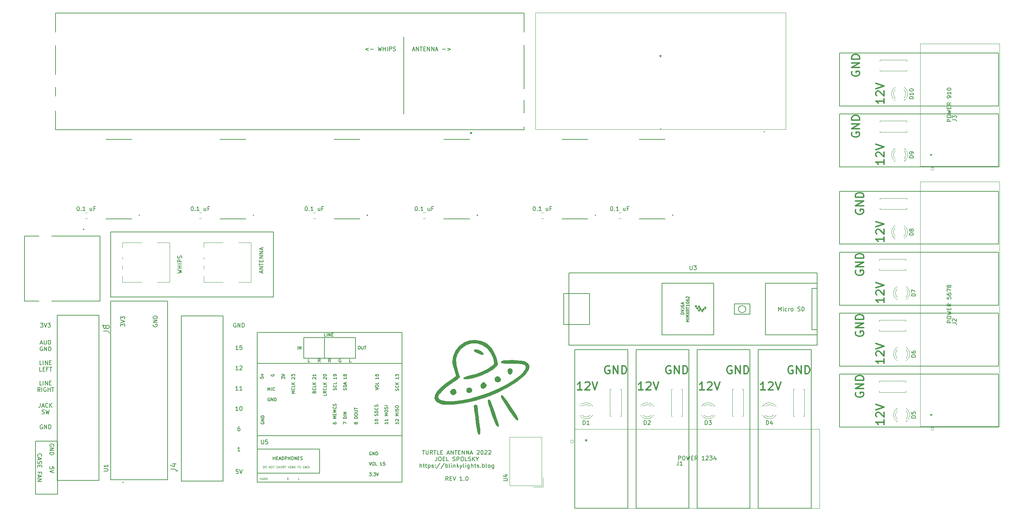
<source format=gbr>
G04 #@! TF.GenerationSoftware,KiCad,Pcbnew,(6.0.5-0)*
G04 #@! TF.CreationDate,2022-06-03T14:00:57-04:00*
G04 #@! TF.ProjectId,CentralBrain,43656e74-7261-46c4-9272-61696e2e6b69,rev?*
G04 #@! TF.SameCoordinates,Original*
G04 #@! TF.FileFunction,Legend,Top*
G04 #@! TF.FilePolarity,Positive*
%FSLAX46Y46*%
G04 Gerber Fmt 4.6, Leading zero omitted, Abs format (unit mm)*
G04 Created by KiCad (PCBNEW (6.0.5-0)) date 2022-06-03 14:00:57*
%MOMM*%
%LPD*%
G01*
G04 APERTURE LIST*
%ADD10C,0.150000*%
%ADD11C,0.300000*%
%ADD12C,0.127000*%
%ADD13C,0.101600*%
%ADD14C,0.010000*%
%ADD15C,0.120000*%
%ADD16C,0.200000*%
%ADD17C,0.100000*%
G04 APERTURE END LIST*
D10*
X113523809Y-130732380D02*
X114095238Y-130732380D01*
X113809523Y-131732380D02*
X113809523Y-130732380D01*
X114428571Y-130732380D02*
X114428571Y-131541904D01*
X114476190Y-131637142D01*
X114523809Y-131684761D01*
X114619047Y-131732380D01*
X114809523Y-131732380D01*
X114904761Y-131684761D01*
X114952380Y-131637142D01*
X115000000Y-131541904D01*
X115000000Y-130732380D01*
X116047619Y-131732380D02*
X115714285Y-131256190D01*
X115476190Y-131732380D02*
X115476190Y-130732380D01*
X115857142Y-130732380D01*
X115952380Y-130780000D01*
X116000000Y-130827619D01*
X116047619Y-130922857D01*
X116047619Y-131065714D01*
X116000000Y-131160952D01*
X115952380Y-131208571D01*
X115857142Y-131256190D01*
X115476190Y-131256190D01*
X116333333Y-130732380D02*
X116904761Y-130732380D01*
X116619047Y-131732380D02*
X116619047Y-130732380D01*
X117714285Y-131732380D02*
X117238095Y-131732380D01*
X117238095Y-130732380D01*
X118047619Y-131208571D02*
X118380952Y-131208571D01*
X118523809Y-131732380D02*
X118047619Y-131732380D01*
X118047619Y-130732380D01*
X118523809Y-130732380D01*
X119666666Y-131446666D02*
X120142857Y-131446666D01*
X119571428Y-131732380D02*
X119904761Y-130732380D01*
X120238095Y-131732380D01*
X120571428Y-131732380D02*
X120571428Y-130732380D01*
X121142857Y-131732380D01*
X121142857Y-130732380D01*
X121476190Y-130732380D02*
X122047619Y-130732380D01*
X121761904Y-131732380D02*
X121761904Y-130732380D01*
X122380952Y-131208571D02*
X122714285Y-131208571D01*
X122857142Y-131732380D02*
X122380952Y-131732380D01*
X122380952Y-130732380D01*
X122857142Y-130732380D01*
X123285714Y-131732380D02*
X123285714Y-130732380D01*
X123857142Y-131732380D01*
X123857142Y-130732380D01*
X124333333Y-131732380D02*
X124333333Y-130732380D01*
X124904761Y-131732380D01*
X124904761Y-130732380D01*
X125333333Y-131446666D02*
X125809523Y-131446666D01*
X125238095Y-131732380D02*
X125571428Y-130732380D01*
X125904761Y-131732380D01*
X126952380Y-130827619D02*
X127000000Y-130780000D01*
X127095238Y-130732380D01*
X127333333Y-130732380D01*
X127428571Y-130780000D01*
X127476190Y-130827619D01*
X127523809Y-130922857D01*
X127523809Y-131018095D01*
X127476190Y-131160952D01*
X126904761Y-131732380D01*
X127523809Y-131732380D01*
X128142857Y-130732380D02*
X128238095Y-130732380D01*
X128333333Y-130780000D01*
X128380952Y-130827619D01*
X128428571Y-130922857D01*
X128476190Y-131113333D01*
X128476190Y-131351428D01*
X128428571Y-131541904D01*
X128380952Y-131637142D01*
X128333333Y-131684761D01*
X128238095Y-131732380D01*
X128142857Y-131732380D01*
X128047619Y-131684761D01*
X128000000Y-131637142D01*
X127952380Y-131541904D01*
X127904761Y-131351428D01*
X127904761Y-131113333D01*
X127952380Y-130922857D01*
X128000000Y-130827619D01*
X128047619Y-130780000D01*
X128142857Y-130732380D01*
X128857142Y-130827619D02*
X128904761Y-130780000D01*
X129000000Y-130732380D01*
X129238095Y-130732380D01*
X129333333Y-130780000D01*
X129380952Y-130827619D01*
X129428571Y-130922857D01*
X129428571Y-131018095D01*
X129380952Y-131160952D01*
X128809523Y-131732380D01*
X129428571Y-131732380D01*
X129809523Y-130827619D02*
X129857142Y-130780000D01*
X129952380Y-130732380D01*
X130190476Y-130732380D01*
X130285714Y-130780000D01*
X130333333Y-130827619D01*
X130380952Y-130922857D01*
X130380952Y-131018095D01*
X130333333Y-131160952D01*
X129761904Y-131732380D01*
X130380952Y-131732380D01*
X117071428Y-132342380D02*
X117071428Y-133056666D01*
X117023809Y-133199523D01*
X116928571Y-133294761D01*
X116785714Y-133342380D01*
X116690476Y-133342380D01*
X117738095Y-132342380D02*
X117928571Y-132342380D01*
X118023809Y-132390000D01*
X118119047Y-132485238D01*
X118166666Y-132675714D01*
X118166666Y-133009047D01*
X118119047Y-133199523D01*
X118023809Y-133294761D01*
X117928571Y-133342380D01*
X117738095Y-133342380D01*
X117642857Y-133294761D01*
X117547619Y-133199523D01*
X117500000Y-133009047D01*
X117500000Y-132675714D01*
X117547619Y-132485238D01*
X117642857Y-132390000D01*
X117738095Y-132342380D01*
X118595238Y-132818571D02*
X118928571Y-132818571D01*
X119071428Y-133342380D02*
X118595238Y-133342380D01*
X118595238Y-132342380D01*
X119071428Y-132342380D01*
X119976190Y-133342380D02*
X119500000Y-133342380D01*
X119500000Y-132342380D01*
X121023809Y-133294761D02*
X121166666Y-133342380D01*
X121404761Y-133342380D01*
X121500000Y-133294761D01*
X121547619Y-133247142D01*
X121595238Y-133151904D01*
X121595238Y-133056666D01*
X121547619Y-132961428D01*
X121500000Y-132913809D01*
X121404761Y-132866190D01*
X121214285Y-132818571D01*
X121119047Y-132770952D01*
X121071428Y-132723333D01*
X121023809Y-132628095D01*
X121023809Y-132532857D01*
X121071428Y-132437619D01*
X121119047Y-132390000D01*
X121214285Y-132342380D01*
X121452380Y-132342380D01*
X121595238Y-132390000D01*
X122023809Y-133342380D02*
X122023809Y-132342380D01*
X122404761Y-132342380D01*
X122500000Y-132390000D01*
X122547619Y-132437619D01*
X122595238Y-132532857D01*
X122595238Y-132675714D01*
X122547619Y-132770952D01*
X122500000Y-132818571D01*
X122404761Y-132866190D01*
X122023809Y-132866190D01*
X123214285Y-132342380D02*
X123404761Y-132342380D01*
X123500000Y-132390000D01*
X123595238Y-132485238D01*
X123642857Y-132675714D01*
X123642857Y-133009047D01*
X123595238Y-133199523D01*
X123500000Y-133294761D01*
X123404761Y-133342380D01*
X123214285Y-133342380D01*
X123119047Y-133294761D01*
X123023809Y-133199523D01*
X122976190Y-133009047D01*
X122976190Y-132675714D01*
X123023809Y-132485238D01*
X123119047Y-132390000D01*
X123214285Y-132342380D01*
X124547619Y-133342380D02*
X124071428Y-133342380D01*
X124071428Y-132342380D01*
X124833333Y-133294761D02*
X124976190Y-133342380D01*
X125214285Y-133342380D01*
X125309523Y-133294761D01*
X125357142Y-133247142D01*
X125404761Y-133151904D01*
X125404761Y-133056666D01*
X125357142Y-132961428D01*
X125309523Y-132913809D01*
X125214285Y-132866190D01*
X125023809Y-132818571D01*
X124928571Y-132770952D01*
X124880952Y-132723333D01*
X124833333Y-132628095D01*
X124833333Y-132532857D01*
X124880952Y-132437619D01*
X124928571Y-132390000D01*
X125023809Y-132342380D01*
X125261904Y-132342380D01*
X125404761Y-132390000D01*
X125833333Y-133342380D02*
X125833333Y-132342380D01*
X126404761Y-133342380D02*
X125976190Y-132770952D01*
X126404761Y-132342380D02*
X125833333Y-132913809D01*
X127023809Y-132866190D02*
X127023809Y-133342380D01*
X126690476Y-132342380D02*
X127023809Y-132866190D01*
X127357142Y-132342380D01*
X112928571Y-134952380D02*
X112928571Y-133952380D01*
X113357142Y-134952380D02*
X113357142Y-134428571D01*
X113309523Y-134333333D01*
X113214285Y-134285714D01*
X113071428Y-134285714D01*
X112976190Y-134333333D01*
X112928571Y-134380952D01*
X113690476Y-134285714D02*
X114071428Y-134285714D01*
X113833333Y-133952380D02*
X113833333Y-134809523D01*
X113880952Y-134904761D01*
X113976190Y-134952380D01*
X114071428Y-134952380D01*
X114261904Y-134285714D02*
X114642857Y-134285714D01*
X114404761Y-133952380D02*
X114404761Y-134809523D01*
X114452380Y-134904761D01*
X114547619Y-134952380D01*
X114642857Y-134952380D01*
X114976190Y-134285714D02*
X114976190Y-135285714D01*
X114976190Y-134333333D02*
X115071428Y-134285714D01*
X115261904Y-134285714D01*
X115357142Y-134333333D01*
X115404761Y-134380952D01*
X115452380Y-134476190D01*
X115452380Y-134761904D01*
X115404761Y-134857142D01*
X115357142Y-134904761D01*
X115261904Y-134952380D01*
X115071428Y-134952380D01*
X114976190Y-134904761D01*
X115833333Y-134904761D02*
X115928571Y-134952380D01*
X116119047Y-134952380D01*
X116214285Y-134904761D01*
X116261904Y-134809523D01*
X116261904Y-134761904D01*
X116214285Y-134666666D01*
X116119047Y-134619047D01*
X115976190Y-134619047D01*
X115880952Y-134571428D01*
X115833333Y-134476190D01*
X115833333Y-134428571D01*
X115880952Y-134333333D01*
X115976190Y-134285714D01*
X116119047Y-134285714D01*
X116214285Y-134333333D01*
X116690476Y-134857142D02*
X116738095Y-134904761D01*
X116690476Y-134952380D01*
X116642857Y-134904761D01*
X116690476Y-134857142D01*
X116690476Y-134952380D01*
X116690476Y-134333333D02*
X116738095Y-134380952D01*
X116690476Y-134428571D01*
X116642857Y-134380952D01*
X116690476Y-134333333D01*
X116690476Y-134428571D01*
X117880952Y-133904761D02*
X117023809Y-135190476D01*
X118928571Y-133904761D02*
X118071428Y-135190476D01*
X119261904Y-134952380D02*
X119261904Y-133952380D01*
X119261904Y-134333333D02*
X119357142Y-134285714D01*
X119547619Y-134285714D01*
X119642857Y-134333333D01*
X119690476Y-134380952D01*
X119738095Y-134476190D01*
X119738095Y-134761904D01*
X119690476Y-134857142D01*
X119642857Y-134904761D01*
X119547619Y-134952380D01*
X119357142Y-134952380D01*
X119261904Y-134904761D01*
X120309523Y-134952380D02*
X120214285Y-134904761D01*
X120166666Y-134809523D01*
X120166666Y-133952380D01*
X120690476Y-134952380D02*
X120690476Y-134285714D01*
X120690476Y-133952380D02*
X120642857Y-134000000D01*
X120690476Y-134047619D01*
X120738095Y-134000000D01*
X120690476Y-133952380D01*
X120690476Y-134047619D01*
X121166666Y-134285714D02*
X121166666Y-134952380D01*
X121166666Y-134380952D02*
X121214285Y-134333333D01*
X121309523Y-134285714D01*
X121452380Y-134285714D01*
X121547619Y-134333333D01*
X121595238Y-134428571D01*
X121595238Y-134952380D01*
X122071428Y-134952380D02*
X122071428Y-133952380D01*
X122166666Y-134571428D02*
X122452380Y-134952380D01*
X122452380Y-134285714D02*
X122071428Y-134666666D01*
X122785714Y-134285714D02*
X123023809Y-134952380D01*
X123261904Y-134285714D02*
X123023809Y-134952380D01*
X122928571Y-135190476D01*
X122880952Y-135238095D01*
X122785714Y-135285714D01*
X123785714Y-134952380D02*
X123690476Y-134904761D01*
X123642857Y-134809523D01*
X123642857Y-133952380D01*
X124166666Y-134952380D02*
X124166666Y-134285714D01*
X124166666Y-133952380D02*
X124119047Y-134000000D01*
X124166666Y-134047619D01*
X124214285Y-134000000D01*
X124166666Y-133952380D01*
X124166666Y-134047619D01*
X125071428Y-134285714D02*
X125071428Y-135095238D01*
X125023809Y-135190476D01*
X124976190Y-135238095D01*
X124880952Y-135285714D01*
X124738095Y-135285714D01*
X124642857Y-135238095D01*
X125071428Y-134904761D02*
X124976190Y-134952380D01*
X124785714Y-134952380D01*
X124690476Y-134904761D01*
X124642857Y-134857142D01*
X124595238Y-134761904D01*
X124595238Y-134476190D01*
X124642857Y-134380952D01*
X124690476Y-134333333D01*
X124785714Y-134285714D01*
X124976190Y-134285714D01*
X125071428Y-134333333D01*
X125547619Y-134952380D02*
X125547619Y-133952380D01*
X125976190Y-134952380D02*
X125976190Y-134428571D01*
X125928571Y-134333333D01*
X125833333Y-134285714D01*
X125690476Y-134285714D01*
X125595238Y-134333333D01*
X125547619Y-134380952D01*
X126309523Y-134285714D02*
X126690476Y-134285714D01*
X126452380Y-133952380D02*
X126452380Y-134809523D01*
X126500000Y-134904761D01*
X126595238Y-134952380D01*
X126690476Y-134952380D01*
X126976190Y-134904761D02*
X127071428Y-134952380D01*
X127261904Y-134952380D01*
X127357142Y-134904761D01*
X127404761Y-134809523D01*
X127404761Y-134761904D01*
X127357142Y-134666666D01*
X127261904Y-134619047D01*
X127119047Y-134619047D01*
X127023809Y-134571428D01*
X126976190Y-134476190D01*
X126976190Y-134428571D01*
X127023809Y-134333333D01*
X127119047Y-134285714D01*
X127261904Y-134285714D01*
X127357142Y-134333333D01*
X127833333Y-134857142D02*
X127880952Y-134904761D01*
X127833333Y-134952380D01*
X127785714Y-134904761D01*
X127833333Y-134857142D01*
X127833333Y-134952380D01*
X128309523Y-134952380D02*
X128309523Y-133952380D01*
X128309523Y-134333333D02*
X128404761Y-134285714D01*
X128595238Y-134285714D01*
X128690476Y-134333333D01*
X128738095Y-134380952D01*
X128785714Y-134476190D01*
X128785714Y-134761904D01*
X128738095Y-134857142D01*
X128690476Y-134904761D01*
X128595238Y-134952380D01*
X128404761Y-134952380D01*
X128309523Y-134904761D01*
X129357142Y-134952380D02*
X129261904Y-134904761D01*
X129214285Y-134809523D01*
X129214285Y-133952380D01*
X129880952Y-134952380D02*
X129785714Y-134904761D01*
X129738095Y-134857142D01*
X129690476Y-134761904D01*
X129690476Y-134476190D01*
X129738095Y-134380952D01*
X129785714Y-134333333D01*
X129880952Y-134285714D01*
X130023809Y-134285714D01*
X130119047Y-134333333D01*
X130166666Y-134380952D01*
X130214285Y-134476190D01*
X130214285Y-134761904D01*
X130166666Y-134857142D01*
X130119047Y-134904761D01*
X130023809Y-134952380D01*
X129880952Y-134952380D01*
X131071428Y-134285714D02*
X131071428Y-135095238D01*
X131023809Y-135190476D01*
X130976190Y-135238095D01*
X130880952Y-135285714D01*
X130738095Y-135285714D01*
X130642857Y-135238095D01*
X131071428Y-134904761D02*
X130976190Y-134952380D01*
X130785714Y-134952380D01*
X130690476Y-134904761D01*
X130642857Y-134857142D01*
X130595238Y-134761904D01*
X130595238Y-134476190D01*
X130642857Y-134380952D01*
X130690476Y-134333333D01*
X130785714Y-134285714D01*
X130976190Y-134285714D01*
X131071428Y-134333333D01*
X119857142Y-138172380D02*
X119523809Y-137696190D01*
X119285714Y-138172380D02*
X119285714Y-137172380D01*
X119666666Y-137172380D01*
X119761904Y-137220000D01*
X119809523Y-137267619D01*
X119857142Y-137362857D01*
X119857142Y-137505714D01*
X119809523Y-137600952D01*
X119761904Y-137648571D01*
X119666666Y-137696190D01*
X119285714Y-137696190D01*
X120285714Y-137648571D02*
X120619047Y-137648571D01*
X120761904Y-138172380D02*
X120285714Y-138172380D01*
X120285714Y-137172380D01*
X120761904Y-137172380D01*
X121047619Y-137172380D02*
X121380952Y-138172380D01*
X121714285Y-137172380D01*
X123333333Y-138172380D02*
X122761904Y-138172380D01*
X123047619Y-138172380D02*
X123047619Y-137172380D01*
X122952380Y-137315238D01*
X122857142Y-137410476D01*
X122761904Y-137458095D01*
X123761904Y-138077142D02*
X123809523Y-138124761D01*
X123761904Y-138172380D01*
X123714285Y-138124761D01*
X123761904Y-138077142D01*
X123761904Y-138172380D01*
X124428571Y-137172380D02*
X124523809Y-137172380D01*
X124619047Y-137220000D01*
X124666666Y-137267619D01*
X124714285Y-137362857D01*
X124761904Y-137553333D01*
X124761904Y-137791428D01*
X124714285Y-137981904D01*
X124666666Y-138077142D01*
X124619047Y-138124761D01*
X124523809Y-138172380D01*
X124428571Y-138172380D01*
X124333333Y-138124761D01*
X124285714Y-138077142D01*
X124238095Y-137981904D01*
X124190476Y-137791428D01*
X124190476Y-137553333D01*
X124238095Y-137362857D01*
X124285714Y-137267619D01*
X124333333Y-137220000D01*
X124428571Y-137172380D01*
X47500000Y-99761904D02*
X47452380Y-99857142D01*
X47452380Y-100000000D01*
X47500000Y-100142857D01*
X47595238Y-100238095D01*
X47690476Y-100285714D01*
X47880952Y-100333333D01*
X48023809Y-100333333D01*
X48214285Y-100285714D01*
X48309523Y-100238095D01*
X48404761Y-100142857D01*
X48452380Y-100000000D01*
X48452380Y-99904761D01*
X48404761Y-99761904D01*
X48357142Y-99714285D01*
X48023809Y-99714285D01*
X48023809Y-99904761D01*
X48452380Y-99285714D02*
X47452380Y-99285714D01*
X48452380Y-98714285D01*
X47452380Y-98714285D01*
X48452380Y-98238095D02*
X47452380Y-98238095D01*
X47452380Y-98000000D01*
X47500000Y-97857142D01*
X47595238Y-97761904D01*
X47690476Y-97714285D01*
X47880952Y-97666666D01*
X48023809Y-97666666D01*
X48214285Y-97714285D01*
X48309523Y-97761904D01*
X48404761Y-97857142D01*
X48452380Y-98000000D01*
X48452380Y-98238095D01*
X39452380Y-100238095D02*
X39452380Y-99619047D01*
X39833333Y-99952380D01*
X39833333Y-99809523D01*
X39880952Y-99714285D01*
X39928571Y-99666666D01*
X40023809Y-99619047D01*
X40261904Y-99619047D01*
X40357142Y-99666666D01*
X40404761Y-99714285D01*
X40452380Y-99809523D01*
X40452380Y-100095238D01*
X40404761Y-100190476D01*
X40357142Y-100238095D01*
X39452380Y-99333333D02*
X40452380Y-99000000D01*
X39452380Y-98666666D01*
X39452380Y-98428571D02*
X39452380Y-97809523D01*
X39833333Y-98142857D01*
X39833333Y-98000000D01*
X39880952Y-97904761D01*
X39928571Y-97857142D01*
X40023809Y-97809523D01*
X40261904Y-97809523D01*
X40357142Y-97857142D01*
X40404761Y-97904761D01*
X40452380Y-98000000D01*
X40452380Y-98285714D01*
X40404761Y-98380952D01*
X40357142Y-98428571D01*
X68309523Y-135452380D02*
X67833333Y-135452380D01*
X67785714Y-135928571D01*
X67833333Y-135880952D01*
X67928571Y-135833333D01*
X68166666Y-135833333D01*
X68261904Y-135880952D01*
X68309523Y-135928571D01*
X68357142Y-136023809D01*
X68357142Y-136261904D01*
X68309523Y-136357142D01*
X68261904Y-136404761D01*
X68166666Y-136452380D01*
X67928571Y-136452380D01*
X67833333Y-136404761D01*
X67785714Y-136357142D01*
X68642857Y-135452380D02*
X68976190Y-136452380D01*
X69309523Y-135452380D01*
X68785714Y-130952380D02*
X68214285Y-130952380D01*
X68500000Y-130952380D02*
X68500000Y-129952380D01*
X68404761Y-130095238D01*
X68309523Y-130190476D01*
X68214285Y-130238095D01*
X68690476Y-124952380D02*
X68500000Y-124952380D01*
X68404761Y-125000000D01*
X68357142Y-125047619D01*
X68261904Y-125190476D01*
X68214285Y-125380952D01*
X68214285Y-125761904D01*
X68261904Y-125857142D01*
X68309523Y-125904761D01*
X68404761Y-125952380D01*
X68595238Y-125952380D01*
X68690476Y-125904761D01*
X68738095Y-125857142D01*
X68785714Y-125761904D01*
X68785714Y-125523809D01*
X68738095Y-125428571D01*
X68690476Y-125380952D01*
X68595238Y-125333333D01*
X68404761Y-125333333D01*
X68309523Y-125380952D01*
X68261904Y-125428571D01*
X68214285Y-125523809D01*
X68309523Y-120952380D02*
X67738095Y-120952380D01*
X68023809Y-120952380D02*
X68023809Y-119952380D01*
X67928571Y-120095238D01*
X67833333Y-120190476D01*
X67738095Y-120238095D01*
X68928571Y-119952380D02*
X69023809Y-119952380D01*
X69119047Y-120000000D01*
X69166666Y-120047619D01*
X69214285Y-120142857D01*
X69261904Y-120333333D01*
X69261904Y-120571428D01*
X69214285Y-120761904D01*
X69166666Y-120857142D01*
X69119047Y-120904761D01*
X69023809Y-120952380D01*
X68928571Y-120952380D01*
X68833333Y-120904761D01*
X68785714Y-120857142D01*
X68738095Y-120761904D01*
X68690476Y-120571428D01*
X68690476Y-120333333D01*
X68738095Y-120142857D01*
X68785714Y-120047619D01*
X68833333Y-120000000D01*
X68928571Y-119952380D01*
X68309523Y-115952380D02*
X67738095Y-115952380D01*
X68023809Y-115952380D02*
X68023809Y-114952380D01*
X67928571Y-115095238D01*
X67833333Y-115190476D01*
X67738095Y-115238095D01*
X69261904Y-115952380D02*
X68690476Y-115952380D01*
X68976190Y-115952380D02*
X68976190Y-114952380D01*
X68880952Y-115095238D01*
X68785714Y-115190476D01*
X68690476Y-115238095D01*
X68309523Y-110952380D02*
X67738095Y-110952380D01*
X68023809Y-110952380D02*
X68023809Y-109952380D01*
X67928571Y-110095238D01*
X67833333Y-110190476D01*
X67738095Y-110238095D01*
X68690476Y-110047619D02*
X68738095Y-110000000D01*
X68833333Y-109952380D01*
X69071428Y-109952380D01*
X69166666Y-110000000D01*
X69214285Y-110047619D01*
X69261904Y-110142857D01*
X69261904Y-110238095D01*
X69214285Y-110380952D01*
X68642857Y-110952380D01*
X69261904Y-110952380D01*
X68309523Y-105952380D02*
X67738095Y-105952380D01*
X68023809Y-105952380D02*
X68023809Y-104952380D01*
X67928571Y-105095238D01*
X67833333Y-105190476D01*
X67738095Y-105238095D01*
X69214285Y-104952380D02*
X68738095Y-104952380D01*
X68690476Y-105428571D01*
X68738095Y-105380952D01*
X68833333Y-105333333D01*
X69071428Y-105333333D01*
X69166666Y-105380952D01*
X69214285Y-105428571D01*
X69261904Y-105523809D01*
X69261904Y-105761904D01*
X69214285Y-105857142D01*
X69166666Y-105904761D01*
X69071428Y-105952380D01*
X68833333Y-105952380D01*
X68738095Y-105904761D01*
X68690476Y-105857142D01*
X67738095Y-99500000D02*
X67642857Y-99452380D01*
X67500000Y-99452380D01*
X67357142Y-99500000D01*
X67261904Y-99595238D01*
X67214285Y-99690476D01*
X67166666Y-99880952D01*
X67166666Y-100023809D01*
X67214285Y-100214285D01*
X67261904Y-100309523D01*
X67357142Y-100404761D01*
X67500000Y-100452380D01*
X67595238Y-100452380D01*
X67738095Y-100404761D01*
X67785714Y-100357142D01*
X67785714Y-100023809D01*
X67595238Y-100023809D01*
X68214285Y-100452380D02*
X68214285Y-99452380D01*
X68785714Y-100452380D01*
X68785714Y-99452380D01*
X69261904Y-100452380D02*
X69261904Y-99452380D01*
X69500000Y-99452380D01*
X69642857Y-99500000D01*
X69738095Y-99595238D01*
X69785714Y-99690476D01*
X69833333Y-99880952D01*
X69833333Y-100023809D01*
X69785714Y-100214285D01*
X69738095Y-100309523D01*
X69642857Y-100404761D01*
X69500000Y-100452380D01*
X69261904Y-100452380D01*
X18500000Y-141500000D02*
X18500000Y-128500000D01*
X24000000Y-141500000D02*
X18500000Y-141500000D01*
X24000000Y-128500000D02*
X24000000Y-141500000D01*
X18500000Y-128500000D02*
X24000000Y-128500000D01*
X19142857Y-132190476D02*
X19095238Y-132142857D01*
X19047619Y-132000000D01*
X19047619Y-131904761D01*
X19095238Y-131761904D01*
X19190476Y-131666666D01*
X19285714Y-131619047D01*
X19476190Y-131571428D01*
X19619047Y-131571428D01*
X19809523Y-131619047D01*
X19904761Y-131666666D01*
X20000000Y-131761904D01*
X20047619Y-131904761D01*
X20047619Y-132000000D01*
X20000000Y-132142857D01*
X19952380Y-132190476D01*
X19333333Y-132571428D02*
X19333333Y-133047619D01*
X19047619Y-132476190D02*
X20047619Y-132809523D01*
X19047619Y-133142857D01*
X19095238Y-133428571D02*
X19047619Y-133571428D01*
X19047619Y-133809523D01*
X19095238Y-133904761D01*
X19142857Y-133952380D01*
X19238095Y-134000000D01*
X19333333Y-134000000D01*
X19428571Y-133952380D01*
X19476190Y-133904761D01*
X19523809Y-133809523D01*
X19571428Y-133619047D01*
X19619047Y-133523809D01*
X19666666Y-133476190D01*
X19761904Y-133428571D01*
X19857142Y-133428571D01*
X19952380Y-133476190D01*
X20000000Y-133523809D01*
X20047619Y-133619047D01*
X20047619Y-133857142D01*
X20000000Y-134000000D01*
X19571428Y-134428571D02*
X19571428Y-134761904D01*
X19047619Y-134904761D02*
X19047619Y-134428571D01*
X20047619Y-134428571D01*
X20047619Y-134904761D01*
X19571428Y-136428571D02*
X19571428Y-136095238D01*
X19047619Y-136095238D02*
X20047619Y-136095238D01*
X20047619Y-136571428D01*
X19333333Y-136904761D02*
X19333333Y-137380952D01*
X19047619Y-136809523D02*
X20047619Y-137142857D01*
X19047619Y-137476190D01*
X19047619Y-137809523D02*
X20047619Y-137809523D01*
X19047619Y-138380952D01*
X20047619Y-138380952D01*
X23047619Y-135309523D02*
X23047619Y-134833333D01*
X22571428Y-134785714D01*
X22619047Y-134833333D01*
X22666666Y-134928571D01*
X22666666Y-135166666D01*
X22619047Y-135261904D01*
X22571428Y-135309523D01*
X22476190Y-135357142D01*
X22238095Y-135357142D01*
X22142857Y-135309523D01*
X22095238Y-135261904D01*
X22047619Y-135166666D01*
X22047619Y-134928571D01*
X22095238Y-134833333D01*
X22142857Y-134785714D01*
X23047619Y-135642857D02*
X22047619Y-135976190D01*
X23047619Y-136309523D01*
X23000000Y-129738095D02*
X23047619Y-129642857D01*
X23047619Y-129500000D01*
X23000000Y-129357142D01*
X22904761Y-129261904D01*
X22809523Y-129214285D01*
X22619047Y-129166666D01*
X22476190Y-129166666D01*
X22285714Y-129214285D01*
X22190476Y-129261904D01*
X22095238Y-129357142D01*
X22047619Y-129500000D01*
X22047619Y-129595238D01*
X22095238Y-129738095D01*
X22142857Y-129785714D01*
X22476190Y-129785714D01*
X22476190Y-129595238D01*
X22047619Y-130214285D02*
X23047619Y-130214285D01*
X22047619Y-130785714D01*
X23047619Y-130785714D01*
X22047619Y-131261904D02*
X23047619Y-131261904D01*
X23047619Y-131500000D01*
X23000000Y-131642857D01*
X22904761Y-131738095D01*
X22809523Y-131785714D01*
X22619047Y-131833333D01*
X22476190Y-131833333D01*
X22285714Y-131785714D01*
X22190476Y-131738095D01*
X22095238Y-131642857D01*
X22047619Y-131500000D01*
X22047619Y-131261904D01*
X20238095Y-124500000D02*
X20142857Y-124452380D01*
X20000000Y-124452380D01*
X19857142Y-124500000D01*
X19761904Y-124595238D01*
X19714285Y-124690476D01*
X19666666Y-124880952D01*
X19666666Y-125023809D01*
X19714285Y-125214285D01*
X19761904Y-125309523D01*
X19857142Y-125404761D01*
X20000000Y-125452380D01*
X20095238Y-125452380D01*
X20238095Y-125404761D01*
X20285714Y-125357142D01*
X20285714Y-125023809D01*
X20095238Y-125023809D01*
X20714285Y-125452380D02*
X20714285Y-124452380D01*
X21285714Y-125452380D01*
X21285714Y-124452380D01*
X21761904Y-125452380D02*
X21761904Y-124452380D01*
X22000000Y-124452380D01*
X22142857Y-124500000D01*
X22238095Y-124595238D01*
X22285714Y-124690476D01*
X22333333Y-124880952D01*
X22333333Y-125023809D01*
X22285714Y-125214285D01*
X22238095Y-125309523D01*
X22142857Y-125404761D01*
X22000000Y-125452380D01*
X21761904Y-125452380D01*
X19714285Y-119147380D02*
X19714285Y-119861666D01*
X19666666Y-120004523D01*
X19571428Y-120099761D01*
X19428571Y-120147380D01*
X19333333Y-120147380D01*
X20142857Y-119861666D02*
X20619047Y-119861666D01*
X20047619Y-120147380D02*
X20380952Y-119147380D01*
X20714285Y-120147380D01*
X21619047Y-120052142D02*
X21571428Y-120099761D01*
X21428571Y-120147380D01*
X21333333Y-120147380D01*
X21190476Y-120099761D01*
X21095238Y-120004523D01*
X21047619Y-119909285D01*
X21000000Y-119718809D01*
X21000000Y-119575952D01*
X21047619Y-119385476D01*
X21095238Y-119290238D01*
X21190476Y-119195000D01*
X21333333Y-119147380D01*
X21428571Y-119147380D01*
X21571428Y-119195000D01*
X21619047Y-119242619D01*
X22047619Y-120147380D02*
X22047619Y-119147380D01*
X22619047Y-120147380D02*
X22190476Y-119575952D01*
X22619047Y-119147380D02*
X22047619Y-119718809D01*
X20142857Y-121709761D02*
X20285714Y-121757380D01*
X20523809Y-121757380D01*
X20619047Y-121709761D01*
X20666666Y-121662142D01*
X20714285Y-121566904D01*
X20714285Y-121471666D01*
X20666666Y-121376428D01*
X20619047Y-121328809D01*
X20523809Y-121281190D01*
X20333333Y-121233571D01*
X20238095Y-121185952D01*
X20190476Y-121138333D01*
X20142857Y-121043095D01*
X20142857Y-120947857D01*
X20190476Y-120852619D01*
X20238095Y-120805000D01*
X20333333Y-120757380D01*
X20571428Y-120757380D01*
X20714285Y-120805000D01*
X21047619Y-120757380D02*
X21285714Y-121757380D01*
X21476190Y-121043095D01*
X21666666Y-121757380D01*
X21904761Y-120757380D01*
X20095238Y-109647380D02*
X19619047Y-109647380D01*
X19619047Y-108647380D01*
X20428571Y-109647380D02*
X20428571Y-108647380D01*
X20904761Y-109647380D02*
X20904761Y-108647380D01*
X21476190Y-109647380D01*
X21476190Y-108647380D01*
X21952380Y-109123571D02*
X22285714Y-109123571D01*
X22428571Y-109647380D02*
X21952380Y-109647380D01*
X21952380Y-108647380D01*
X22428571Y-108647380D01*
X20047619Y-111257380D02*
X19571428Y-111257380D01*
X19571428Y-110257380D01*
X20380952Y-110733571D02*
X20714285Y-110733571D01*
X20857142Y-111257380D02*
X20380952Y-111257380D01*
X20380952Y-110257380D01*
X20857142Y-110257380D01*
X21619047Y-110733571D02*
X21285714Y-110733571D01*
X21285714Y-111257380D02*
X21285714Y-110257380D01*
X21761904Y-110257380D01*
X22000000Y-110257380D02*
X22571428Y-110257380D01*
X22285714Y-111257380D02*
X22285714Y-110257380D01*
X20095238Y-114647380D02*
X19619047Y-114647380D01*
X19619047Y-113647380D01*
X20428571Y-114647380D02*
X20428571Y-113647380D01*
X20904761Y-114647380D02*
X20904761Y-113647380D01*
X21476190Y-114647380D01*
X21476190Y-113647380D01*
X21952380Y-114123571D02*
X22285714Y-114123571D01*
X22428571Y-114647380D02*
X21952380Y-114647380D01*
X21952380Y-113647380D01*
X22428571Y-113647380D01*
X19666666Y-116257380D02*
X19333333Y-115781190D01*
X19095238Y-116257380D02*
X19095238Y-115257380D01*
X19476190Y-115257380D01*
X19571428Y-115305000D01*
X19619047Y-115352619D01*
X19666666Y-115447857D01*
X19666666Y-115590714D01*
X19619047Y-115685952D01*
X19571428Y-115733571D01*
X19476190Y-115781190D01*
X19095238Y-115781190D01*
X20095238Y-116257380D02*
X20095238Y-115257380D01*
X21095238Y-115305000D02*
X21000000Y-115257380D01*
X20857142Y-115257380D01*
X20714285Y-115305000D01*
X20619047Y-115400238D01*
X20571428Y-115495476D01*
X20523809Y-115685952D01*
X20523809Y-115828809D01*
X20571428Y-116019285D01*
X20619047Y-116114523D01*
X20714285Y-116209761D01*
X20857142Y-116257380D01*
X20952380Y-116257380D01*
X21095238Y-116209761D01*
X21142857Y-116162142D01*
X21142857Y-115828809D01*
X20952380Y-115828809D01*
X21571428Y-116257380D02*
X21571428Y-115257380D01*
X21571428Y-115733571D02*
X22142857Y-115733571D01*
X22142857Y-116257380D02*
X22142857Y-115257380D01*
X22476190Y-115257380D02*
X23047619Y-115257380D01*
X22761904Y-116257380D02*
X22761904Y-115257380D01*
X19738095Y-104361666D02*
X20214285Y-104361666D01*
X19642857Y-104647380D02*
X19976190Y-103647380D01*
X20309523Y-104647380D01*
X20642857Y-103647380D02*
X20642857Y-104456904D01*
X20690476Y-104552142D01*
X20738095Y-104599761D01*
X20833333Y-104647380D01*
X21023809Y-104647380D01*
X21119047Y-104599761D01*
X21166666Y-104552142D01*
X21214285Y-104456904D01*
X21214285Y-103647380D01*
X21690476Y-104647380D02*
X21690476Y-103647380D01*
X21928571Y-103647380D01*
X22071428Y-103695000D01*
X22166666Y-103790238D01*
X22214285Y-103885476D01*
X22261904Y-104075952D01*
X22261904Y-104218809D01*
X22214285Y-104409285D01*
X22166666Y-104504523D01*
X22071428Y-104599761D01*
X21928571Y-104647380D01*
X21690476Y-104647380D01*
X20238095Y-105305000D02*
X20142857Y-105257380D01*
X20000000Y-105257380D01*
X19857142Y-105305000D01*
X19761904Y-105400238D01*
X19714285Y-105495476D01*
X19666666Y-105685952D01*
X19666666Y-105828809D01*
X19714285Y-106019285D01*
X19761904Y-106114523D01*
X19857142Y-106209761D01*
X20000000Y-106257380D01*
X20095238Y-106257380D01*
X20238095Y-106209761D01*
X20285714Y-106162142D01*
X20285714Y-105828809D01*
X20095238Y-105828809D01*
X20714285Y-106257380D02*
X20714285Y-105257380D01*
X21285714Y-106257380D01*
X21285714Y-105257380D01*
X21761904Y-106257380D02*
X21761904Y-105257380D01*
X22000000Y-105257380D01*
X22142857Y-105305000D01*
X22238095Y-105400238D01*
X22285714Y-105495476D01*
X22333333Y-105685952D01*
X22333333Y-105828809D01*
X22285714Y-106019285D01*
X22238095Y-106114523D01*
X22142857Y-106209761D01*
X22000000Y-106257380D01*
X21761904Y-106257380D01*
X19761904Y-99452380D02*
X20380952Y-99452380D01*
X20047619Y-99833333D01*
X20190476Y-99833333D01*
X20285714Y-99880952D01*
X20333333Y-99928571D01*
X20380952Y-100023809D01*
X20380952Y-100261904D01*
X20333333Y-100357142D01*
X20285714Y-100404761D01*
X20190476Y-100452380D01*
X19904761Y-100452380D01*
X19809523Y-100404761D01*
X19761904Y-100357142D01*
X20666666Y-99452380D02*
X21000000Y-100452380D01*
X21333333Y-99452380D01*
X21571428Y-99452380D02*
X22190476Y-99452380D01*
X21857142Y-99833333D01*
X22000000Y-99833333D01*
X22095238Y-99880952D01*
X22142857Y-99928571D01*
X22190476Y-100023809D01*
X22190476Y-100261904D01*
X22142857Y-100357142D01*
X22095238Y-100404761D01*
X22000000Y-100452380D01*
X21714285Y-100452380D01*
X21619047Y-100404761D01*
X21571428Y-100357142D01*
X216000000Y-46000000D02*
X255000000Y-46000000D01*
X255000000Y-46000000D02*
X255000000Y-33000000D01*
X255000000Y-33000000D02*
X216000000Y-33000000D01*
X216000000Y-33000000D02*
X216000000Y-46000000D01*
X216000000Y-61000000D02*
X255000000Y-61000000D01*
X255000000Y-61000000D02*
X255000000Y-48000000D01*
X255000000Y-48000000D02*
X216000000Y-48000000D01*
X216000000Y-48000000D02*
X216000000Y-61000000D01*
X216000000Y-80000000D02*
X255000000Y-80000000D01*
X255000000Y-80000000D02*
X255000000Y-67000000D01*
X255000000Y-67000000D02*
X216000000Y-67000000D01*
X216000000Y-67000000D02*
X216000000Y-80000000D01*
X216000000Y-95000000D02*
X255000000Y-95000000D01*
X255000000Y-95000000D02*
X255000000Y-82000000D01*
X255000000Y-82000000D02*
X216000000Y-82000000D01*
X216000000Y-82000000D02*
X216000000Y-95000000D01*
X216000000Y-110000000D02*
X255000000Y-110000000D01*
X255000000Y-110000000D02*
X255000000Y-97000000D01*
X255000000Y-97000000D02*
X216000000Y-97000000D01*
X216000000Y-97000000D02*
X216000000Y-110000000D01*
X216000000Y-125000000D02*
X255000000Y-125000000D01*
X255000000Y-125000000D02*
X255000000Y-112000000D01*
X255000000Y-112000000D02*
X216000000Y-112000000D01*
X216000000Y-112000000D02*
X216000000Y-125000000D01*
X196000000Y-106000000D02*
X209000000Y-106000000D01*
X209000000Y-106000000D02*
X209000000Y-145000000D01*
X209000000Y-145000000D02*
X196000000Y-145000000D01*
X196000000Y-145000000D02*
X196000000Y-106000000D01*
X181000000Y-106000000D02*
X194000000Y-106000000D01*
X194000000Y-106000000D02*
X194000000Y-145000000D01*
X194000000Y-145000000D02*
X181000000Y-145000000D01*
X181000000Y-145000000D02*
X181000000Y-106000000D01*
X166000000Y-106000000D02*
X179000000Y-106000000D01*
X179000000Y-106000000D02*
X179000000Y-145000000D01*
X179000000Y-145000000D02*
X166000000Y-145000000D01*
X166000000Y-145000000D02*
X166000000Y-106000000D01*
X151000000Y-106000000D02*
X164000000Y-106000000D01*
X164000000Y-106000000D02*
X164000000Y-145000000D01*
X164000000Y-145000000D02*
X151000000Y-145000000D01*
X151000000Y-145000000D02*
X151000000Y-106000000D01*
D11*
X219000000Y-37523809D02*
X218904761Y-37714285D01*
X218904761Y-38000000D01*
X219000000Y-38285714D01*
X219190476Y-38476190D01*
X219380952Y-38571428D01*
X219761904Y-38666666D01*
X220047619Y-38666666D01*
X220428571Y-38571428D01*
X220619047Y-38476190D01*
X220809523Y-38285714D01*
X220904761Y-38000000D01*
X220904761Y-37809523D01*
X220809523Y-37523809D01*
X220714285Y-37428571D01*
X220047619Y-37428571D01*
X220047619Y-37809523D01*
X220904761Y-36571428D02*
X218904761Y-36571428D01*
X220904761Y-35428571D01*
X218904761Y-35428571D01*
X220904761Y-34476190D02*
X218904761Y-34476190D01*
X218904761Y-34000000D01*
X219000000Y-33714285D01*
X219190476Y-33523809D01*
X219380952Y-33428571D01*
X219761904Y-33333333D01*
X220047619Y-33333333D01*
X220428571Y-33428571D01*
X220619047Y-33523809D01*
X220809523Y-33714285D01*
X220904761Y-34000000D01*
X220904761Y-34476190D01*
X219000000Y-52523809D02*
X218904761Y-52714285D01*
X218904761Y-53000000D01*
X219000000Y-53285714D01*
X219190476Y-53476190D01*
X219380952Y-53571428D01*
X219761904Y-53666666D01*
X220047619Y-53666666D01*
X220428571Y-53571428D01*
X220619047Y-53476190D01*
X220809523Y-53285714D01*
X220904761Y-53000000D01*
X220904761Y-52809523D01*
X220809523Y-52523809D01*
X220714285Y-52428571D01*
X220047619Y-52428571D01*
X220047619Y-52809523D01*
X220904761Y-51571428D02*
X218904761Y-51571428D01*
X220904761Y-50428571D01*
X218904761Y-50428571D01*
X220904761Y-49476190D02*
X218904761Y-49476190D01*
X218904761Y-49000000D01*
X219000000Y-48714285D01*
X219190476Y-48523809D01*
X219380952Y-48428571D01*
X219761904Y-48333333D01*
X220047619Y-48333333D01*
X220428571Y-48428571D01*
X220619047Y-48523809D01*
X220809523Y-48714285D01*
X220904761Y-49000000D01*
X220904761Y-49476190D01*
X220000000Y-71523809D02*
X219904761Y-71714285D01*
X219904761Y-72000000D01*
X220000000Y-72285714D01*
X220190476Y-72476190D01*
X220380952Y-72571428D01*
X220761904Y-72666666D01*
X221047619Y-72666666D01*
X221428571Y-72571428D01*
X221619047Y-72476190D01*
X221809523Y-72285714D01*
X221904761Y-72000000D01*
X221904761Y-71809523D01*
X221809523Y-71523809D01*
X221714285Y-71428571D01*
X221047619Y-71428571D01*
X221047619Y-71809523D01*
X221904761Y-70571428D02*
X219904761Y-70571428D01*
X221904761Y-69428571D01*
X219904761Y-69428571D01*
X221904761Y-68476190D02*
X219904761Y-68476190D01*
X219904761Y-68000000D01*
X220000000Y-67714285D01*
X220190476Y-67523809D01*
X220380952Y-67428571D01*
X220761904Y-67333333D01*
X221047619Y-67333333D01*
X221428571Y-67428571D01*
X221619047Y-67523809D01*
X221809523Y-67714285D01*
X221904761Y-68000000D01*
X221904761Y-68476190D01*
X220000000Y-116523809D02*
X219904761Y-116714285D01*
X219904761Y-117000000D01*
X220000000Y-117285714D01*
X220190476Y-117476190D01*
X220380952Y-117571428D01*
X220761904Y-117666666D01*
X221047619Y-117666666D01*
X221428571Y-117571428D01*
X221619047Y-117476190D01*
X221809523Y-117285714D01*
X221904761Y-117000000D01*
X221904761Y-116809523D01*
X221809523Y-116523809D01*
X221714285Y-116428571D01*
X221047619Y-116428571D01*
X221047619Y-116809523D01*
X221904761Y-115571428D02*
X219904761Y-115571428D01*
X221904761Y-114428571D01*
X219904761Y-114428571D01*
X221904761Y-113476190D02*
X219904761Y-113476190D01*
X219904761Y-113000000D01*
X220000000Y-112714285D01*
X220190476Y-112523809D01*
X220380952Y-112428571D01*
X220761904Y-112333333D01*
X221047619Y-112333333D01*
X221428571Y-112428571D01*
X221619047Y-112523809D01*
X221809523Y-112714285D01*
X221904761Y-113000000D01*
X221904761Y-113476190D01*
X220000000Y-101523809D02*
X219904761Y-101714285D01*
X219904761Y-102000000D01*
X220000000Y-102285714D01*
X220190476Y-102476190D01*
X220380952Y-102571428D01*
X220761904Y-102666666D01*
X221047619Y-102666666D01*
X221428571Y-102571428D01*
X221619047Y-102476190D01*
X221809523Y-102285714D01*
X221904761Y-102000000D01*
X221904761Y-101809523D01*
X221809523Y-101523809D01*
X221714285Y-101428571D01*
X221047619Y-101428571D01*
X221047619Y-101809523D01*
X221904761Y-100571428D02*
X219904761Y-100571428D01*
X221904761Y-99428571D01*
X219904761Y-99428571D01*
X221904761Y-98476190D02*
X219904761Y-98476190D01*
X219904761Y-98000000D01*
X220000000Y-97714285D01*
X220190476Y-97523809D01*
X220380952Y-97428571D01*
X220761904Y-97333333D01*
X221047619Y-97333333D01*
X221428571Y-97428571D01*
X221619047Y-97523809D01*
X221809523Y-97714285D01*
X221904761Y-98000000D01*
X221904761Y-98476190D01*
X220000000Y-86523809D02*
X219904761Y-86714285D01*
X219904761Y-87000000D01*
X220000000Y-87285714D01*
X220190476Y-87476190D01*
X220380952Y-87571428D01*
X220761904Y-87666666D01*
X221047619Y-87666666D01*
X221428571Y-87571428D01*
X221619047Y-87476190D01*
X221809523Y-87285714D01*
X221904761Y-87000000D01*
X221904761Y-86809523D01*
X221809523Y-86523809D01*
X221714285Y-86428571D01*
X221047619Y-86428571D01*
X221047619Y-86809523D01*
X221904761Y-85571428D02*
X219904761Y-85571428D01*
X221904761Y-84428571D01*
X219904761Y-84428571D01*
X221904761Y-83476190D02*
X219904761Y-83476190D01*
X219904761Y-83000000D01*
X220000000Y-82714285D01*
X220190476Y-82523809D01*
X220380952Y-82428571D01*
X220761904Y-82333333D01*
X221047619Y-82333333D01*
X221428571Y-82428571D01*
X221619047Y-82523809D01*
X221809523Y-82714285D01*
X221904761Y-83000000D01*
X221904761Y-83476190D01*
X204476190Y-110000000D02*
X204285714Y-109904761D01*
X204000000Y-109904761D01*
X203714285Y-110000000D01*
X203523809Y-110190476D01*
X203428571Y-110380952D01*
X203333333Y-110761904D01*
X203333333Y-111047619D01*
X203428571Y-111428571D01*
X203523809Y-111619047D01*
X203714285Y-111809523D01*
X204000000Y-111904761D01*
X204190476Y-111904761D01*
X204476190Y-111809523D01*
X204571428Y-111714285D01*
X204571428Y-111047619D01*
X204190476Y-111047619D01*
X205428571Y-111904761D02*
X205428571Y-109904761D01*
X206571428Y-111904761D01*
X206571428Y-109904761D01*
X207523809Y-111904761D02*
X207523809Y-109904761D01*
X208000000Y-109904761D01*
X208285714Y-110000000D01*
X208476190Y-110190476D01*
X208571428Y-110380952D01*
X208666666Y-110761904D01*
X208666666Y-111047619D01*
X208571428Y-111428571D01*
X208476190Y-111619047D01*
X208285714Y-111809523D01*
X208000000Y-111904761D01*
X207523809Y-111904761D01*
X189476190Y-110000000D02*
X189285714Y-109904761D01*
X189000000Y-109904761D01*
X188714285Y-110000000D01*
X188523809Y-110190476D01*
X188428571Y-110380952D01*
X188333333Y-110761904D01*
X188333333Y-111047619D01*
X188428571Y-111428571D01*
X188523809Y-111619047D01*
X188714285Y-111809523D01*
X189000000Y-111904761D01*
X189190476Y-111904761D01*
X189476190Y-111809523D01*
X189571428Y-111714285D01*
X189571428Y-111047619D01*
X189190476Y-111047619D01*
X190428571Y-111904761D02*
X190428571Y-109904761D01*
X191571428Y-111904761D01*
X191571428Y-109904761D01*
X192523809Y-111904761D02*
X192523809Y-109904761D01*
X193000000Y-109904761D01*
X193285714Y-110000000D01*
X193476190Y-110190476D01*
X193571428Y-110380952D01*
X193666666Y-110761904D01*
X193666666Y-111047619D01*
X193571428Y-111428571D01*
X193476190Y-111619047D01*
X193285714Y-111809523D01*
X193000000Y-111904761D01*
X192523809Y-111904761D01*
X174476190Y-110000000D02*
X174285714Y-109904761D01*
X174000000Y-109904761D01*
X173714285Y-110000000D01*
X173523809Y-110190476D01*
X173428571Y-110380952D01*
X173333333Y-110761904D01*
X173333333Y-111047619D01*
X173428571Y-111428571D01*
X173523809Y-111619047D01*
X173714285Y-111809523D01*
X174000000Y-111904761D01*
X174190476Y-111904761D01*
X174476190Y-111809523D01*
X174571428Y-111714285D01*
X174571428Y-111047619D01*
X174190476Y-111047619D01*
X175428571Y-111904761D02*
X175428571Y-109904761D01*
X176571428Y-111904761D01*
X176571428Y-109904761D01*
X177523809Y-111904761D02*
X177523809Y-109904761D01*
X178000000Y-109904761D01*
X178285714Y-110000000D01*
X178476190Y-110190476D01*
X178571428Y-110380952D01*
X178666666Y-110761904D01*
X178666666Y-111047619D01*
X178571428Y-111428571D01*
X178476190Y-111619047D01*
X178285714Y-111809523D01*
X178000000Y-111904761D01*
X177523809Y-111904761D01*
X159476190Y-110000000D02*
X159285714Y-109904761D01*
X159000000Y-109904761D01*
X158714285Y-110000000D01*
X158523809Y-110190476D01*
X158428571Y-110380952D01*
X158333333Y-110761904D01*
X158333333Y-111047619D01*
X158428571Y-111428571D01*
X158523809Y-111619047D01*
X158714285Y-111809523D01*
X159000000Y-111904761D01*
X159190476Y-111904761D01*
X159476190Y-111809523D01*
X159571428Y-111714285D01*
X159571428Y-111047619D01*
X159190476Y-111047619D01*
X160428571Y-111904761D02*
X160428571Y-109904761D01*
X161571428Y-111904761D01*
X161571428Y-109904761D01*
X162523809Y-111904761D02*
X162523809Y-109904761D01*
X163000000Y-109904761D01*
X163285714Y-110000000D01*
X163476190Y-110190476D01*
X163571428Y-110380952D01*
X163666666Y-110761904D01*
X163666666Y-111047619D01*
X163571428Y-111428571D01*
X163476190Y-111619047D01*
X163285714Y-111809523D01*
X163000000Y-111904761D01*
X162523809Y-111904761D01*
X226904761Y-59238095D02*
X226904761Y-60380952D01*
X226904761Y-59809523D02*
X224904761Y-59809523D01*
X225190476Y-60000000D01*
X225380952Y-60190476D01*
X225476190Y-60380952D01*
X225095238Y-58476190D02*
X225000000Y-58380952D01*
X224904761Y-58190476D01*
X224904761Y-57714285D01*
X225000000Y-57523809D01*
X225095238Y-57428571D01*
X225285714Y-57333333D01*
X225476190Y-57333333D01*
X225761904Y-57428571D01*
X226904761Y-58571428D01*
X226904761Y-57333333D01*
X224904761Y-56761904D02*
X226904761Y-56095238D01*
X224904761Y-55428571D01*
X226904761Y-44238095D02*
X226904761Y-45380952D01*
X226904761Y-44809523D02*
X224904761Y-44809523D01*
X225190476Y-45000000D01*
X225380952Y-45190476D01*
X225476190Y-45380952D01*
X225095238Y-43476190D02*
X225000000Y-43380952D01*
X224904761Y-43190476D01*
X224904761Y-42714285D01*
X225000000Y-42523809D01*
X225095238Y-42428571D01*
X225285714Y-42333333D01*
X225476190Y-42333333D01*
X225761904Y-42428571D01*
X226904761Y-43571428D01*
X226904761Y-42333333D01*
X224904761Y-41761904D02*
X226904761Y-41095238D01*
X224904761Y-40428571D01*
X226904761Y-123238095D02*
X226904761Y-124380952D01*
X226904761Y-123809523D02*
X224904761Y-123809523D01*
X225190476Y-124000000D01*
X225380952Y-124190476D01*
X225476190Y-124380952D01*
X225095238Y-122476190D02*
X225000000Y-122380952D01*
X224904761Y-122190476D01*
X224904761Y-121714285D01*
X225000000Y-121523809D01*
X225095238Y-121428571D01*
X225285714Y-121333333D01*
X225476190Y-121333333D01*
X225761904Y-121428571D01*
X226904761Y-122571428D01*
X226904761Y-121333333D01*
X224904761Y-120761904D02*
X226904761Y-120095238D01*
X224904761Y-119428571D01*
X226904761Y-78238095D02*
X226904761Y-79380952D01*
X226904761Y-78809523D02*
X224904761Y-78809523D01*
X225190476Y-79000000D01*
X225380952Y-79190476D01*
X225476190Y-79380952D01*
X225095238Y-77476190D02*
X225000000Y-77380952D01*
X224904761Y-77190476D01*
X224904761Y-76714285D01*
X225000000Y-76523809D01*
X225095238Y-76428571D01*
X225285714Y-76333333D01*
X225476190Y-76333333D01*
X225761904Y-76428571D01*
X226904761Y-77571428D01*
X226904761Y-76333333D01*
X224904761Y-75761904D02*
X226904761Y-75095238D01*
X224904761Y-74428571D01*
X226904761Y-93238095D02*
X226904761Y-94380952D01*
X226904761Y-93809523D02*
X224904761Y-93809523D01*
X225190476Y-94000000D01*
X225380952Y-94190476D01*
X225476190Y-94380952D01*
X225095238Y-92476190D02*
X225000000Y-92380952D01*
X224904761Y-92190476D01*
X224904761Y-91714285D01*
X225000000Y-91523809D01*
X225095238Y-91428571D01*
X225285714Y-91333333D01*
X225476190Y-91333333D01*
X225761904Y-91428571D01*
X226904761Y-92571428D01*
X226904761Y-91333333D01*
X224904761Y-90761904D02*
X226904761Y-90095238D01*
X224904761Y-89428571D01*
X226904761Y-108238095D02*
X226904761Y-109380952D01*
X226904761Y-108809523D02*
X224904761Y-108809523D01*
X225190476Y-109000000D01*
X225380952Y-109190476D01*
X225476190Y-109380952D01*
X225095238Y-107476190D02*
X225000000Y-107380952D01*
X224904761Y-107190476D01*
X224904761Y-106714285D01*
X225000000Y-106523809D01*
X225095238Y-106428571D01*
X225285714Y-106333333D01*
X225476190Y-106333333D01*
X225761904Y-106428571D01*
X226904761Y-107571428D01*
X226904761Y-106333333D01*
X224904761Y-105761904D02*
X226904761Y-105095238D01*
X224904761Y-104428571D01*
X197761904Y-115904761D02*
X196619047Y-115904761D01*
X197190476Y-115904761D02*
X197190476Y-113904761D01*
X197000000Y-114190476D01*
X196809523Y-114380952D01*
X196619047Y-114476190D01*
X198523809Y-114095238D02*
X198619047Y-114000000D01*
X198809523Y-113904761D01*
X199285714Y-113904761D01*
X199476190Y-114000000D01*
X199571428Y-114095238D01*
X199666666Y-114285714D01*
X199666666Y-114476190D01*
X199571428Y-114761904D01*
X198428571Y-115904761D01*
X199666666Y-115904761D01*
X200238095Y-113904761D02*
X200904761Y-115904761D01*
X201571428Y-113904761D01*
X182761904Y-115904761D02*
X181619047Y-115904761D01*
X182190476Y-115904761D02*
X182190476Y-113904761D01*
X182000000Y-114190476D01*
X181809523Y-114380952D01*
X181619047Y-114476190D01*
X183523809Y-114095238D02*
X183619047Y-114000000D01*
X183809523Y-113904761D01*
X184285714Y-113904761D01*
X184476190Y-114000000D01*
X184571428Y-114095238D01*
X184666666Y-114285714D01*
X184666666Y-114476190D01*
X184571428Y-114761904D01*
X183428571Y-115904761D01*
X184666666Y-115904761D01*
X185238095Y-113904761D02*
X185904761Y-115904761D01*
X186571428Y-113904761D01*
X167761904Y-115904761D02*
X166619047Y-115904761D01*
X167190476Y-115904761D02*
X167190476Y-113904761D01*
X167000000Y-114190476D01*
X166809523Y-114380952D01*
X166619047Y-114476190D01*
X168523809Y-114095238D02*
X168619047Y-114000000D01*
X168809523Y-113904761D01*
X169285714Y-113904761D01*
X169476190Y-114000000D01*
X169571428Y-114095238D01*
X169666666Y-114285714D01*
X169666666Y-114476190D01*
X169571428Y-114761904D01*
X168428571Y-115904761D01*
X169666666Y-115904761D01*
X170238095Y-113904761D02*
X170904761Y-115904761D01*
X171571428Y-113904761D01*
X152761904Y-115904761D02*
X151619047Y-115904761D01*
X152190476Y-115904761D02*
X152190476Y-113904761D01*
X152000000Y-114190476D01*
X151809523Y-114380952D01*
X151619047Y-114476190D01*
X153523809Y-114095238D02*
X153619047Y-114000000D01*
X153809523Y-113904761D01*
X154285714Y-113904761D01*
X154476190Y-114000000D01*
X154571428Y-114095238D01*
X154666666Y-114285714D01*
X154666666Y-114476190D01*
X154571428Y-114761904D01*
X153428571Y-115904761D01*
X154666666Y-115904761D01*
X155238095Y-113904761D02*
X155904761Y-115904761D01*
X156571428Y-113904761D01*
D10*
X37000000Y-93000000D02*
X37000000Y-77000000D01*
X77000000Y-93000000D02*
X37000000Y-93000000D01*
X77000000Y-77000000D02*
X77000000Y-93000000D01*
X37000000Y-77000000D02*
X77000000Y-77000000D01*
X109000000Y-29000000D02*
X109000000Y-48000000D01*
X74166666Y-87071428D02*
X74166666Y-86595238D01*
X74452380Y-87166666D02*
X73452380Y-86833333D01*
X74452380Y-86500000D01*
X74452380Y-86166666D02*
X73452380Y-86166666D01*
X74452380Y-85595238D01*
X73452380Y-85595238D01*
X73452380Y-85261904D02*
X73452380Y-84690476D01*
X74452380Y-84976190D02*
X73452380Y-84976190D01*
X73928571Y-84357142D02*
X73928571Y-84023809D01*
X74452380Y-83880952D02*
X74452380Y-84357142D01*
X73452380Y-84357142D01*
X73452380Y-83880952D01*
X74452380Y-83452380D02*
X73452380Y-83452380D01*
X74452380Y-82880952D01*
X73452380Y-82880952D01*
X74452380Y-82404761D02*
X73452380Y-82404761D01*
X74452380Y-81833333D01*
X73452380Y-81833333D01*
X74166666Y-81404761D02*
X74166666Y-80928571D01*
X74452380Y-81500000D02*
X73452380Y-81166666D01*
X74452380Y-80833333D01*
X53452380Y-87166666D02*
X54452380Y-86928571D01*
X53738095Y-86738095D01*
X54452380Y-86547619D01*
X53452380Y-86309523D01*
X54452380Y-85928571D02*
X53452380Y-85928571D01*
X53928571Y-85928571D02*
X53928571Y-85357142D01*
X54452380Y-85357142D02*
X53452380Y-85357142D01*
X54452380Y-84880952D02*
X53452380Y-84880952D01*
X54452380Y-84404761D02*
X53452380Y-84404761D01*
X53452380Y-84023809D01*
X53500000Y-83928571D01*
X53547619Y-83880952D01*
X53642857Y-83833333D01*
X53785714Y-83833333D01*
X53880952Y-83880952D01*
X53928571Y-83928571D01*
X53976190Y-84023809D01*
X53976190Y-84404761D01*
X54404761Y-83452380D02*
X54452380Y-83309523D01*
X54452380Y-83071428D01*
X54404761Y-82976190D01*
X54357142Y-82928571D01*
X54261904Y-82880952D01*
X54166666Y-82880952D01*
X54071428Y-82928571D01*
X54023809Y-82976190D01*
X53976190Y-83071428D01*
X53928571Y-83261904D01*
X53880952Y-83357142D01*
X53833333Y-83404761D01*
X53738095Y-83452380D01*
X53642857Y-83452380D01*
X53547619Y-83404761D01*
X53500000Y-83357142D01*
X53452380Y-83261904D01*
X53452380Y-83023809D01*
X53500000Y-82880952D01*
X100285714Y-31785714D02*
X99523809Y-32071428D01*
X100285714Y-32357142D01*
X100761904Y-32071428D02*
X101523809Y-32071428D01*
X102666666Y-31452380D02*
X102904761Y-32452380D01*
X103095238Y-31738095D01*
X103285714Y-32452380D01*
X103523809Y-31452380D01*
X103904761Y-32452380D02*
X103904761Y-31452380D01*
X103904761Y-31928571D02*
X104476190Y-31928571D01*
X104476190Y-32452380D02*
X104476190Y-31452380D01*
X104952380Y-32452380D02*
X104952380Y-31452380D01*
X105428571Y-32452380D02*
X105428571Y-31452380D01*
X105809523Y-31452380D01*
X105904761Y-31500000D01*
X105952380Y-31547619D01*
X106000000Y-31642857D01*
X106000000Y-31785714D01*
X105952380Y-31880952D01*
X105904761Y-31928571D01*
X105809523Y-31976190D01*
X105428571Y-31976190D01*
X106380952Y-32404761D02*
X106523809Y-32452380D01*
X106761904Y-32452380D01*
X106857142Y-32404761D01*
X106904761Y-32357142D01*
X106952380Y-32261904D01*
X106952380Y-32166666D01*
X106904761Y-32071428D01*
X106857142Y-32023809D01*
X106761904Y-31976190D01*
X106571428Y-31928571D01*
X106476190Y-31880952D01*
X106428571Y-31833333D01*
X106380952Y-31738095D01*
X106380952Y-31642857D01*
X106428571Y-31547619D01*
X106476190Y-31500000D01*
X106571428Y-31452380D01*
X106809523Y-31452380D01*
X106952380Y-31500000D01*
X111142857Y-32166666D02*
X111619047Y-32166666D01*
X111047619Y-32452380D02*
X111380952Y-31452380D01*
X111714285Y-32452380D01*
X112047619Y-32452380D02*
X112047619Y-31452380D01*
X112619047Y-32452380D01*
X112619047Y-31452380D01*
X112952380Y-31452380D02*
X113523809Y-31452380D01*
X113238095Y-32452380D02*
X113238095Y-31452380D01*
X113857142Y-31928571D02*
X114190476Y-31928571D01*
X114333333Y-32452380D02*
X113857142Y-32452380D01*
X113857142Y-31452380D01*
X114333333Y-31452380D01*
X114761904Y-32452380D02*
X114761904Y-31452380D01*
X115333333Y-32452380D01*
X115333333Y-31452380D01*
X115809523Y-32452380D02*
X115809523Y-31452380D01*
X116380952Y-32452380D01*
X116380952Y-31452380D01*
X116809523Y-32166666D02*
X117285714Y-32166666D01*
X116714285Y-32452380D02*
X117047619Y-31452380D01*
X117380952Y-32452380D01*
X118476190Y-32071428D02*
X119238095Y-32071428D01*
X119714285Y-31785714D02*
X120476190Y-32071428D01*
X119714285Y-32357142D01*
G04 #@! TO.C,J6*
X172000000Y-33452380D02*
X172000000Y-33690476D01*
X171761904Y-33595238D02*
X172000000Y-33690476D01*
X172238095Y-33595238D01*
X171857142Y-33880952D02*
X172000000Y-33690476D01*
X172142857Y-33880952D01*
G04 #@! TO.C,J3*
X243677380Y-49385325D02*
X244391666Y-49385325D01*
X244534523Y-49432944D01*
X244629761Y-49528182D01*
X244677380Y-49671039D01*
X244677380Y-49766277D01*
X243677380Y-49004372D02*
X243677380Y-48385325D01*
X244058333Y-48718658D01*
X244058333Y-48575801D01*
X244105952Y-48480563D01*
X244153571Y-48432944D01*
X244248809Y-48385325D01*
X244486904Y-48385325D01*
X244582142Y-48432944D01*
X244629761Y-48480563D01*
X244677380Y-48575801D01*
X244677380Y-48861515D01*
X244629761Y-48956753D01*
X244582142Y-49004372D01*
X243359179Y-49869039D02*
X242359179Y-49869039D01*
X242359179Y-49488087D01*
X242406799Y-49392849D01*
X242454418Y-49345230D01*
X242549656Y-49297611D01*
X242692513Y-49297611D01*
X242787751Y-49345230D01*
X242835370Y-49392849D01*
X242882989Y-49488087D01*
X242882989Y-49869039D01*
X242359179Y-48678563D02*
X242359179Y-48488087D01*
X242406799Y-48392849D01*
X242502037Y-48297611D01*
X242692513Y-48249992D01*
X243025846Y-48249992D01*
X243216322Y-48297611D01*
X243311560Y-48392849D01*
X243359179Y-48488087D01*
X243359179Y-48678563D01*
X243311560Y-48773801D01*
X243216322Y-48869039D01*
X243025846Y-48916658D01*
X242692513Y-48916658D01*
X242502037Y-48869039D01*
X242406799Y-48773801D01*
X242359179Y-48678563D01*
X242359179Y-47916658D02*
X243359179Y-47678563D01*
X242644894Y-47488087D01*
X243359179Y-47297611D01*
X242359179Y-47059515D01*
X242835370Y-46678563D02*
X242835370Y-46345230D01*
X243359179Y-46202372D02*
X243359179Y-46678563D01*
X242359179Y-46678563D01*
X242359179Y-46202372D01*
X243359179Y-45202372D02*
X242882989Y-45535706D01*
X243359179Y-45773801D02*
X242359179Y-45773801D01*
X242359179Y-45392849D01*
X242406799Y-45297611D01*
X242454418Y-45249992D01*
X242549656Y-45202372D01*
X242692513Y-45202372D01*
X242787751Y-45249992D01*
X242835370Y-45297611D01*
X242882989Y-45392849D01*
X242882989Y-45773801D01*
X243359179Y-43964277D02*
X243359179Y-43773801D01*
X243311560Y-43678563D01*
X243263941Y-43630944D01*
X243121084Y-43535706D01*
X242930608Y-43488087D01*
X242549656Y-43488087D01*
X242454418Y-43535706D01*
X242406799Y-43583325D01*
X242359179Y-43678563D01*
X242359179Y-43869039D01*
X242406799Y-43964277D01*
X242454418Y-44011896D01*
X242549656Y-44059515D01*
X242787751Y-44059515D01*
X242882989Y-44011896D01*
X242930608Y-43964277D01*
X242978227Y-43869039D01*
X242978227Y-43678563D01*
X242930608Y-43583325D01*
X242882989Y-43535706D01*
X242787751Y-43488087D01*
X243359179Y-42535706D02*
X243359179Y-43107134D01*
X243359179Y-42821420D02*
X242359179Y-42821420D01*
X242502037Y-42916658D01*
X242597275Y-43011896D01*
X242644894Y-43107134D01*
X242359179Y-41916658D02*
X242359179Y-41821420D01*
X242406799Y-41726182D01*
X242454418Y-41678563D01*
X242549656Y-41630944D01*
X242740132Y-41583325D01*
X242978227Y-41583325D01*
X243168703Y-41630944D01*
X243263941Y-41678563D01*
X243311560Y-41726182D01*
X243359179Y-41821420D01*
X243359179Y-41916658D01*
X243311560Y-42011896D01*
X243263941Y-42059515D01*
X243168703Y-42107134D01*
X242978227Y-42154753D01*
X242740132Y-42154753D01*
X242549656Y-42107134D01*
X242454418Y-42059515D01*
X242406799Y-42011896D01*
X242359179Y-41916658D01*
X238259180Y-57999993D02*
X238497276Y-57999993D01*
X238402038Y-58238088D02*
X238497276Y-57999993D01*
X238402038Y-57761897D01*
X238687752Y-58142850D02*
X238497276Y-57999993D01*
X238687752Y-57857135D01*
G04 #@! TO.C,J1*
X176391666Y-133452380D02*
X176391666Y-134166666D01*
X176344047Y-134309523D01*
X176248809Y-134404761D01*
X176105952Y-134452380D01*
X176010714Y-134452380D01*
X177391666Y-134452380D02*
X176820238Y-134452380D01*
X177105952Y-134452380D02*
X177105952Y-133452380D01*
X177010714Y-133595238D01*
X176915476Y-133690476D01*
X176820238Y-133738095D01*
X176431761Y-133134179D02*
X176431761Y-132134179D01*
X176812714Y-132134179D01*
X176907952Y-132181799D01*
X176955571Y-132229418D01*
X177003190Y-132324656D01*
X177003190Y-132467513D01*
X176955571Y-132562751D01*
X176907952Y-132610370D01*
X176812714Y-132657989D01*
X176431761Y-132657989D01*
X177622238Y-132134179D02*
X177812714Y-132134179D01*
X177907952Y-132181799D01*
X178003190Y-132277037D01*
X178050809Y-132467513D01*
X178050809Y-132800846D01*
X178003190Y-132991322D01*
X177907952Y-133086560D01*
X177812714Y-133134179D01*
X177622238Y-133134179D01*
X177527000Y-133086560D01*
X177431761Y-132991322D01*
X177384142Y-132800846D01*
X177384142Y-132467513D01*
X177431761Y-132277037D01*
X177527000Y-132181799D01*
X177622238Y-132134179D01*
X178384142Y-132134179D02*
X178622238Y-133134179D01*
X178812714Y-132419894D01*
X179003190Y-133134179D01*
X179241285Y-132134179D01*
X179622238Y-132610370D02*
X179955571Y-132610370D01*
X180098428Y-133134179D02*
X179622238Y-133134179D01*
X179622238Y-132134179D01*
X180098428Y-132134179D01*
X181098428Y-133134179D02*
X180765095Y-132657989D01*
X180527000Y-133134179D02*
X180527000Y-132134179D01*
X180907952Y-132134179D01*
X181003190Y-132181799D01*
X181050809Y-132229418D01*
X181098428Y-132324656D01*
X181098428Y-132467513D01*
X181050809Y-132562751D01*
X181003190Y-132610370D01*
X180907952Y-132657989D01*
X180527000Y-132657989D01*
X182812714Y-133134179D02*
X182241285Y-133134179D01*
X182527000Y-133134179D02*
X182527000Y-132134179D01*
X182431761Y-132277037D01*
X182336523Y-132372275D01*
X182241285Y-132419894D01*
X183193666Y-132229418D02*
X183241285Y-132181799D01*
X183336523Y-132134179D01*
X183574619Y-132134179D01*
X183669857Y-132181799D01*
X183717476Y-132229418D01*
X183765095Y-132324656D01*
X183765095Y-132419894D01*
X183717476Y-132562751D01*
X183146047Y-133134179D01*
X183765095Y-133134179D01*
X184098428Y-132134179D02*
X184717476Y-132134179D01*
X184384142Y-132515132D01*
X184527000Y-132515132D01*
X184622238Y-132562751D01*
X184669857Y-132610370D01*
X184717476Y-132705608D01*
X184717476Y-132943703D01*
X184669857Y-133038941D01*
X184622238Y-133086560D01*
X184527000Y-133134179D01*
X184241285Y-133134179D01*
X184146047Y-133086560D01*
X184098428Y-133038941D01*
X185574619Y-132467513D02*
X185574619Y-133134179D01*
X185336523Y-132086560D02*
X185098428Y-132800846D01*
X185717476Y-132800846D01*
X153776992Y-128034180D02*
X153776992Y-128272276D01*
X153538896Y-128177038D02*
X153776992Y-128272276D01*
X154015087Y-128177038D01*
X153634134Y-128462752D02*
X153776992Y-128272276D01*
X153919849Y-128462752D01*
G04 #@! TO.C,J2*
X243677380Y-99385325D02*
X244391666Y-99385325D01*
X244534523Y-99432944D01*
X244629761Y-99528182D01*
X244677380Y-99671039D01*
X244677380Y-99766277D01*
X243772619Y-98956753D02*
X243725000Y-98909134D01*
X243677380Y-98813896D01*
X243677380Y-98575801D01*
X243725000Y-98480563D01*
X243772619Y-98432944D01*
X243867857Y-98385325D01*
X243963095Y-98385325D01*
X244105952Y-98432944D01*
X244677380Y-99004372D01*
X244677380Y-98385325D01*
X243359179Y-99345230D02*
X242359179Y-99345230D01*
X242359179Y-98964277D01*
X242406799Y-98869039D01*
X242454418Y-98821420D01*
X242549656Y-98773801D01*
X242692513Y-98773801D01*
X242787751Y-98821420D01*
X242835370Y-98869039D01*
X242882989Y-98964277D01*
X242882989Y-99345230D01*
X242359179Y-98154753D02*
X242359179Y-97964277D01*
X242406799Y-97869039D01*
X242502037Y-97773801D01*
X242692513Y-97726182D01*
X243025846Y-97726182D01*
X243216322Y-97773801D01*
X243311560Y-97869039D01*
X243359179Y-97964277D01*
X243359179Y-98154753D01*
X243311560Y-98249992D01*
X243216322Y-98345230D01*
X243025846Y-98392849D01*
X242692513Y-98392849D01*
X242502037Y-98345230D01*
X242406799Y-98249992D01*
X242359179Y-98154753D01*
X242359179Y-97392849D02*
X243359179Y-97154753D01*
X242644894Y-96964277D01*
X243359179Y-96773801D01*
X242359179Y-96535706D01*
X242835370Y-96154753D02*
X242835370Y-95821420D01*
X243359179Y-95678563D02*
X243359179Y-96154753D01*
X242359179Y-96154753D01*
X242359179Y-95678563D01*
X243359179Y-94678563D02*
X242882989Y-95011896D01*
X243359179Y-95249992D02*
X242359179Y-95249992D01*
X242359179Y-94869039D01*
X242406799Y-94773801D01*
X242454418Y-94726182D01*
X242549656Y-94678563D01*
X242692513Y-94678563D01*
X242787751Y-94726182D01*
X242835370Y-94773801D01*
X242882989Y-94869039D01*
X242882989Y-95249992D01*
X242359179Y-93011896D02*
X242359179Y-93488087D01*
X242835370Y-93535706D01*
X242787751Y-93488087D01*
X242740132Y-93392849D01*
X242740132Y-93154753D01*
X242787751Y-93059515D01*
X242835370Y-93011896D01*
X242930608Y-92964277D01*
X243168703Y-92964277D01*
X243263941Y-93011896D01*
X243311560Y-93059515D01*
X243359179Y-93154753D01*
X243359179Y-93392849D01*
X243311560Y-93488087D01*
X243263941Y-93535706D01*
X242359179Y-92107134D02*
X242359179Y-92297611D01*
X242406799Y-92392849D01*
X242454418Y-92440468D01*
X242597275Y-92535706D01*
X242787751Y-92583325D01*
X243168703Y-92583325D01*
X243263941Y-92535706D01*
X243311560Y-92488087D01*
X243359179Y-92392849D01*
X243359179Y-92202372D01*
X243311560Y-92107134D01*
X243263941Y-92059515D01*
X243168703Y-92011896D01*
X242930608Y-92011896D01*
X242835370Y-92059515D01*
X242787751Y-92107134D01*
X242740132Y-92202372D01*
X242740132Y-92392849D01*
X242787751Y-92488087D01*
X242835370Y-92535706D01*
X242930608Y-92583325D01*
X242359179Y-91678563D02*
X242359179Y-91011896D01*
X243359179Y-91440468D01*
X242787751Y-90488087D02*
X242740132Y-90583325D01*
X242692513Y-90630944D01*
X242597275Y-90678563D01*
X242549656Y-90678563D01*
X242454418Y-90630944D01*
X242406799Y-90583325D01*
X242359179Y-90488087D01*
X242359179Y-90297611D01*
X242406799Y-90202372D01*
X242454418Y-90154753D01*
X242549656Y-90107134D01*
X242597275Y-90107134D01*
X242692513Y-90154753D01*
X242740132Y-90202372D01*
X242787751Y-90297611D01*
X242787751Y-90488087D01*
X242835370Y-90583325D01*
X242882989Y-90630944D01*
X242978227Y-90678563D01*
X243168703Y-90678563D01*
X243263941Y-90630944D01*
X243311560Y-90583325D01*
X243359179Y-90488087D01*
X243359179Y-90297611D01*
X243311560Y-90202372D01*
X243263941Y-90154753D01*
X243168703Y-90107134D01*
X242978227Y-90107134D01*
X242882989Y-90154753D01*
X242835370Y-90202372D01*
X242787751Y-90297611D01*
X238259180Y-122000000D02*
X238497276Y-122000000D01*
X238402038Y-122238095D02*
X238497276Y-122000000D01*
X238402038Y-121761904D01*
X238687752Y-122142857D02*
X238497276Y-122000000D01*
X238687752Y-121857142D01*
G04 #@! TO.C,U5*
X73991496Y-128176520D02*
X73991496Y-128986044D01*
X74039115Y-129081282D01*
X74086734Y-129128901D01*
X74181972Y-129176520D01*
X74372448Y-129176520D01*
X74467686Y-129128901D01*
X74515305Y-129081282D01*
X74562924Y-128986044D01*
X74562924Y-128176520D01*
X75515305Y-128176520D02*
X75039115Y-128176520D01*
X74991496Y-128652711D01*
X75039115Y-128605092D01*
X75134353Y-128557473D01*
X75372448Y-128557473D01*
X75467686Y-128605092D01*
X75515305Y-128652711D01*
X75562924Y-128747949D01*
X75562924Y-128986044D01*
X75515305Y-129081282D01*
X75467686Y-129128901D01*
X75372448Y-129176520D01*
X75134353Y-129176520D01*
X75039115Y-129128901D01*
X74991496Y-129081282D01*
D12*
X100511903Y-136254514D02*
X100983618Y-136254514D01*
X100729618Y-136544800D01*
X100838475Y-136544800D01*
X100911046Y-136581085D01*
X100947332Y-136617371D01*
X100983618Y-136689942D01*
X100983618Y-136871371D01*
X100947332Y-136943942D01*
X100911046Y-136980228D01*
X100838475Y-137016514D01*
X100620761Y-137016514D01*
X100548189Y-136980228D01*
X100511903Y-136943942D01*
X101310189Y-136943942D02*
X101346475Y-136980228D01*
X101310189Y-137016514D01*
X101273903Y-136980228D01*
X101310189Y-136943942D01*
X101310189Y-137016514D01*
X101600475Y-136254514D02*
X102072189Y-136254514D01*
X101818189Y-136544800D01*
X101927046Y-136544800D01*
X101999618Y-136581085D01*
X102035903Y-136617371D01*
X102072189Y-136689942D01*
X102072189Y-136871371D01*
X102035903Y-136943942D01*
X101999618Y-136980228D01*
X101927046Y-137016514D01*
X101709332Y-137016514D01*
X101636761Y-136980228D01*
X101600475Y-136943942D01*
X102289903Y-136254514D02*
X102543903Y-137016514D01*
X102797903Y-136254514D01*
X107668535Y-123811719D02*
X107668535Y-124247148D01*
X107668535Y-124029434D02*
X106906535Y-124029434D01*
X107015392Y-124102005D01*
X107087963Y-124174576D01*
X107124249Y-124247148D01*
X106979106Y-123521434D02*
X106942821Y-123485148D01*
X106906535Y-123412576D01*
X106906535Y-123231148D01*
X106942821Y-123158576D01*
X106979106Y-123122291D01*
X107051678Y-123086005D01*
X107124249Y-123086005D01*
X107233106Y-123122291D01*
X107668535Y-123557719D01*
X107668535Y-123086005D01*
X107668535Y-122178862D02*
X106906535Y-122178862D01*
X107450821Y-121924862D01*
X106906535Y-121670862D01*
X107668535Y-121670862D01*
X107668535Y-121308005D02*
X106906535Y-121308005D01*
X107632249Y-120981434D02*
X107668535Y-120872576D01*
X107668535Y-120691148D01*
X107632249Y-120618576D01*
X107595963Y-120582291D01*
X107523392Y-120546005D01*
X107450821Y-120546005D01*
X107378249Y-120582291D01*
X107341963Y-120618576D01*
X107305678Y-120691148D01*
X107269392Y-120836291D01*
X107233106Y-120908862D01*
X107196821Y-120945148D01*
X107124249Y-120981434D01*
X107051678Y-120981434D01*
X106979106Y-120945148D01*
X106942821Y-120908862D01*
X106906535Y-120836291D01*
X106906535Y-120654862D01*
X106942821Y-120546005D01*
X106906535Y-120074291D02*
X106906535Y-119929148D01*
X106942821Y-119856576D01*
X107015392Y-119784005D01*
X107160535Y-119747719D01*
X107414535Y-119747719D01*
X107559678Y-119784005D01*
X107632249Y-119856576D01*
X107668535Y-119929148D01*
X107668535Y-120074291D01*
X107632249Y-120146862D01*
X107559678Y-120219434D01*
X107414535Y-120255719D01*
X107160535Y-120255719D01*
X107015392Y-120219434D01*
X106942821Y-120146862D01*
X106906535Y-120074291D01*
X88438558Y-109025714D02*
X88184558Y-108662857D01*
X88003129Y-109025714D02*
X88003129Y-108263714D01*
X88293415Y-108263714D01*
X88365986Y-108300000D01*
X88402272Y-108336285D01*
X88438558Y-108408857D01*
X88438558Y-108517714D01*
X88402272Y-108590285D01*
X88365986Y-108626571D01*
X88293415Y-108662857D01*
X88003129Y-108662857D01*
X79024955Y-113151763D02*
X79024955Y-112680049D01*
X79315241Y-112934049D01*
X79315241Y-112825192D01*
X79351526Y-112752620D01*
X79387812Y-112716334D01*
X79460383Y-112680049D01*
X79641812Y-112680049D01*
X79714383Y-112716334D01*
X79750669Y-112752620D01*
X79786955Y-112825192D01*
X79786955Y-113042906D01*
X79750669Y-113115477D01*
X79714383Y-113151763D01*
X79024955Y-112462334D02*
X79786955Y-112208334D01*
X79024955Y-111954334D01*
X90978558Y-109025714D02*
X90724558Y-108662857D01*
X90543129Y-109025714D02*
X90543129Y-108263714D01*
X90833415Y-108263714D01*
X90905986Y-108300000D01*
X90942272Y-108336285D01*
X90978558Y-108408857D01*
X90978558Y-108517714D01*
X90942272Y-108590285D01*
X90905986Y-108626571D01*
X90833415Y-108662857D01*
X90543129Y-108662857D01*
D13*
X73611852Y-137488349D02*
X73781185Y-137996349D01*
X73950519Y-137488349D01*
X74385947Y-137512540D02*
X74337566Y-137488349D01*
X74264995Y-137488349D01*
X74192423Y-137512540D01*
X74144042Y-137560920D01*
X74119852Y-137609301D01*
X74095661Y-137706063D01*
X74095661Y-137778635D01*
X74119852Y-137875397D01*
X74144042Y-137923778D01*
X74192423Y-137972159D01*
X74264995Y-137996349D01*
X74313376Y-137996349D01*
X74385947Y-137972159D01*
X74410138Y-137947968D01*
X74410138Y-137778635D01*
X74313376Y-137778635D01*
X74627852Y-137996349D02*
X74627852Y-137488349D01*
X74918138Y-137996349D01*
X74918138Y-137488349D01*
X75160042Y-137996349D02*
X75160042Y-137488349D01*
X75280995Y-137488349D01*
X75353566Y-137512540D01*
X75401947Y-137560920D01*
X75426138Y-137609301D01*
X75450328Y-137706063D01*
X75450328Y-137778635D01*
X75426138Y-137875397D01*
X75401947Y-137923778D01*
X75353566Y-137972159D01*
X75280995Y-137996349D01*
X75160042Y-137996349D01*
D12*
X105029475Y-123811719D02*
X105029475Y-124247148D01*
X105029475Y-124029434D02*
X104267475Y-124029434D01*
X104376332Y-124102005D01*
X104448903Y-124174576D01*
X104485189Y-124247148D01*
X105029475Y-123086005D02*
X105029475Y-123521434D01*
X105029475Y-123303719D02*
X104267475Y-123303719D01*
X104376332Y-123376291D01*
X104448903Y-123448862D01*
X104485189Y-123521434D01*
X105029475Y-122178862D02*
X104267475Y-122178862D01*
X104811761Y-121924862D01*
X104267475Y-121670862D01*
X105029475Y-121670862D01*
X104267475Y-121162862D02*
X104267475Y-121017719D01*
X104303761Y-120945148D01*
X104376332Y-120872576D01*
X104521475Y-120836291D01*
X104775475Y-120836291D01*
X104920618Y-120872576D01*
X104993189Y-120945148D01*
X105029475Y-121017719D01*
X105029475Y-121162862D01*
X104993189Y-121235434D01*
X104920618Y-121308005D01*
X104775475Y-121344291D01*
X104521475Y-121344291D01*
X104376332Y-121308005D01*
X104303761Y-121235434D01*
X104267475Y-121162862D01*
X104993189Y-120546005D02*
X105029475Y-120437148D01*
X105029475Y-120255719D01*
X104993189Y-120183148D01*
X104956903Y-120146862D01*
X104884332Y-120110576D01*
X104811761Y-120110576D01*
X104739189Y-120146862D01*
X104702903Y-120183148D01*
X104666618Y-120255719D01*
X104630332Y-120400862D01*
X104594046Y-120473434D01*
X104557761Y-120509719D01*
X104485189Y-120546005D01*
X104412618Y-120546005D01*
X104340046Y-120509719D01*
X104303761Y-120473434D01*
X104267475Y-120400862D01*
X104267475Y-120219434D01*
X104303761Y-120110576D01*
X105029475Y-119784005D02*
X104267475Y-119784005D01*
X96058558Y-109025714D02*
X95695701Y-109025714D01*
X95695701Y-108263714D01*
X75640586Y-116018334D02*
X75640586Y-115256334D01*
X75894586Y-115800620D01*
X76148586Y-115256334D01*
X76148586Y-116018334D01*
X76511443Y-116018334D02*
X76511443Y-115256334D01*
X77309729Y-115945762D02*
X77273443Y-115982048D01*
X77164586Y-116018334D01*
X77092015Y-116018334D01*
X76983157Y-115982048D01*
X76910586Y-115909477D01*
X76874300Y-115836905D01*
X76838015Y-115691762D01*
X76838015Y-115582905D01*
X76874300Y-115437762D01*
X76910586Y-115365191D01*
X76983157Y-115292620D01*
X77092015Y-115256334D01*
X77164586Y-115256334D01*
X77273443Y-115292620D01*
X77309729Y-115328905D01*
X107683049Y-116018334D02*
X107719335Y-115909477D01*
X107719335Y-115728048D01*
X107683049Y-115655477D01*
X107646763Y-115619191D01*
X107574192Y-115582905D01*
X107501621Y-115582905D01*
X107429049Y-115619191D01*
X107392763Y-115655477D01*
X107356478Y-115728048D01*
X107320192Y-115873191D01*
X107283906Y-115945762D01*
X107247621Y-115982048D01*
X107175049Y-116018334D01*
X107102478Y-116018334D01*
X107029906Y-115982048D01*
X106993621Y-115945762D01*
X106957335Y-115873191D01*
X106957335Y-115691762D01*
X106993621Y-115582905D01*
X107646763Y-114820905D02*
X107683049Y-114857191D01*
X107719335Y-114966048D01*
X107719335Y-115038620D01*
X107683049Y-115147477D01*
X107610478Y-115220048D01*
X107537906Y-115256334D01*
X107392763Y-115292620D01*
X107283906Y-115292620D01*
X107138763Y-115256334D01*
X107066192Y-115220048D01*
X106993621Y-115147477D01*
X106957335Y-115038620D01*
X106957335Y-114966048D01*
X106993621Y-114857191D01*
X107029906Y-114820905D01*
X107719335Y-114494334D02*
X106957335Y-114494334D01*
X107719335Y-114058905D02*
X107283906Y-114385477D01*
X106957335Y-114058905D02*
X107392763Y-114494334D01*
X107719335Y-112752620D02*
X107719335Y-113188048D01*
X107719335Y-112970334D02*
X106957335Y-112970334D01*
X107066192Y-113042905D01*
X107138763Y-113115477D01*
X107175049Y-113188048D01*
X106957335Y-112498620D02*
X106957335Y-112026905D01*
X107247621Y-112280905D01*
X107247621Y-112172048D01*
X107283906Y-112099477D01*
X107320192Y-112063191D01*
X107392763Y-112026905D01*
X107574192Y-112026905D01*
X107646763Y-112063191D01*
X107683049Y-112099477D01*
X107719335Y-112172048D01*
X107719335Y-112389762D01*
X107683049Y-112462334D01*
X107646763Y-112498620D01*
X94168435Y-124283434D02*
X94168435Y-123775434D01*
X94930435Y-124102005D01*
X94930435Y-122904577D02*
X94168435Y-122904577D01*
X94168435Y-122723148D01*
X94204721Y-122614291D01*
X94277292Y-122541719D01*
X94349863Y-122505434D01*
X94495006Y-122469148D01*
X94603863Y-122469148D01*
X94749006Y-122505434D01*
X94821578Y-122541719D01*
X94894149Y-122614291D01*
X94930435Y-122723148D01*
X94930435Y-122904577D01*
X94930435Y-122142577D02*
X94168435Y-122142577D01*
X94930435Y-121779719D02*
X94168435Y-121779719D01*
X94930435Y-121344291D01*
X94168435Y-121344291D01*
X73759535Y-112643763D02*
X73759535Y-113006620D01*
X74122392Y-113042906D01*
X74086106Y-113006620D01*
X74049821Y-112934048D01*
X74049821Y-112752620D01*
X74086106Y-112680048D01*
X74122392Y-112643763D01*
X74194963Y-112607477D01*
X74376392Y-112607477D01*
X74448963Y-112643763D01*
X74485249Y-112680048D01*
X74521535Y-112752620D01*
X74521535Y-112934048D01*
X74485249Y-113006620D01*
X74448963Y-113042906D01*
X74013535Y-112353477D02*
X74521535Y-112172048D01*
X74013535Y-111990620D01*
X76422181Y-112063191D02*
X76385895Y-112135763D01*
X76385895Y-112244620D01*
X76422181Y-112353477D01*
X76494752Y-112426048D01*
X76567323Y-112462334D01*
X76712466Y-112498620D01*
X76821323Y-112498620D01*
X76966466Y-112462334D01*
X77039038Y-112426048D01*
X77111609Y-112353477D01*
X77147895Y-112244620D01*
X77147895Y-112172048D01*
X77111609Y-112063191D01*
X77075323Y-112026905D01*
X76821323Y-112026905D01*
X76821323Y-112172048D01*
X89957115Y-116889191D02*
X89957115Y-117252048D01*
X89195115Y-117252048D01*
X89957115Y-116199762D02*
X89594258Y-116453762D01*
X89957115Y-116635191D02*
X89195115Y-116635191D01*
X89195115Y-116344905D01*
X89231401Y-116272334D01*
X89267686Y-116236048D01*
X89340258Y-116199762D01*
X89449115Y-116199762D01*
X89521686Y-116236048D01*
X89557972Y-116272334D01*
X89594258Y-116344905D01*
X89594258Y-116635191D01*
X89884543Y-115437762D02*
X89920829Y-115474048D01*
X89957115Y-115582905D01*
X89957115Y-115655477D01*
X89920829Y-115764334D01*
X89848258Y-115836905D01*
X89775686Y-115873191D01*
X89630543Y-115909477D01*
X89521686Y-115909477D01*
X89376543Y-115873191D01*
X89303972Y-115836905D01*
X89231401Y-115764334D01*
X89195115Y-115655477D01*
X89195115Y-115582905D01*
X89231401Y-115474048D01*
X89267686Y-115437762D01*
X89957115Y-114748334D02*
X89957115Y-115111191D01*
X89195115Y-115111191D01*
X89957115Y-114494334D02*
X89195115Y-114494334D01*
X89957115Y-114058905D02*
X89521686Y-114385477D01*
X89195115Y-114058905D02*
X89630543Y-114494334D01*
X89267686Y-113188048D02*
X89231401Y-113151762D01*
X89195115Y-113079191D01*
X89195115Y-112897762D01*
X89231401Y-112825191D01*
X89267686Y-112788905D01*
X89340258Y-112752620D01*
X89412829Y-112752620D01*
X89521686Y-112788905D01*
X89957115Y-113224334D01*
X89957115Y-112752620D01*
X89195115Y-112280905D02*
X89195115Y-112208334D01*
X89231401Y-112135762D01*
X89267686Y-112099477D01*
X89340258Y-112063191D01*
X89485401Y-112026905D01*
X89666829Y-112026905D01*
X89811972Y-112063191D01*
X89884543Y-112099477D01*
X89920829Y-112135762D01*
X89957115Y-112208334D01*
X89957115Y-112280905D01*
X89920829Y-112353477D01*
X89884543Y-112389762D01*
X89811972Y-112426048D01*
X89666829Y-112462334D01*
X89485401Y-112462334D01*
X89340258Y-112426048D01*
X89267686Y-112389762D01*
X89231401Y-112353477D01*
X89195115Y-112280905D01*
X82952158Y-105860874D02*
X82952158Y-105098874D01*
X83315015Y-105860874D02*
X83315015Y-105098874D01*
X83750443Y-105860874D01*
X83750443Y-105098874D01*
X85898558Y-109025714D02*
X85535701Y-109025714D01*
X85535701Y-108263714D01*
X97930901Y-105096334D02*
X98076043Y-105096334D01*
X98148615Y-105132620D01*
X98221186Y-105205191D01*
X98257472Y-105350334D01*
X98257472Y-105604334D01*
X98221186Y-105749477D01*
X98148615Y-105822048D01*
X98076043Y-105858334D01*
X97930901Y-105858334D01*
X97858329Y-105822048D01*
X97785758Y-105749477D01*
X97749472Y-105604334D01*
X97749472Y-105350334D01*
X97785758Y-105205191D01*
X97858329Y-105132620D01*
X97930901Y-105096334D01*
X98584043Y-105096334D02*
X98584043Y-105713191D01*
X98620329Y-105785762D01*
X98656615Y-105822048D01*
X98729186Y-105858334D01*
X98874329Y-105858334D01*
X98946901Y-105822048D01*
X98983186Y-105785762D01*
X99019472Y-105713191D01*
X99019472Y-105096334D01*
X99273472Y-105096334D02*
X99708901Y-105096334D01*
X99491186Y-105858334D02*
X99491186Y-105096334D01*
X91630975Y-123884291D02*
X91630975Y-124029434D01*
X91667261Y-124102005D01*
X91703546Y-124138291D01*
X91812403Y-124210862D01*
X91957546Y-124247148D01*
X92247832Y-124247148D01*
X92320403Y-124210862D01*
X92356689Y-124174577D01*
X92392975Y-124102005D01*
X92392975Y-123956862D01*
X92356689Y-123884291D01*
X92320403Y-123848005D01*
X92247832Y-123811720D01*
X92066403Y-123811720D01*
X91993832Y-123848005D01*
X91957546Y-123884291D01*
X91921261Y-123956862D01*
X91921261Y-124102005D01*
X91957546Y-124174577D01*
X91993832Y-124210862D01*
X92066403Y-124247148D01*
X92392975Y-122904577D02*
X91630975Y-122904577D01*
X92175261Y-122650577D01*
X91630975Y-122396577D01*
X92392975Y-122396577D01*
X91993832Y-122033720D02*
X91993832Y-121779720D01*
X92392975Y-121670862D02*
X92392975Y-122033720D01*
X91630975Y-122033720D01*
X91630975Y-121670862D01*
X92392975Y-121344291D02*
X91630975Y-121344291D01*
X92175261Y-121090291D01*
X91630975Y-120836291D01*
X92392975Y-120836291D01*
X92320403Y-120038005D02*
X92356689Y-120074291D01*
X92392975Y-120183148D01*
X92392975Y-120255720D01*
X92356689Y-120364577D01*
X92284118Y-120437148D01*
X92211546Y-120473434D01*
X92066403Y-120509720D01*
X91957546Y-120509720D01*
X91812403Y-120473434D01*
X91739832Y-120437148D01*
X91667261Y-120364577D01*
X91630975Y-120255720D01*
X91630975Y-120183148D01*
X91667261Y-120074291D01*
X91703546Y-120038005D01*
X92356689Y-119747720D02*
X92392975Y-119638862D01*
X92392975Y-119457434D01*
X92356689Y-119384862D01*
X92320403Y-119348577D01*
X92247832Y-119312291D01*
X92175261Y-119312291D01*
X92102689Y-119348577D01*
X92066403Y-119384862D01*
X92030118Y-119457434D01*
X91993832Y-119602577D01*
X91957546Y-119675148D01*
X91921261Y-119711434D01*
X91848689Y-119747720D01*
X91776118Y-119747720D01*
X91703546Y-119711434D01*
X91667261Y-119675148D01*
X91630975Y-119602577D01*
X91630975Y-119421148D01*
X91667261Y-119312291D01*
X97184866Y-124102005D02*
X97148581Y-124174577D01*
X97112295Y-124210862D01*
X97039723Y-124247148D01*
X97003438Y-124247148D01*
X96930866Y-124210862D01*
X96894581Y-124174577D01*
X96858295Y-124102005D01*
X96858295Y-123956862D01*
X96894581Y-123884291D01*
X96930866Y-123848005D01*
X97003438Y-123811719D01*
X97039723Y-123811719D01*
X97112295Y-123848005D01*
X97148581Y-123884291D01*
X97184866Y-123956862D01*
X97184866Y-124102005D01*
X97221152Y-124174577D01*
X97257438Y-124210862D01*
X97330009Y-124247148D01*
X97475152Y-124247148D01*
X97547723Y-124210862D01*
X97584009Y-124174577D01*
X97620295Y-124102005D01*
X97620295Y-123956862D01*
X97584009Y-123884291D01*
X97547723Y-123848005D01*
X97475152Y-123811719D01*
X97330009Y-123811719D01*
X97257438Y-123848005D01*
X97221152Y-123884291D01*
X97184866Y-123956862D01*
X97620295Y-122904577D02*
X96858295Y-122904577D01*
X96858295Y-122723148D01*
X96894581Y-122614291D01*
X96967152Y-122541719D01*
X97039723Y-122505434D01*
X97184866Y-122469148D01*
X97293723Y-122469148D01*
X97438866Y-122505434D01*
X97511438Y-122541719D01*
X97584009Y-122614291D01*
X97620295Y-122723148D01*
X97620295Y-122904577D01*
X96858295Y-121997434D02*
X96858295Y-121852291D01*
X96894581Y-121779719D01*
X96967152Y-121707148D01*
X97112295Y-121670862D01*
X97366295Y-121670862D01*
X97511438Y-121707148D01*
X97584009Y-121779719D01*
X97620295Y-121852291D01*
X97620295Y-121997434D01*
X97584009Y-122070005D01*
X97511438Y-122142577D01*
X97366295Y-122178862D01*
X97112295Y-122178862D01*
X96967152Y-122142577D01*
X96894581Y-122070005D01*
X96858295Y-121997434D01*
X96858295Y-121344291D02*
X97475152Y-121344291D01*
X97547723Y-121308005D01*
X97584009Y-121271719D01*
X97620295Y-121199148D01*
X97620295Y-121054005D01*
X97584009Y-120981434D01*
X97547723Y-120945148D01*
X97475152Y-120908862D01*
X96858295Y-120908862D01*
X96858295Y-120654862D02*
X96858295Y-120219434D01*
X97620295Y-120437148D02*
X96858295Y-120437148D01*
X89885632Y-102660474D02*
X89522775Y-102660474D01*
X89522775Y-101898474D01*
X90139632Y-102660474D02*
X90139632Y-101898474D01*
X90502489Y-102660474D02*
X90502489Y-101898474D01*
X90937918Y-102660474D01*
X90937918Y-101898474D01*
X91300775Y-102261331D02*
X91554775Y-102261331D01*
X91663632Y-102660474D02*
X91300775Y-102660474D01*
X91300775Y-101898474D01*
X91663632Y-101898474D01*
D13*
X74449689Y-135077889D02*
X74449689Y-134569889D01*
X74570641Y-134569889D01*
X74643213Y-134594080D01*
X74691594Y-134642460D01*
X74715784Y-134690841D01*
X74739975Y-134787603D01*
X74739975Y-134860175D01*
X74715784Y-134956937D01*
X74691594Y-135005318D01*
X74643213Y-135053699D01*
X74570641Y-135077889D01*
X74449689Y-135077889D01*
X75054451Y-134569889D02*
X75151213Y-134569889D01*
X75199594Y-134594080D01*
X75247975Y-134642460D01*
X75272165Y-134739222D01*
X75272165Y-134908556D01*
X75247975Y-135005318D01*
X75199594Y-135053699D01*
X75151213Y-135077889D01*
X75054451Y-135077889D01*
X75006070Y-135053699D01*
X74957689Y-135005318D01*
X74933499Y-134908556D01*
X74933499Y-134739222D01*
X74957689Y-134642460D01*
X75006070Y-134594080D01*
X75054451Y-134569889D01*
X75876927Y-135077889D02*
X75876927Y-134569889D01*
X76167213Y-135077889D01*
X76167213Y-134569889D01*
X76505880Y-134569889D02*
X76602641Y-134569889D01*
X76651022Y-134594080D01*
X76699403Y-134642460D01*
X76723594Y-134739222D01*
X76723594Y-134908556D01*
X76699403Y-135005318D01*
X76651022Y-135053699D01*
X76602641Y-135077889D01*
X76505880Y-135077889D01*
X76457499Y-135053699D01*
X76409118Y-135005318D01*
X76384927Y-134908556D01*
X76384927Y-134739222D01*
X76409118Y-134642460D01*
X76457499Y-134594080D01*
X76505880Y-134569889D01*
X76868737Y-134569889D02*
X77159022Y-134569889D01*
X77013880Y-135077889D02*
X77013880Y-134569889D01*
X77691213Y-135053699D02*
X77763784Y-135077889D01*
X77884737Y-135077889D01*
X77933118Y-135053699D01*
X77957308Y-135029508D01*
X77981499Y-134981127D01*
X77981499Y-134932746D01*
X77957308Y-134884365D01*
X77933118Y-134860175D01*
X77884737Y-134835984D01*
X77787975Y-134811794D01*
X77739594Y-134787603D01*
X77715403Y-134763413D01*
X77691213Y-134715032D01*
X77691213Y-134666651D01*
X77715403Y-134618270D01*
X77739594Y-134594080D01*
X77787975Y-134569889D01*
X77908927Y-134569889D01*
X77981499Y-134594080D01*
X78199213Y-135077889D02*
X78199213Y-134569889D01*
X78199213Y-134811794D02*
X78489499Y-134811794D01*
X78489499Y-135077889D02*
X78489499Y-134569889D01*
X78828165Y-134569889D02*
X78924927Y-134569889D01*
X78973308Y-134594080D01*
X79021689Y-134642460D01*
X79045880Y-134739222D01*
X79045880Y-134908556D01*
X79021689Y-135005318D01*
X78973308Y-135053699D01*
X78924927Y-135077889D01*
X78828165Y-135077889D01*
X78779784Y-135053699D01*
X78731403Y-135005318D01*
X78707213Y-134908556D01*
X78707213Y-134739222D01*
X78731403Y-134642460D01*
X78779784Y-134594080D01*
X78828165Y-134569889D01*
X79553880Y-135077889D02*
X79384546Y-134835984D01*
X79263594Y-135077889D02*
X79263594Y-134569889D01*
X79457118Y-134569889D01*
X79505499Y-134594080D01*
X79529689Y-134618270D01*
X79553880Y-134666651D01*
X79553880Y-134739222D01*
X79529689Y-134787603D01*
X79505499Y-134811794D01*
X79457118Y-134835984D01*
X79263594Y-134835984D01*
X79699022Y-134569889D02*
X79989308Y-134569889D01*
X79844165Y-135077889D02*
X79844165Y-134569889D01*
X80473118Y-134569889D02*
X80642451Y-135077889D01*
X80811784Y-134569889D01*
X81247213Y-134594080D02*
X81198832Y-134569889D01*
X81126261Y-134569889D01*
X81053689Y-134594080D01*
X81005308Y-134642460D01*
X80981118Y-134690841D01*
X80956927Y-134787603D01*
X80956927Y-134860175D01*
X80981118Y-134956937D01*
X81005308Y-135005318D01*
X81053689Y-135053699D01*
X81126261Y-135077889D01*
X81174641Y-135077889D01*
X81247213Y-135053699D01*
X81271403Y-135029508D01*
X81271403Y-134860175D01*
X81174641Y-134860175D01*
X81489118Y-135077889D02*
X81489118Y-134569889D01*
X81779403Y-135077889D01*
X81779403Y-134569889D01*
X82021308Y-135077889D02*
X82021308Y-134569889D01*
X82142261Y-134569889D01*
X82214832Y-134594080D01*
X82263213Y-134642460D01*
X82287403Y-134690841D01*
X82311594Y-134787603D01*
X82311594Y-134860175D01*
X82287403Y-134956937D01*
X82263213Y-135005318D01*
X82214832Y-135053699D01*
X82142261Y-135077889D01*
X82021308Y-135077889D01*
X82843784Y-134569889D02*
X83134070Y-134569889D01*
X82988927Y-135077889D02*
X82988927Y-134569889D01*
X83400165Y-134569889D02*
X83496927Y-134569889D01*
X83545308Y-134594080D01*
X83593689Y-134642460D01*
X83617880Y-134739222D01*
X83617880Y-134908556D01*
X83593689Y-135005318D01*
X83545308Y-135053699D01*
X83496927Y-135077889D01*
X83400165Y-135077889D01*
X83351784Y-135053699D01*
X83303403Y-135005318D01*
X83279213Y-134908556D01*
X83279213Y-134739222D01*
X83303403Y-134642460D01*
X83351784Y-134594080D01*
X83400165Y-134569889D01*
X84488737Y-134594080D02*
X84440356Y-134569889D01*
X84367784Y-134569889D01*
X84295213Y-134594080D01*
X84246832Y-134642460D01*
X84222641Y-134690841D01*
X84198451Y-134787603D01*
X84198451Y-134860175D01*
X84222641Y-134956937D01*
X84246832Y-135005318D01*
X84295213Y-135053699D01*
X84367784Y-135077889D01*
X84416165Y-135077889D01*
X84488737Y-135053699D01*
X84512927Y-135029508D01*
X84512927Y-134860175D01*
X84416165Y-134860175D01*
X84730641Y-135077889D02*
X84730641Y-134569889D01*
X85020927Y-135077889D01*
X85020927Y-134569889D01*
X85262832Y-135077889D02*
X85262832Y-134569889D01*
X85383784Y-134569889D01*
X85456356Y-134594080D01*
X85504737Y-134642460D01*
X85528927Y-134690841D01*
X85553118Y-134787603D01*
X85553118Y-134860175D01*
X85528927Y-134956937D01*
X85504737Y-135005318D01*
X85456356Y-135053699D01*
X85383784Y-135077889D01*
X85262832Y-135077889D01*
X85770832Y-135029508D02*
X85795022Y-135053699D01*
X85770832Y-135077889D01*
X85746641Y-135053699D01*
X85770832Y-135029508D01*
X85770832Y-135077889D01*
X85770832Y-134884365D02*
X85746641Y-134594080D01*
X85770832Y-134569889D01*
X85795022Y-134594080D01*
X85770832Y-134884365D01*
X85770832Y-134569889D01*
D12*
X102644415Y-123811719D02*
X102644415Y-124247148D01*
X102644415Y-124029434D02*
X101882415Y-124029434D01*
X101991272Y-124102005D01*
X102063843Y-124174577D01*
X102100129Y-124247148D01*
X101882415Y-123340005D02*
X101882415Y-123267434D01*
X101918701Y-123194862D01*
X101954986Y-123158577D01*
X102027558Y-123122291D01*
X102172701Y-123086005D01*
X102354129Y-123086005D01*
X102499272Y-123122291D01*
X102571843Y-123158577D01*
X102608129Y-123194862D01*
X102644415Y-123267434D01*
X102644415Y-123340005D01*
X102608129Y-123412577D01*
X102571843Y-123448862D01*
X102499272Y-123485148D01*
X102354129Y-123521434D01*
X102172701Y-123521434D01*
X102027558Y-123485148D01*
X101954986Y-123448862D01*
X101918701Y-123412577D01*
X101882415Y-123340005D01*
X102608129Y-122215148D02*
X102644415Y-122106291D01*
X102644415Y-121924862D01*
X102608129Y-121852291D01*
X102571843Y-121816005D01*
X102499272Y-121779719D01*
X102426701Y-121779719D01*
X102354129Y-121816005D01*
X102317843Y-121852291D01*
X102281558Y-121924862D01*
X102245272Y-122070005D01*
X102208986Y-122142577D01*
X102172701Y-122178862D01*
X102100129Y-122215148D01*
X102027558Y-122215148D01*
X101954986Y-122178862D01*
X101918701Y-122142577D01*
X101882415Y-122070005D01*
X101882415Y-121888577D01*
X101918701Y-121779719D01*
X102644415Y-121453148D02*
X101882415Y-121453148D01*
X101882415Y-121271719D01*
X101918701Y-121162862D01*
X101991272Y-121090291D01*
X102063843Y-121054005D01*
X102208986Y-121017719D01*
X102317843Y-121017719D01*
X102462986Y-121054005D01*
X102535558Y-121090291D01*
X102608129Y-121162862D01*
X102644415Y-121271719D01*
X102644415Y-121453148D01*
X102571843Y-120255719D02*
X102608129Y-120292005D01*
X102644415Y-120400862D01*
X102644415Y-120473434D01*
X102608129Y-120582291D01*
X102535558Y-120654862D01*
X102462986Y-120691148D01*
X102317843Y-120727434D01*
X102208986Y-120727434D01*
X102063843Y-120691148D01*
X101991272Y-120654862D01*
X101918701Y-120582291D01*
X101882415Y-120473434D01*
X101882415Y-120400862D01*
X101918701Y-120292005D01*
X101954986Y-120255719D01*
X102608129Y-119965434D02*
X102644415Y-119856577D01*
X102644415Y-119675148D01*
X102608129Y-119602577D01*
X102571843Y-119566291D01*
X102499272Y-119530005D01*
X102426701Y-119530005D01*
X102354129Y-119566291D01*
X102317843Y-119602577D01*
X102281558Y-119675148D01*
X102245272Y-119820291D01*
X102208986Y-119892862D01*
X102172701Y-119929148D01*
X102100129Y-119965434D01*
X102027558Y-119965434D01*
X101954986Y-119929148D01*
X101918701Y-119892862D01*
X101882415Y-119820291D01*
X101882415Y-119638862D01*
X101918701Y-119530005D01*
X76909861Y-133056654D02*
X76909861Y-132294654D01*
X76909861Y-132657511D02*
X77345289Y-132657511D01*
X77345289Y-133056654D02*
X77345289Y-132294654D01*
X77708146Y-132657511D02*
X77962146Y-132657511D01*
X78071003Y-133056654D02*
X77708146Y-133056654D01*
X77708146Y-132294654D01*
X78071003Y-132294654D01*
X78361289Y-132838940D02*
X78724146Y-132838940D01*
X78288718Y-133056654D02*
X78542718Y-132294654D01*
X78796718Y-133056654D01*
X79050718Y-133056654D02*
X79050718Y-132294654D01*
X79232146Y-132294654D01*
X79341003Y-132330940D01*
X79413575Y-132403511D01*
X79449861Y-132476082D01*
X79486146Y-132621225D01*
X79486146Y-132730082D01*
X79449861Y-132875225D01*
X79413575Y-132947797D01*
X79341003Y-133020368D01*
X79232146Y-133056654D01*
X79050718Y-133056654D01*
X79812718Y-133056654D02*
X79812718Y-132294654D01*
X80103003Y-132294654D01*
X80175575Y-132330940D01*
X80211861Y-132367225D01*
X80248146Y-132439797D01*
X80248146Y-132548654D01*
X80211861Y-132621225D01*
X80175575Y-132657511D01*
X80103003Y-132693797D01*
X79812718Y-132693797D01*
X80574718Y-133056654D02*
X80574718Y-132294654D01*
X80574718Y-132657511D02*
X81010146Y-132657511D01*
X81010146Y-133056654D02*
X81010146Y-132294654D01*
X81518146Y-132294654D02*
X81663289Y-132294654D01*
X81735861Y-132330940D01*
X81808432Y-132403511D01*
X81844718Y-132548654D01*
X81844718Y-132802654D01*
X81808432Y-132947797D01*
X81735861Y-133020368D01*
X81663289Y-133056654D01*
X81518146Y-133056654D01*
X81445575Y-133020368D01*
X81373003Y-132947797D01*
X81336718Y-132802654D01*
X81336718Y-132548654D01*
X81373003Y-132403511D01*
X81445575Y-132330940D01*
X81518146Y-132294654D01*
X82171289Y-133056654D02*
X82171289Y-132294654D01*
X82606718Y-133056654D01*
X82606718Y-132294654D01*
X82969575Y-132657511D02*
X83223575Y-132657511D01*
X83332432Y-133056654D02*
X82969575Y-133056654D01*
X82969575Y-132294654D01*
X83332432Y-132294654D01*
X83622718Y-133020368D02*
X83731575Y-133056654D01*
X83913003Y-133056654D01*
X83985575Y-133020368D01*
X84021861Y-132984082D01*
X84058146Y-132911511D01*
X84058146Y-132838940D01*
X84021861Y-132766368D01*
X83985575Y-132730082D01*
X83913003Y-132693797D01*
X83767861Y-132657511D01*
X83695289Y-132621225D01*
X83659003Y-132584940D01*
X83622718Y-132512368D01*
X83622718Y-132439797D01*
X83659003Y-132367225D01*
X83695289Y-132330940D01*
X83767861Y-132294654D01*
X83949289Y-132294654D01*
X84058146Y-132330940D01*
X92407489Y-115873191D02*
X92443775Y-115764334D01*
X92443775Y-115582906D01*
X92407489Y-115510334D01*
X92371203Y-115474049D01*
X92298632Y-115437763D01*
X92226061Y-115437763D01*
X92153489Y-115474049D01*
X92117203Y-115510334D01*
X92080918Y-115582906D01*
X92044632Y-115728049D01*
X92008346Y-115800620D01*
X91972061Y-115836906D01*
X91899489Y-115873191D01*
X91826918Y-115873191D01*
X91754346Y-115836906D01*
X91718061Y-115800620D01*
X91681775Y-115728049D01*
X91681775Y-115546620D01*
X91718061Y-115437763D01*
X92371203Y-114675763D02*
X92407489Y-114712049D01*
X92443775Y-114820906D01*
X92443775Y-114893477D01*
X92407489Y-115002334D01*
X92334918Y-115074906D01*
X92262346Y-115111191D01*
X92117203Y-115147477D01*
X92008346Y-115147477D01*
X91863203Y-115111191D01*
X91790632Y-115074906D01*
X91718061Y-115002334D01*
X91681775Y-114893477D01*
X91681775Y-114820906D01*
X91718061Y-114712049D01*
X91754346Y-114675763D01*
X92443775Y-113986334D02*
X92443775Y-114349191D01*
X91681775Y-114349191D01*
X92443775Y-112752620D02*
X92443775Y-113188049D01*
X92443775Y-112970334D02*
X91681775Y-112970334D01*
X91790632Y-113042906D01*
X91863203Y-113115477D01*
X91899489Y-113188049D01*
X92443775Y-112389763D02*
X92443775Y-112244620D01*
X92407489Y-112172049D01*
X92371203Y-112135763D01*
X92262346Y-112063191D01*
X92117203Y-112026906D01*
X91826918Y-112026906D01*
X91754346Y-112063191D01*
X91718061Y-112099477D01*
X91681775Y-112172049D01*
X91681775Y-112317191D01*
X91718061Y-112389763D01*
X91754346Y-112426049D01*
X91826918Y-112462334D01*
X92008346Y-112462334D01*
X92080918Y-112426049D01*
X92117203Y-112389763D01*
X92153489Y-112317191D01*
X92153489Y-112172049D01*
X92117203Y-112099477D01*
X92080918Y-112063191D01*
X92008346Y-112026906D01*
X100983618Y-131177780D02*
X100911047Y-131141494D01*
X100802190Y-131141494D01*
X100693332Y-131177780D01*
X100620761Y-131250351D01*
X100584475Y-131322922D01*
X100548190Y-131468065D01*
X100548190Y-131576922D01*
X100584475Y-131722065D01*
X100620761Y-131794637D01*
X100693332Y-131867208D01*
X100802190Y-131903494D01*
X100874761Y-131903494D01*
X100983618Y-131867208D01*
X101019904Y-131830922D01*
X101019904Y-131576922D01*
X100874761Y-131576922D01*
X101346475Y-131903494D02*
X101346475Y-131141494D01*
X101781904Y-131903494D01*
X101781904Y-131141494D01*
X102144761Y-131903494D02*
X102144761Y-131141494D01*
X102326190Y-131141494D01*
X102435047Y-131177780D01*
X102507618Y-131250351D01*
X102543904Y-131322922D01*
X102580190Y-131468065D01*
X102580190Y-131576922D01*
X102543904Y-131722065D01*
X102507618Y-131794637D01*
X102435047Y-131867208D01*
X102326190Y-131903494D01*
X102144761Y-131903494D01*
X101984015Y-115909477D02*
X102746015Y-115655477D01*
X101984015Y-115401477D01*
X101984015Y-115002334D02*
X101984015Y-114857191D01*
X102020301Y-114784620D01*
X102092872Y-114712048D01*
X102238015Y-114675763D01*
X102492015Y-114675763D01*
X102637158Y-114712048D01*
X102709729Y-114784620D01*
X102746015Y-114857191D01*
X102746015Y-115002334D01*
X102709729Y-115074906D01*
X102637158Y-115147477D01*
X102492015Y-115183763D01*
X102238015Y-115183763D01*
X102092872Y-115147477D01*
X102020301Y-115074906D01*
X101984015Y-115002334D01*
X102746015Y-113986334D02*
X102746015Y-114349191D01*
X101984015Y-114349191D01*
X102746015Y-112752620D02*
X102746015Y-113188048D01*
X102746015Y-112970334D02*
X101984015Y-112970334D01*
X102092872Y-113042906D01*
X102165443Y-113115477D01*
X102201729Y-113188048D01*
X101984015Y-112063191D02*
X101984015Y-112426048D01*
X102346872Y-112462334D01*
X102310586Y-112426048D01*
X102274301Y-112353477D01*
X102274301Y-112172048D01*
X102310586Y-112099477D01*
X102346872Y-112063191D01*
X102419443Y-112026906D01*
X102600872Y-112026906D01*
X102673443Y-112063191D01*
X102709729Y-112099477D01*
X102746015Y-112172048D01*
X102746015Y-112353477D01*
X102709729Y-112426048D01*
X102673443Y-112462334D01*
X76039729Y-117880880D02*
X75967158Y-117844594D01*
X75858301Y-117844594D01*
X75749443Y-117880880D01*
X75676872Y-117953451D01*
X75640586Y-118026022D01*
X75604301Y-118171165D01*
X75604301Y-118280022D01*
X75640586Y-118425165D01*
X75676872Y-118497737D01*
X75749443Y-118570308D01*
X75858301Y-118606594D01*
X75930872Y-118606594D01*
X76039729Y-118570308D01*
X76076015Y-118534022D01*
X76076015Y-118280022D01*
X75930872Y-118280022D01*
X76402586Y-118606594D02*
X76402586Y-117844594D01*
X76838015Y-118606594D01*
X76838015Y-117844594D01*
X77200872Y-118606594D02*
X77200872Y-117844594D01*
X77382301Y-117844594D01*
X77491158Y-117880880D01*
X77563729Y-117953451D01*
X77600015Y-118026022D01*
X77636301Y-118171165D01*
X77636301Y-118280022D01*
X77600015Y-118425165D01*
X77563729Y-118497737D01*
X77491158Y-118570308D01*
X77382301Y-118606594D01*
X77200872Y-118606594D01*
X86969712Y-116381192D02*
X87005998Y-116272334D01*
X87042283Y-116236049D01*
X87114855Y-116199763D01*
X87223712Y-116199763D01*
X87296283Y-116236049D01*
X87332569Y-116272334D01*
X87368855Y-116344906D01*
X87368855Y-116635192D01*
X86606855Y-116635192D01*
X86606855Y-116381192D01*
X86643141Y-116308620D01*
X86679426Y-116272334D01*
X86751998Y-116236049D01*
X86824569Y-116236049D01*
X86897141Y-116272334D01*
X86933426Y-116308620D01*
X86969712Y-116381192D01*
X86969712Y-116635192D01*
X87296283Y-115437763D02*
X87332569Y-115474049D01*
X87368855Y-115582906D01*
X87368855Y-115655477D01*
X87332569Y-115764334D01*
X87259998Y-115836906D01*
X87187426Y-115873192D01*
X87042283Y-115909477D01*
X86933426Y-115909477D01*
X86788283Y-115873192D01*
X86715712Y-115836906D01*
X86643141Y-115764334D01*
X86606855Y-115655477D01*
X86606855Y-115582906D01*
X86643141Y-115474049D01*
X86679426Y-115437763D01*
X87368855Y-114748334D02*
X87368855Y-115111192D01*
X86606855Y-115111192D01*
X87368855Y-114494334D02*
X86606855Y-114494334D01*
X87368855Y-114058906D02*
X86933426Y-114385477D01*
X86606855Y-114058906D02*
X87042283Y-114494334D01*
X86679426Y-113188049D02*
X86643141Y-113151763D01*
X86606855Y-113079192D01*
X86606855Y-112897763D01*
X86643141Y-112825192D01*
X86679426Y-112788906D01*
X86751998Y-112752620D01*
X86824569Y-112752620D01*
X86933426Y-112788906D01*
X87368855Y-113224334D01*
X87368855Y-112752620D01*
X87368855Y-112026906D02*
X87368855Y-112462334D01*
X87368855Y-112244620D02*
X86606855Y-112244620D01*
X86715712Y-112317192D01*
X86788283Y-112389763D01*
X86824569Y-112462334D01*
X94894149Y-115909477D02*
X94930435Y-115800620D01*
X94930435Y-115619192D01*
X94894149Y-115546620D01*
X94857863Y-115510334D01*
X94785292Y-115474049D01*
X94712721Y-115474049D01*
X94640149Y-115510334D01*
X94603863Y-115546620D01*
X94567578Y-115619192D01*
X94531292Y-115764334D01*
X94495006Y-115836906D01*
X94458721Y-115873192D01*
X94386149Y-115909477D01*
X94313578Y-115909477D01*
X94241006Y-115873192D01*
X94204721Y-115836906D01*
X94168435Y-115764334D01*
X94168435Y-115582906D01*
X94204721Y-115474049D01*
X94930435Y-115147477D02*
X94168435Y-115147477D01*
X94168435Y-114966049D01*
X94204721Y-114857192D01*
X94277292Y-114784620D01*
X94349863Y-114748334D01*
X94495006Y-114712049D01*
X94603863Y-114712049D01*
X94749006Y-114748334D01*
X94821578Y-114784620D01*
X94894149Y-114857192D01*
X94930435Y-114966049D01*
X94930435Y-115147477D01*
X94712721Y-114421763D02*
X94712721Y-114058906D01*
X94930435Y-114494334D02*
X94168435Y-114240334D01*
X94930435Y-113986334D01*
X94930435Y-112752620D02*
X94930435Y-113188049D01*
X94930435Y-112970334D02*
X94168435Y-112970334D01*
X94277292Y-113042906D01*
X94349863Y-113115477D01*
X94386149Y-113188049D01*
X94495006Y-112317192D02*
X94458721Y-112389763D01*
X94422435Y-112426049D01*
X94349863Y-112462334D01*
X94313578Y-112462334D01*
X94241006Y-112426049D01*
X94204721Y-112389763D01*
X94168435Y-112317192D01*
X94168435Y-112172049D01*
X94204721Y-112099477D01*
X94241006Y-112063192D01*
X94313578Y-112026906D01*
X94349863Y-112026906D01*
X94422435Y-112063192D01*
X94458721Y-112099477D01*
X94495006Y-112172049D01*
X94495006Y-112317192D01*
X94531292Y-112389763D01*
X94567578Y-112426049D01*
X94640149Y-112462334D01*
X94785292Y-112462334D01*
X94857863Y-112426049D01*
X94894149Y-112389763D01*
X94930435Y-112317192D01*
X94930435Y-112172049D01*
X94894149Y-112099477D01*
X94857863Y-112063192D01*
X94785292Y-112026906D01*
X94640149Y-112026906D01*
X94567578Y-112063192D01*
X94531292Y-112099477D01*
X94495006Y-112172049D01*
X82192335Y-116744048D02*
X81430335Y-116744048D01*
X81974621Y-116490048D01*
X81430335Y-116236048D01*
X82192335Y-116236048D01*
X82119763Y-115437762D02*
X82156049Y-115474048D01*
X82192335Y-115582905D01*
X82192335Y-115655477D01*
X82156049Y-115764334D01*
X82083478Y-115836905D01*
X82010906Y-115873191D01*
X81865763Y-115909477D01*
X81756906Y-115909477D01*
X81611763Y-115873191D01*
X81539192Y-115836905D01*
X81466621Y-115764334D01*
X81430335Y-115655477D01*
X81430335Y-115582905D01*
X81466621Y-115474048D01*
X81502906Y-115437762D01*
X82192335Y-114748334D02*
X82192335Y-115111191D01*
X81430335Y-115111191D01*
X82192335Y-114494334D02*
X81430335Y-114494334D01*
X82192335Y-114058905D02*
X81756906Y-114385477D01*
X81430335Y-114058905D02*
X81865763Y-114494334D01*
X81502906Y-113188048D02*
X81466621Y-113151762D01*
X81430335Y-113079191D01*
X81430335Y-112897762D01*
X81466621Y-112825191D01*
X81502906Y-112788905D01*
X81575478Y-112752620D01*
X81648049Y-112752620D01*
X81756906Y-112788905D01*
X82192335Y-113224334D01*
X82192335Y-112752620D01*
X81430335Y-112498620D02*
X81430335Y-112026905D01*
X81720621Y-112280905D01*
X81720621Y-112172048D01*
X81756906Y-112099477D01*
X81793192Y-112063191D01*
X81865763Y-112026905D01*
X82047192Y-112026905D01*
X82119763Y-112063191D01*
X82156049Y-112099477D01*
X82192335Y-112172048D01*
X82192335Y-112389762D01*
X82156049Y-112462334D01*
X82119763Y-112498620D01*
D13*
X80623099Y-137996349D02*
X80453765Y-137754444D01*
X80332813Y-137996349D02*
X80332813Y-137488349D01*
X80526337Y-137488349D01*
X80574718Y-137512540D01*
X80598908Y-137536730D01*
X80623099Y-137585111D01*
X80623099Y-137657682D01*
X80598908Y-137706063D01*
X80574718Y-137730254D01*
X80526337Y-137754444D01*
X80332813Y-137754444D01*
D12*
X93482272Y-108300000D02*
X93409701Y-108263714D01*
X93300843Y-108263714D01*
X93191986Y-108300000D01*
X93119415Y-108372571D01*
X93083129Y-108445142D01*
X93046843Y-108590285D01*
X93046843Y-108699142D01*
X93083129Y-108844285D01*
X93119415Y-108916857D01*
X93191986Y-108989428D01*
X93300843Y-109025714D01*
X93373415Y-109025714D01*
X93482272Y-108989428D01*
X93518558Y-108953142D01*
X93518558Y-108699142D01*
X93373415Y-108699142D01*
X73938061Y-123811719D02*
X73901775Y-123884290D01*
X73901775Y-123993148D01*
X73938061Y-124102005D01*
X74010632Y-124174576D01*
X74083203Y-124210862D01*
X74228346Y-124247148D01*
X74337203Y-124247148D01*
X74482346Y-124210862D01*
X74554918Y-124174576D01*
X74627489Y-124102005D01*
X74663775Y-123993148D01*
X74663775Y-123920576D01*
X74627489Y-123811719D01*
X74591203Y-123775433D01*
X74337203Y-123775433D01*
X74337203Y-123920576D01*
X74663775Y-123448862D02*
X73901775Y-123448862D01*
X74663775Y-123013433D01*
X73901775Y-123013433D01*
X74663775Y-122650576D02*
X73901775Y-122650576D01*
X73901775Y-122469148D01*
X73938061Y-122360290D01*
X74010632Y-122287719D01*
X74083203Y-122251433D01*
X74228346Y-122215148D01*
X74337203Y-122215148D01*
X74482346Y-122251433D01*
X74554918Y-122287719D01*
X74627489Y-122360290D01*
X74663775Y-122469148D01*
X74663775Y-122650576D01*
D13*
X83295179Y-137996349D02*
X83053274Y-137996349D01*
X83053274Y-137488349D01*
D12*
X100475618Y-133648474D02*
X100729618Y-134410474D01*
X100983618Y-133648474D01*
X101382761Y-133648474D02*
X101527904Y-133648474D01*
X101600475Y-133684760D01*
X101673047Y-133757331D01*
X101709332Y-133902474D01*
X101709332Y-134156474D01*
X101673047Y-134301617D01*
X101600475Y-134374188D01*
X101527904Y-134410474D01*
X101382761Y-134410474D01*
X101310190Y-134374188D01*
X101237618Y-134301617D01*
X101201332Y-134156474D01*
X101201332Y-133902474D01*
X101237618Y-133757331D01*
X101310190Y-133684760D01*
X101382761Y-133648474D01*
X102398761Y-134410474D02*
X102035904Y-134410474D01*
X102035904Y-133648474D01*
X103632475Y-134410474D02*
X103197047Y-134410474D01*
X103414761Y-134410474D02*
X103414761Y-133648474D01*
X103342190Y-133757331D01*
X103269618Y-133829902D01*
X103197047Y-133866188D01*
X104321904Y-133648474D02*
X103959047Y-133648474D01*
X103922761Y-134011331D01*
X103959047Y-133975045D01*
X104031618Y-133938760D01*
X104213047Y-133938760D01*
X104285618Y-133975045D01*
X104321904Y-134011331D01*
X104358190Y-134083902D01*
X104358190Y-134265331D01*
X104321904Y-134337902D01*
X104285618Y-134374188D01*
X104213047Y-134410474D01*
X104031618Y-134410474D01*
X103959047Y-134374188D01*
X103922761Y-134337902D01*
D10*
G04 #@! TO.C,U4*
X133424880Y-138261904D02*
X134234404Y-138261904D01*
X134329642Y-138214285D01*
X134377261Y-138166666D01*
X134424880Y-138071428D01*
X134424880Y-137880952D01*
X134377261Y-137785714D01*
X134329642Y-137738095D01*
X134234404Y-137690476D01*
X133424880Y-137690476D01*
X133758214Y-136785714D02*
X134424880Y-136785714D01*
X133377261Y-137023809D02*
X134091547Y-137261904D01*
X134091547Y-136642857D01*
G04 #@! TO.C,D7*
X234637380Y-92785087D02*
X233637380Y-92785087D01*
X233637380Y-92546992D01*
X233685000Y-92404134D01*
X233780238Y-92308896D01*
X233875476Y-92261277D01*
X234065952Y-92213658D01*
X234208809Y-92213658D01*
X234399285Y-92261277D01*
X234494523Y-92308896D01*
X234589761Y-92404134D01*
X234637380Y-92546992D01*
X234637380Y-92785087D01*
X233637380Y-91880325D02*
X233637380Y-91213658D01*
X234637380Y-91642230D01*
G04 #@! TO.C,D3*
X182991904Y-124412380D02*
X182991904Y-123412380D01*
X183230000Y-123412380D01*
X183372857Y-123460000D01*
X183468095Y-123555238D01*
X183515714Y-123650476D01*
X183563333Y-123840952D01*
X183563333Y-123983809D01*
X183515714Y-124174285D01*
X183468095Y-124269523D01*
X183372857Y-124364761D01*
X183230000Y-124412380D01*
X182991904Y-124412380D01*
X183896666Y-123412380D02*
X184515714Y-123412380D01*
X184182380Y-123793333D01*
X184325238Y-123793333D01*
X184420476Y-123840952D01*
X184468095Y-123888571D01*
X184515714Y-123983809D01*
X184515714Y-124221904D01*
X184468095Y-124317142D01*
X184420476Y-124364761D01*
X184325238Y-124412380D01*
X184039523Y-124412380D01*
X183944285Y-124364761D01*
X183896666Y-124317142D01*
G04 #@! TO.C,D8*
X234137380Y-77785087D02*
X233137380Y-77785087D01*
X233137380Y-77546992D01*
X233185000Y-77404134D01*
X233280238Y-77308896D01*
X233375476Y-77261277D01*
X233565952Y-77213658D01*
X233708809Y-77213658D01*
X233899285Y-77261277D01*
X233994523Y-77308896D01*
X234089761Y-77404134D01*
X234137380Y-77546992D01*
X234137380Y-77785087D01*
X233565952Y-76642230D02*
X233518333Y-76737468D01*
X233470714Y-76785087D01*
X233375476Y-76832706D01*
X233327857Y-76832706D01*
X233232619Y-76785087D01*
X233185000Y-76737468D01*
X233137380Y-76642230D01*
X233137380Y-76451753D01*
X233185000Y-76356515D01*
X233232619Y-76308896D01*
X233327857Y-76261277D01*
X233375476Y-76261277D01*
X233470714Y-76308896D01*
X233518333Y-76356515D01*
X233565952Y-76451753D01*
X233565952Y-76642230D01*
X233613571Y-76737468D01*
X233661190Y-76785087D01*
X233756428Y-76832706D01*
X233946904Y-76832706D01*
X234042142Y-76785087D01*
X234089761Y-76737468D01*
X234137380Y-76642230D01*
X234137380Y-76451753D01*
X234089761Y-76356515D01*
X234042142Y-76308896D01*
X233946904Y-76261277D01*
X233756428Y-76261277D01*
X233661190Y-76308896D01*
X233613571Y-76356515D01*
X233565952Y-76451753D01*
G04 #@! TO.C,C6*
X159976190Y-70772380D02*
X160071428Y-70772380D01*
X160166666Y-70820000D01*
X160214285Y-70867619D01*
X160261904Y-70962857D01*
X160309523Y-71153333D01*
X160309523Y-71391428D01*
X160261904Y-71581904D01*
X160214285Y-71677142D01*
X160166666Y-71724761D01*
X160071428Y-71772380D01*
X159976190Y-71772380D01*
X159880952Y-71724761D01*
X159833333Y-71677142D01*
X159785714Y-71581904D01*
X159738095Y-71391428D01*
X159738095Y-71153333D01*
X159785714Y-70962857D01*
X159833333Y-70867619D01*
X159880952Y-70820000D01*
X159976190Y-70772380D01*
X160738095Y-71677142D02*
X160785714Y-71724761D01*
X160738095Y-71772380D01*
X160690476Y-71724761D01*
X160738095Y-71677142D01*
X160738095Y-71772380D01*
X161738095Y-71772380D02*
X161166666Y-71772380D01*
X161452380Y-71772380D02*
X161452380Y-70772380D01*
X161357142Y-70915238D01*
X161261904Y-71010476D01*
X161166666Y-71058095D01*
X163357142Y-71105714D02*
X163357142Y-71772380D01*
X162928571Y-71105714D02*
X162928571Y-71629523D01*
X162976190Y-71724761D01*
X163071428Y-71772380D01*
X163214285Y-71772380D01*
X163309523Y-71724761D01*
X163357142Y-71677142D01*
X164166666Y-71248571D02*
X163833333Y-71248571D01*
X163833333Y-71772380D02*
X163833333Y-70772380D01*
X164309523Y-70772380D01*
G04 #@! TO.C,U1*
X35317380Y-135836904D02*
X36126904Y-135836904D01*
X36222142Y-135789285D01*
X36269761Y-135741666D01*
X36317380Y-135646428D01*
X36317380Y-135455952D01*
X36269761Y-135360714D01*
X36222142Y-135313095D01*
X36126904Y-135265476D01*
X35317380Y-135265476D01*
X36317380Y-134265476D02*
X36317380Y-134836904D01*
X36317380Y-134551190D02*
X35317380Y-134551190D01*
X35460238Y-134646428D01*
X35555476Y-134741666D01*
X35603095Y-134836904D01*
G04 #@! TO.C,C1*
X28976190Y-70772380D02*
X29071428Y-70772380D01*
X29166666Y-70820000D01*
X29214285Y-70867619D01*
X29261904Y-70962857D01*
X29309523Y-71153333D01*
X29309523Y-71391428D01*
X29261904Y-71581904D01*
X29214285Y-71677142D01*
X29166666Y-71724761D01*
X29071428Y-71772380D01*
X28976190Y-71772380D01*
X28880952Y-71724761D01*
X28833333Y-71677142D01*
X28785714Y-71581904D01*
X28738095Y-71391428D01*
X28738095Y-71153333D01*
X28785714Y-70962857D01*
X28833333Y-70867619D01*
X28880952Y-70820000D01*
X28976190Y-70772380D01*
X29738095Y-71677142D02*
X29785714Y-71724761D01*
X29738095Y-71772380D01*
X29690476Y-71724761D01*
X29738095Y-71677142D01*
X29738095Y-71772380D01*
X30738095Y-71772380D02*
X30166666Y-71772380D01*
X30452380Y-71772380D02*
X30452380Y-70772380D01*
X30357142Y-70915238D01*
X30261904Y-71010476D01*
X30166666Y-71058095D01*
X32357142Y-71105714D02*
X32357142Y-71772380D01*
X31928571Y-71105714D02*
X31928571Y-71629523D01*
X31976190Y-71724761D01*
X32071428Y-71772380D01*
X32214285Y-71772380D01*
X32309523Y-71724761D01*
X32357142Y-71677142D01*
X33166666Y-71248571D02*
X32833333Y-71248571D01*
X32833333Y-71772380D02*
X32833333Y-70772380D01*
X33309523Y-70772380D01*
G04 #@! TO.C,D9*
X234137380Y-58785087D02*
X233137380Y-58785087D01*
X233137380Y-58546992D01*
X233185000Y-58404134D01*
X233280238Y-58308896D01*
X233375476Y-58261277D01*
X233565952Y-58213658D01*
X233708809Y-58213658D01*
X233899285Y-58261277D01*
X233994523Y-58308896D01*
X234089761Y-58404134D01*
X234137380Y-58546992D01*
X234137380Y-58785087D01*
X234137380Y-57737468D02*
X234137380Y-57546992D01*
X234089761Y-57451753D01*
X234042142Y-57404134D01*
X233899285Y-57308896D01*
X233708809Y-57261277D01*
X233327857Y-57261277D01*
X233232619Y-57308896D01*
X233185000Y-57356515D01*
X233137380Y-57451753D01*
X233137380Y-57642230D01*
X233185000Y-57737468D01*
X233232619Y-57785087D01*
X233327857Y-57832706D01*
X233565952Y-57832706D01*
X233661190Y-57785087D01*
X233708809Y-57737468D01*
X233756428Y-57642230D01*
X233756428Y-57451753D01*
X233708809Y-57356515D01*
X233661190Y-57308896D01*
X233565952Y-57261277D01*
G04 #@! TO.C,C4*
X140976190Y-70772380D02*
X141071428Y-70772380D01*
X141166666Y-70820000D01*
X141214285Y-70867619D01*
X141261904Y-70962857D01*
X141309523Y-71153333D01*
X141309523Y-71391428D01*
X141261904Y-71581904D01*
X141214285Y-71677142D01*
X141166666Y-71724761D01*
X141071428Y-71772380D01*
X140976190Y-71772380D01*
X140880952Y-71724761D01*
X140833333Y-71677142D01*
X140785714Y-71581904D01*
X140738095Y-71391428D01*
X140738095Y-71153333D01*
X140785714Y-70962857D01*
X140833333Y-70867619D01*
X140880952Y-70820000D01*
X140976190Y-70772380D01*
X141738095Y-71677142D02*
X141785714Y-71724761D01*
X141738095Y-71772380D01*
X141690476Y-71724761D01*
X141738095Y-71677142D01*
X141738095Y-71772380D01*
X142738095Y-71772380D02*
X142166666Y-71772380D01*
X142452380Y-71772380D02*
X142452380Y-70772380D01*
X142357142Y-70915238D01*
X142261904Y-71010476D01*
X142166666Y-71058095D01*
X144357142Y-71105714D02*
X144357142Y-71772380D01*
X143928571Y-71105714D02*
X143928571Y-71629523D01*
X143976190Y-71724761D01*
X144071428Y-71772380D01*
X144214285Y-71772380D01*
X144309523Y-71724761D01*
X144357142Y-71677142D01*
X145166666Y-71248571D02*
X144833333Y-71248571D01*
X144833333Y-71772380D02*
X144833333Y-70772380D01*
X145309523Y-70772380D01*
G04 #@! TO.C,D10*
X234137380Y-44261277D02*
X233137380Y-44261277D01*
X233137380Y-44023182D01*
X233185000Y-43880325D01*
X233280238Y-43785087D01*
X233375476Y-43737468D01*
X233565952Y-43689849D01*
X233708809Y-43689849D01*
X233899285Y-43737468D01*
X233994523Y-43785087D01*
X234089761Y-43880325D01*
X234137380Y-44023182D01*
X234137380Y-44261277D01*
X234137380Y-42737468D02*
X234137380Y-43308896D01*
X234137380Y-43023182D02*
X233137380Y-43023182D01*
X233280238Y-43118420D01*
X233375476Y-43213658D01*
X233423095Y-43308896D01*
X233137380Y-42118420D02*
X233137380Y-42023182D01*
X233185000Y-41927944D01*
X233232619Y-41880325D01*
X233327857Y-41832706D01*
X233518333Y-41785087D01*
X233756428Y-41785087D01*
X233946904Y-41832706D01*
X234042142Y-41880325D01*
X234089761Y-41927944D01*
X234137380Y-42023182D01*
X234137380Y-42118420D01*
X234089761Y-42213658D01*
X234042142Y-42261277D01*
X233946904Y-42308896D01*
X233756428Y-42356515D01*
X233518333Y-42356515D01*
X233327857Y-42308896D01*
X233232619Y-42261277D01*
X233185000Y-42213658D01*
X233137380Y-42118420D01*
G04 #@! TO.C,U3*
X179238095Y-85292380D02*
X179238095Y-86101904D01*
X179285714Y-86197142D01*
X179333333Y-86244761D01*
X179428571Y-86292380D01*
X179619047Y-86292380D01*
X179714285Y-86244761D01*
X179761904Y-86197142D01*
X179809523Y-86101904D01*
X179809523Y-85292380D01*
X180190476Y-85292380D02*
X180809523Y-85292380D01*
X180476190Y-85673333D01*
X180619047Y-85673333D01*
X180714285Y-85720952D01*
X180761904Y-85768571D01*
X180809523Y-85863809D01*
X180809523Y-86101904D01*
X180761904Y-86197142D01*
X180714285Y-86244761D01*
X180619047Y-86292380D01*
X180333333Y-86292380D01*
X180238095Y-86244761D01*
X180190476Y-86197142D01*
X177776666Y-97203333D02*
X177076666Y-97203333D01*
X177076666Y-97036666D01*
X177110000Y-96936666D01*
X177176666Y-96870000D01*
X177243333Y-96836666D01*
X177376666Y-96803333D01*
X177476666Y-96803333D01*
X177610000Y-96836666D01*
X177676666Y-96870000D01*
X177743333Y-96936666D01*
X177776666Y-97036666D01*
X177776666Y-97203333D01*
X177076666Y-96603333D02*
X177776666Y-96370000D01*
X177076666Y-96136666D01*
X177076666Y-95703333D02*
X177576666Y-95703333D01*
X177676666Y-95736666D01*
X177743333Y-95803333D01*
X177776666Y-95903333D01*
X177776666Y-95970000D01*
X177076666Y-95070000D02*
X177076666Y-95203333D01*
X177110000Y-95270000D01*
X177143333Y-95303333D01*
X177243333Y-95370000D01*
X177376666Y-95403333D01*
X177643333Y-95403333D01*
X177710000Y-95370000D01*
X177743333Y-95336666D01*
X177776666Y-95270000D01*
X177776666Y-95136666D01*
X177743333Y-95070000D01*
X177710000Y-95036666D01*
X177643333Y-95003333D01*
X177476666Y-95003333D01*
X177410000Y-95036666D01*
X177376666Y-95070000D01*
X177343333Y-95136666D01*
X177343333Y-95270000D01*
X177376666Y-95336666D01*
X177410000Y-95370000D01*
X177476666Y-95403333D01*
X177576666Y-94736666D02*
X177576666Y-94403333D01*
X177776666Y-94803333D02*
X177076666Y-94570000D01*
X177776666Y-94336666D01*
X201010952Y-96452380D02*
X201010952Y-95452380D01*
X201344285Y-96166666D01*
X201677619Y-95452380D01*
X201677619Y-96452380D01*
X202153809Y-96452380D02*
X202153809Y-95785714D01*
X202153809Y-95452380D02*
X202106190Y-95500000D01*
X202153809Y-95547619D01*
X202201428Y-95500000D01*
X202153809Y-95452380D01*
X202153809Y-95547619D01*
X203058571Y-96404761D02*
X202963333Y-96452380D01*
X202772857Y-96452380D01*
X202677619Y-96404761D01*
X202630000Y-96357142D01*
X202582380Y-96261904D01*
X202582380Y-95976190D01*
X202630000Y-95880952D01*
X202677619Y-95833333D01*
X202772857Y-95785714D01*
X202963333Y-95785714D01*
X203058571Y-95833333D01*
X203487142Y-96452380D02*
X203487142Y-95785714D01*
X203487142Y-95976190D02*
X203534761Y-95880952D01*
X203582380Y-95833333D01*
X203677619Y-95785714D01*
X203772857Y-95785714D01*
X204249047Y-96452380D02*
X204153809Y-96404761D01*
X204106190Y-96357142D01*
X204058571Y-96261904D01*
X204058571Y-95976190D01*
X204106190Y-95880952D01*
X204153809Y-95833333D01*
X204249047Y-95785714D01*
X204391904Y-95785714D01*
X204487142Y-95833333D01*
X204534761Y-95880952D01*
X204582380Y-95976190D01*
X204582380Y-96261904D01*
X204534761Y-96357142D01*
X204487142Y-96404761D01*
X204391904Y-96452380D01*
X204249047Y-96452380D01*
X205725238Y-96404761D02*
X205868095Y-96452380D01*
X206106190Y-96452380D01*
X206201428Y-96404761D01*
X206249047Y-96357142D01*
X206296666Y-96261904D01*
X206296666Y-96166666D01*
X206249047Y-96071428D01*
X206201428Y-96023809D01*
X206106190Y-95976190D01*
X205915714Y-95928571D01*
X205820476Y-95880952D01*
X205772857Y-95833333D01*
X205725238Y-95738095D01*
X205725238Y-95642857D01*
X205772857Y-95547619D01*
X205820476Y-95500000D01*
X205915714Y-95452380D01*
X206153809Y-95452380D01*
X206296666Y-95500000D01*
X206725238Y-96452380D02*
X206725238Y-95452380D01*
X206963333Y-95452380D01*
X207106190Y-95500000D01*
X207201428Y-95595238D01*
X207249047Y-95690476D01*
X207296666Y-95880952D01*
X207296666Y-96023809D01*
X207249047Y-96214285D01*
X207201428Y-96309523D01*
X207106190Y-96404761D01*
X206963333Y-96452380D01*
X206725238Y-96452380D01*
X179046666Y-99083333D02*
X178346666Y-99083333D01*
X178846666Y-98850000D01*
X178346666Y-98616666D01*
X179046666Y-98616666D01*
X179046666Y-98283333D02*
X178346666Y-98283333D01*
X179046666Y-97950000D02*
X178346666Y-97950000D01*
X178846666Y-97716666D01*
X178346666Y-97483333D01*
X179046666Y-97483333D01*
X178346666Y-97216666D02*
X179046666Y-96750000D01*
X178346666Y-96750000D02*
X179046666Y-97216666D01*
X179046666Y-96083333D02*
X178713333Y-96316666D01*
X179046666Y-96483333D02*
X178346666Y-96483333D01*
X178346666Y-96216666D01*
X178380000Y-96150000D01*
X178413333Y-96116666D01*
X178480000Y-96083333D01*
X178580000Y-96083333D01*
X178646666Y-96116666D01*
X178680000Y-96150000D01*
X178713333Y-96216666D01*
X178713333Y-96483333D01*
X178346666Y-95883333D02*
X178346666Y-95483333D01*
X179046666Y-95683333D02*
X178346666Y-95683333D01*
X179046666Y-94883333D02*
X179046666Y-95283333D01*
X179046666Y-95083333D02*
X178346666Y-95083333D01*
X178446666Y-95150000D01*
X178513333Y-95216666D01*
X178546666Y-95283333D01*
X178346666Y-94450000D02*
X178346666Y-94383333D01*
X178380000Y-94316666D01*
X178413333Y-94283333D01*
X178480000Y-94250000D01*
X178613333Y-94216666D01*
X178780000Y-94216666D01*
X178913333Y-94250000D01*
X178980000Y-94283333D01*
X179013333Y-94316666D01*
X179046666Y-94383333D01*
X179046666Y-94450000D01*
X179013333Y-94516666D01*
X178980000Y-94550000D01*
X178913333Y-94583333D01*
X178780000Y-94616666D01*
X178613333Y-94616666D01*
X178480000Y-94583333D01*
X178413333Y-94550000D01*
X178380000Y-94516666D01*
X178346666Y-94450000D01*
X178346666Y-93616666D02*
X178346666Y-93750000D01*
X178380000Y-93816666D01*
X178413333Y-93850000D01*
X178513333Y-93916666D01*
X178646666Y-93950000D01*
X178913333Y-93950000D01*
X178980000Y-93916666D01*
X179013333Y-93883333D01*
X179046666Y-93816666D01*
X179046666Y-93683333D01*
X179013333Y-93616666D01*
X178980000Y-93583333D01*
X178913333Y-93550000D01*
X178746666Y-93550000D01*
X178680000Y-93583333D01*
X178646666Y-93616666D01*
X178613333Y-93683333D01*
X178613333Y-93816666D01*
X178646666Y-93883333D01*
X178680000Y-93916666D01*
X178746666Y-93950000D01*
X178413333Y-93283333D02*
X178380000Y-93250000D01*
X178346666Y-93183333D01*
X178346666Y-93016666D01*
X178380000Y-92950000D01*
X178413333Y-92916666D01*
X178480000Y-92883333D01*
X178546666Y-92883333D01*
X178646666Y-92916666D01*
X179046666Y-93316666D01*
X179046666Y-92883333D01*
G04 #@! TO.C,D4*
X197991904Y-124412380D02*
X197991904Y-123412380D01*
X198230000Y-123412380D01*
X198372857Y-123460000D01*
X198468095Y-123555238D01*
X198515714Y-123650476D01*
X198563333Y-123840952D01*
X198563333Y-123983809D01*
X198515714Y-124174285D01*
X198468095Y-124269523D01*
X198372857Y-124364761D01*
X198230000Y-124412380D01*
X197991904Y-124412380D01*
X199420476Y-123745714D02*
X199420476Y-124412380D01*
X199182380Y-123364761D02*
X198944285Y-124079047D01*
X199563333Y-124079047D01*
G04 #@! TO.C,C3*
X56976190Y-70772380D02*
X57071428Y-70772380D01*
X57166666Y-70820000D01*
X57214285Y-70867619D01*
X57261904Y-70962857D01*
X57309523Y-71153333D01*
X57309523Y-71391428D01*
X57261904Y-71581904D01*
X57214285Y-71677142D01*
X57166666Y-71724761D01*
X57071428Y-71772380D01*
X56976190Y-71772380D01*
X56880952Y-71724761D01*
X56833333Y-71677142D01*
X56785714Y-71581904D01*
X56738095Y-71391428D01*
X56738095Y-71153333D01*
X56785714Y-70962857D01*
X56833333Y-70867619D01*
X56880952Y-70820000D01*
X56976190Y-70772380D01*
X57738095Y-71677142D02*
X57785714Y-71724761D01*
X57738095Y-71772380D01*
X57690476Y-71724761D01*
X57738095Y-71677142D01*
X57738095Y-71772380D01*
X58738095Y-71772380D02*
X58166666Y-71772380D01*
X58452380Y-71772380D02*
X58452380Y-70772380D01*
X58357142Y-70915238D01*
X58261904Y-71010476D01*
X58166666Y-71058095D01*
X60357142Y-71105714D02*
X60357142Y-71772380D01*
X59928571Y-71105714D02*
X59928571Y-71629523D01*
X59976190Y-71724761D01*
X60071428Y-71772380D01*
X60214285Y-71772380D01*
X60309523Y-71724761D01*
X60357142Y-71677142D01*
X61166666Y-71248571D02*
X60833333Y-71248571D01*
X60833333Y-71772380D02*
X60833333Y-70772380D01*
X61309523Y-70772380D01*
G04 #@! TO.C,D1*
X152991904Y-124412380D02*
X152991904Y-123412380D01*
X153230000Y-123412380D01*
X153372857Y-123460000D01*
X153468095Y-123555238D01*
X153515714Y-123650476D01*
X153563333Y-123840952D01*
X153563333Y-123983809D01*
X153515714Y-124174285D01*
X153468095Y-124269523D01*
X153372857Y-124364761D01*
X153230000Y-124412380D01*
X152991904Y-124412380D01*
X154515714Y-124412380D02*
X153944285Y-124412380D01*
X154230000Y-124412380D02*
X154230000Y-123412380D01*
X154134761Y-123555238D01*
X154039523Y-123650476D01*
X153944285Y-123698095D01*
G04 #@! TO.C,D5*
X234637380Y-122785087D02*
X233637380Y-122785087D01*
X233637380Y-122546992D01*
X233685000Y-122404134D01*
X233780238Y-122308896D01*
X233875476Y-122261277D01*
X234065952Y-122213658D01*
X234208809Y-122213658D01*
X234399285Y-122261277D01*
X234494523Y-122308896D01*
X234589761Y-122404134D01*
X234637380Y-122546992D01*
X234637380Y-122785087D01*
X233637380Y-121308896D02*
X233637380Y-121785087D01*
X234113571Y-121832706D01*
X234065952Y-121785087D01*
X234018333Y-121689849D01*
X234018333Y-121451753D01*
X234065952Y-121356515D01*
X234113571Y-121308896D01*
X234208809Y-121261277D01*
X234446904Y-121261277D01*
X234542142Y-121308896D01*
X234589761Y-121356515D01*
X234637380Y-121451753D01*
X234637380Y-121689849D01*
X234589761Y-121785087D01*
X234542142Y-121832706D01*
G04 #@! TO.C,J4*
X51706833Y-135341666D02*
X52706833Y-135341666D01*
X52906833Y-135408333D01*
X53040166Y-135541666D01*
X53106833Y-135741666D01*
X53106833Y-135875000D01*
X52173500Y-134075000D02*
X53106833Y-134075000D01*
X51640166Y-134408333D02*
X52640166Y-134741666D01*
X52640166Y-133875000D01*
G04 #@! TO.C,J8*
X35222333Y-101371666D02*
X36222333Y-101371666D01*
X36422333Y-101438333D01*
X36555666Y-101571666D01*
X36622333Y-101771666D01*
X36622333Y-101905000D01*
X35822333Y-100505000D02*
X35755666Y-100638333D01*
X35689000Y-100705000D01*
X35555666Y-100771666D01*
X35489000Y-100771666D01*
X35355666Y-100705000D01*
X35289000Y-100638333D01*
X35222333Y-100505000D01*
X35222333Y-100238333D01*
X35289000Y-100105000D01*
X35355666Y-100038333D01*
X35489000Y-99971666D01*
X35555666Y-99971666D01*
X35689000Y-100038333D01*
X35755666Y-100105000D01*
X35822333Y-100238333D01*
X35822333Y-100505000D01*
X35889000Y-100638333D01*
X35955666Y-100705000D01*
X36089000Y-100771666D01*
X36355666Y-100771666D01*
X36489000Y-100705000D01*
X36555666Y-100638333D01*
X36622333Y-100505000D01*
X36622333Y-100238333D01*
X36555666Y-100105000D01*
X36489000Y-100038333D01*
X36355666Y-99971666D01*
X36089000Y-99971666D01*
X35955666Y-100038333D01*
X35889000Y-100105000D01*
X35822333Y-100238333D01*
G04 #@! TO.C,D6*
X234637380Y-107785087D02*
X233637380Y-107785087D01*
X233637380Y-107546992D01*
X233685000Y-107404134D01*
X233780238Y-107308896D01*
X233875476Y-107261277D01*
X234065952Y-107213658D01*
X234208809Y-107213658D01*
X234399285Y-107261277D01*
X234494523Y-107308896D01*
X234589761Y-107404134D01*
X234637380Y-107546992D01*
X234637380Y-107785087D01*
X233637380Y-106356515D02*
X233637380Y-106546992D01*
X233685000Y-106642230D01*
X233732619Y-106689849D01*
X233875476Y-106785087D01*
X234065952Y-106832706D01*
X234446904Y-106832706D01*
X234542142Y-106785087D01*
X234589761Y-106737468D01*
X234637380Y-106642230D01*
X234637380Y-106451753D01*
X234589761Y-106356515D01*
X234542142Y-106308896D01*
X234446904Y-106261277D01*
X234208809Y-106261277D01*
X234113571Y-106308896D01*
X234065952Y-106356515D01*
X234018333Y-106451753D01*
X234018333Y-106642230D01*
X234065952Y-106737468D01*
X234113571Y-106785087D01*
X234208809Y-106832706D01*
G04 #@! TO.C,C2*
X84976190Y-70772380D02*
X85071428Y-70772380D01*
X85166666Y-70820000D01*
X85214285Y-70867619D01*
X85261904Y-70962857D01*
X85309523Y-71153333D01*
X85309523Y-71391428D01*
X85261904Y-71581904D01*
X85214285Y-71677142D01*
X85166666Y-71724761D01*
X85071428Y-71772380D01*
X84976190Y-71772380D01*
X84880952Y-71724761D01*
X84833333Y-71677142D01*
X84785714Y-71581904D01*
X84738095Y-71391428D01*
X84738095Y-71153333D01*
X84785714Y-70962857D01*
X84833333Y-70867619D01*
X84880952Y-70820000D01*
X84976190Y-70772380D01*
X85738095Y-71677142D02*
X85785714Y-71724761D01*
X85738095Y-71772380D01*
X85690476Y-71724761D01*
X85738095Y-71677142D01*
X85738095Y-71772380D01*
X86738095Y-71772380D02*
X86166666Y-71772380D01*
X86452380Y-71772380D02*
X86452380Y-70772380D01*
X86357142Y-70915238D01*
X86261904Y-71010476D01*
X86166666Y-71058095D01*
X88357142Y-71105714D02*
X88357142Y-71772380D01*
X87928571Y-71105714D02*
X87928571Y-71629523D01*
X87976190Y-71724761D01*
X88071428Y-71772380D01*
X88214285Y-71772380D01*
X88309523Y-71724761D01*
X88357142Y-71677142D01*
X89166666Y-71248571D02*
X88833333Y-71248571D01*
X88833333Y-71772380D02*
X88833333Y-70772380D01*
X89309523Y-70772380D01*
G04 #@! TO.C,D2*
X167991904Y-124412380D02*
X167991904Y-123412380D01*
X168230000Y-123412380D01*
X168372857Y-123460000D01*
X168468095Y-123555238D01*
X168515714Y-123650476D01*
X168563333Y-123840952D01*
X168563333Y-123983809D01*
X168515714Y-124174285D01*
X168468095Y-124269523D01*
X168372857Y-124364761D01*
X168230000Y-124412380D01*
X167991904Y-124412380D01*
X168944285Y-123507619D02*
X168991904Y-123460000D01*
X169087142Y-123412380D01*
X169325238Y-123412380D01*
X169420476Y-123460000D01*
X169468095Y-123507619D01*
X169515714Y-123602857D01*
X169515714Y-123698095D01*
X169468095Y-123840952D01*
X168896666Y-124412380D01*
X169515714Y-124412380D01*
G04 #@! TO.C,C5*
X111976190Y-70772380D02*
X112071428Y-70772380D01*
X112166666Y-70820000D01*
X112214285Y-70867619D01*
X112261904Y-70962857D01*
X112309523Y-71153333D01*
X112309523Y-71391428D01*
X112261904Y-71581904D01*
X112214285Y-71677142D01*
X112166666Y-71724761D01*
X112071428Y-71772380D01*
X111976190Y-71772380D01*
X111880952Y-71724761D01*
X111833333Y-71677142D01*
X111785714Y-71581904D01*
X111738095Y-71391428D01*
X111738095Y-71153333D01*
X111785714Y-70962857D01*
X111833333Y-70867619D01*
X111880952Y-70820000D01*
X111976190Y-70772380D01*
X112738095Y-71677142D02*
X112785714Y-71724761D01*
X112738095Y-71772380D01*
X112690476Y-71724761D01*
X112738095Y-71677142D01*
X112738095Y-71772380D01*
X113738095Y-71772380D02*
X113166666Y-71772380D01*
X113452380Y-71772380D02*
X113452380Y-70772380D01*
X113357142Y-70915238D01*
X113261904Y-71010476D01*
X113166666Y-71058095D01*
X115357142Y-71105714D02*
X115357142Y-71772380D01*
X114928571Y-71105714D02*
X114928571Y-71629523D01*
X114976190Y-71724761D01*
X115071428Y-71772380D01*
X115214285Y-71772380D01*
X115309523Y-71724761D01*
X115357142Y-71677142D01*
X116166666Y-71248571D02*
X115833333Y-71248571D01*
X115833333Y-71772380D02*
X115833333Y-70772380D01*
X116309523Y-70772380D01*
G04 #@! TO.C,H2*
G36*
X127362738Y-106045693D02*
G01*
X127999116Y-106372875D01*
X128443954Y-106768801D01*
X128534736Y-106994108D01*
X128341737Y-107199855D01*
X127752535Y-107083378D01*
X126997368Y-106762256D01*
X126342126Y-106374411D01*
X126159013Y-106082999D01*
X126459638Y-105926101D01*
X126737351Y-105909473D01*
X127362738Y-106045693D01*
G37*
D14*
X127362738Y-106045693D02*
X127999116Y-106372875D01*
X128443954Y-106768801D01*
X128534736Y-106994108D01*
X128341737Y-107199855D01*
X127752535Y-107083378D01*
X126997368Y-106762256D01*
X126342126Y-106374411D01*
X126159013Y-106082999D01*
X126459638Y-105926101D01*
X126737351Y-105909473D01*
X127362738Y-106045693D01*
G36*
X135538139Y-110823714D02*
G01*
X135620000Y-111256842D01*
X135454700Y-111779481D01*
X135082461Y-112026941D01*
X134688769Y-111928190D01*
X134521112Y-111677655D01*
X134461352Y-111056066D01*
X134716264Y-110608690D01*
X135151296Y-110505480D01*
X135538139Y-110823714D01*
G37*
X135538139Y-110823714D02*
X135620000Y-111256842D01*
X135454700Y-111779481D01*
X135082461Y-112026941D01*
X134688769Y-111928190D01*
X134521112Y-111677655D01*
X134461352Y-111056066D01*
X134716264Y-110608690D01*
X135151296Y-110505480D01*
X135538139Y-110823714D01*
G36*
X132297759Y-112613506D02*
G01*
X132400342Y-112686090D01*
X132738074Y-113167728D01*
X132644342Y-113643056D01*
X132180384Y-113916581D01*
X132010526Y-113930526D01*
X131489036Y-113749616D01*
X131297152Y-113508741D01*
X131331821Y-112991092D01*
X131518234Y-112704021D01*
X131889969Y-112459460D01*
X132297759Y-112613506D01*
G37*
X132297759Y-112613506D02*
X132400342Y-112686090D01*
X132738074Y-113167728D01*
X132644342Y-113643056D01*
X132180384Y-113916581D01*
X132010526Y-113930526D01*
X131489036Y-113749616D01*
X131297152Y-113508741D01*
X131331821Y-112991092D01*
X131518234Y-112704021D01*
X131889969Y-112459460D01*
X132297759Y-112613506D01*
G36*
X128781291Y-114073602D02*
G01*
X128979664Y-114260867D01*
X129270196Y-114673372D01*
X129135986Y-115050855D01*
X129080610Y-115120265D01*
X128556577Y-115490431D01*
X128065764Y-115431944D01*
X127821363Y-115112952D01*
X127863359Y-114610222D01*
X128097123Y-114253553D01*
X128469263Y-113960795D01*
X128781291Y-114073602D01*
G37*
X128781291Y-114073602D02*
X128979664Y-114260867D01*
X129270196Y-114673372D01*
X129135986Y-115050855D01*
X129080610Y-115120265D01*
X128556577Y-115490431D01*
X128065764Y-115431944D01*
X127821363Y-115112952D01*
X127863359Y-114610222D01*
X128097123Y-114253553D01*
X128469263Y-113960795D01*
X128781291Y-114073602D01*
G36*
X125455613Y-115433569D02*
G01*
X125722082Y-115858999D01*
X125727368Y-115939451D01*
X125520918Y-116380619D01*
X125059090Y-116575190D01*
X124578165Y-116477665D01*
X124353829Y-116203938D01*
X124345914Y-115687422D01*
X124460308Y-115491691D01*
X124956276Y-115283305D01*
X125455613Y-115433569D01*
G37*
X125455613Y-115433569D02*
X125722082Y-115858999D01*
X125727368Y-115939451D01*
X125520918Y-116380619D01*
X125059090Y-116575190D01*
X124578165Y-116477665D01*
X124353829Y-116203938D01*
X124345914Y-115687422D01*
X124460308Y-115491691D01*
X124956276Y-115283305D01*
X125455613Y-115433569D01*
G36*
X121428741Y-115623468D02*
G01*
X121781338Y-115989354D01*
X121811665Y-116514470D01*
X121519947Y-116931500D01*
X121427606Y-116976657D01*
X120994629Y-117116288D01*
X120737963Y-116997781D01*
X120502547Y-116724476D01*
X120304088Y-116325197D01*
X120536531Y-115932925D01*
X120582761Y-115885809D01*
X121089964Y-115611827D01*
X121428741Y-115623468D01*
G37*
X121428741Y-115623468D02*
X121781338Y-115989354D01*
X121811665Y-116514470D01*
X121519947Y-116931500D01*
X121427606Y-116976657D01*
X120994629Y-117116288D01*
X120737963Y-116997781D01*
X120502547Y-116724476D01*
X120304088Y-116325197D01*
X120536531Y-115932925D01*
X120582761Y-115885809D01*
X121089964Y-115611827D01*
X121428741Y-115623468D01*
G36*
X128017850Y-103818492D02*
G01*
X129333889Y-104475568D01*
X130456109Y-105548459D01*
X130722843Y-105924769D01*
X131231296Y-106861855D01*
X131641493Y-107895947D01*
X131901686Y-108861230D01*
X131960122Y-109591889D01*
X131921665Y-109765920D01*
X131493411Y-110310009D01*
X130661675Y-110926664D01*
X129542368Y-111561267D01*
X128251400Y-112159200D01*
X126904679Y-112665843D01*
X125618117Y-113026577D01*
X124686066Y-113175464D01*
X123890378Y-113180480D01*
X123570700Y-113053239D01*
X123699211Y-112840640D01*
X124248092Y-112589585D01*
X125175903Y-112349673D01*
X126621531Y-111957787D01*
X128150847Y-111372265D01*
X129559864Y-110681768D01*
X130644598Y-109974959D01*
X130650716Y-109970044D01*
X131026020Y-109628771D01*
X131164333Y-109289819D01*
X131095885Y-108763637D01*
X130937735Y-108170258D01*
X130302778Y-106707378D01*
X129361348Y-105568393D01*
X128200742Y-104777958D01*
X126908259Y-104360732D01*
X125571195Y-104341369D01*
X124276847Y-104744527D01*
X123112513Y-105594863D01*
X122847706Y-105885275D01*
X122087713Y-107040736D01*
X121756035Y-108256511D01*
X121834277Y-109651695D01*
X122100194Y-110724231D01*
X122373795Y-111655425D01*
X122571376Y-112385911D01*
X122652365Y-112765205D01*
X122652631Y-112773250D01*
X122440490Y-113019789D01*
X121887525Y-113433781D01*
X121205807Y-113868872D01*
X120146836Y-114579332D01*
X119133128Y-115393411D01*
X118260174Y-116218846D01*
X117623464Y-116963374D01*
X117318489Y-117534734D01*
X117305263Y-117637554D01*
X117562735Y-118139275D01*
X118147266Y-118449634D01*
X119487265Y-118700111D01*
X121185296Y-118681707D01*
X123155668Y-118423957D01*
X125312689Y-117956396D01*
X127570667Y-117308560D01*
X129843911Y-116509985D01*
X132046729Y-115590205D01*
X134093430Y-114578756D01*
X135898322Y-113505173D01*
X137375714Y-112398993D01*
X138257788Y-111518110D01*
X138815950Y-110725377D01*
X138964123Y-110129588D01*
X138678344Y-109711962D01*
X137934645Y-109453719D01*
X136709062Y-109336077D01*
X135464039Y-109328733D01*
X134064672Y-109319874D01*
X133183582Y-109233826D01*
X132809505Y-109067754D01*
X132931176Y-108818823D01*
X133066450Y-108725216D01*
X133531370Y-108613437D01*
X134372644Y-108553631D01*
X135434797Y-108542075D01*
X136562356Y-108575043D01*
X137599847Y-108648811D01*
X138391794Y-108759655D01*
X138723429Y-108860728D01*
X139498554Y-109435443D01*
X139791154Y-110109143D01*
X139598040Y-110911779D01*
X138916021Y-111873300D01*
X138338657Y-112473650D01*
X136569922Y-113923248D01*
X134380684Y-115295859D01*
X131884245Y-116545993D01*
X129193911Y-117628160D01*
X126422985Y-118496868D01*
X123684772Y-119106628D01*
X121092577Y-119411949D01*
X121051700Y-119414176D01*
X119902030Y-119442461D01*
X118872137Y-119409640D01*
X118144117Y-119323081D01*
X118023432Y-119291616D01*
X117057275Y-118841796D01*
X116576621Y-118259214D01*
X116504157Y-117841472D01*
X116666718Y-117071854D01*
X117175187Y-116234702D01*
X118064685Y-115293222D01*
X119370334Y-114210617D01*
X121127256Y-112950093D01*
X121258018Y-112861052D01*
X121848604Y-112460000D01*
X121302995Y-110727108D01*
X121010748Y-109702555D01*
X120900207Y-108948520D01*
X120954063Y-108239197D01*
X121070210Y-107690223D01*
X121667114Y-106196632D01*
X122607928Y-105020507D01*
X123803031Y-104178238D01*
X125162799Y-103686219D01*
X126597613Y-103560839D01*
X128017850Y-103818492D01*
G37*
X128017850Y-103818492D02*
X129333889Y-104475568D01*
X130456109Y-105548459D01*
X130722843Y-105924769D01*
X131231296Y-106861855D01*
X131641493Y-107895947D01*
X131901686Y-108861230D01*
X131960122Y-109591889D01*
X131921665Y-109765920D01*
X131493411Y-110310009D01*
X130661675Y-110926664D01*
X129542368Y-111561267D01*
X128251400Y-112159200D01*
X126904679Y-112665843D01*
X125618117Y-113026577D01*
X124686066Y-113175464D01*
X123890378Y-113180480D01*
X123570700Y-113053239D01*
X123699211Y-112840640D01*
X124248092Y-112589585D01*
X125175903Y-112349673D01*
X126621531Y-111957787D01*
X128150847Y-111372265D01*
X129559864Y-110681768D01*
X130644598Y-109974959D01*
X130650716Y-109970044D01*
X131026020Y-109628771D01*
X131164333Y-109289819D01*
X131095885Y-108763637D01*
X130937735Y-108170258D01*
X130302778Y-106707378D01*
X129361348Y-105568393D01*
X128200742Y-104777958D01*
X126908259Y-104360732D01*
X125571195Y-104341369D01*
X124276847Y-104744527D01*
X123112513Y-105594863D01*
X122847706Y-105885275D01*
X122087713Y-107040736D01*
X121756035Y-108256511D01*
X121834277Y-109651695D01*
X122100194Y-110724231D01*
X122373795Y-111655425D01*
X122571376Y-112385911D01*
X122652365Y-112765205D01*
X122652631Y-112773250D01*
X122440490Y-113019789D01*
X121887525Y-113433781D01*
X121205807Y-113868872D01*
X120146836Y-114579332D01*
X119133128Y-115393411D01*
X118260174Y-116218846D01*
X117623464Y-116963374D01*
X117318489Y-117534734D01*
X117305263Y-117637554D01*
X117562735Y-118139275D01*
X118147266Y-118449634D01*
X119487265Y-118700111D01*
X121185296Y-118681707D01*
X123155668Y-118423957D01*
X125312689Y-117956396D01*
X127570667Y-117308560D01*
X129843911Y-116509985D01*
X132046729Y-115590205D01*
X134093430Y-114578756D01*
X135898322Y-113505173D01*
X137375714Y-112398993D01*
X138257788Y-111518110D01*
X138815950Y-110725377D01*
X138964123Y-110129588D01*
X138678344Y-109711962D01*
X137934645Y-109453719D01*
X136709062Y-109336077D01*
X135464039Y-109328733D01*
X134064672Y-109319874D01*
X133183582Y-109233826D01*
X132809505Y-109067754D01*
X132931176Y-108818823D01*
X133066450Y-108725216D01*
X133531370Y-108613437D01*
X134372644Y-108553631D01*
X135434797Y-108542075D01*
X136562356Y-108575043D01*
X137599847Y-108648811D01*
X138391794Y-108759655D01*
X138723429Y-108860728D01*
X139498554Y-109435443D01*
X139791154Y-110109143D01*
X139598040Y-110911779D01*
X138916021Y-111873300D01*
X138338657Y-112473650D01*
X136569922Y-113923248D01*
X134380684Y-115295859D01*
X131884245Y-116545993D01*
X129193911Y-117628160D01*
X126422985Y-118496868D01*
X123684772Y-119106628D01*
X121092577Y-119411949D01*
X121051700Y-119414176D01*
X119902030Y-119442461D01*
X118872137Y-119409640D01*
X118144117Y-119323081D01*
X118023432Y-119291616D01*
X117057275Y-118841796D01*
X116576621Y-118259214D01*
X116504157Y-117841472D01*
X116666718Y-117071854D01*
X117175187Y-116234702D01*
X118064685Y-115293222D01*
X119370334Y-114210617D01*
X121127256Y-112950093D01*
X121258018Y-112861052D01*
X121848604Y-112460000D01*
X121302995Y-110727108D01*
X121010748Y-109702555D01*
X120900207Y-108948520D01*
X120954063Y-108239197D01*
X121070210Y-107690223D01*
X121667114Y-106196632D01*
X122607928Y-105020507D01*
X123803031Y-104178238D01*
X125162799Y-103686219D01*
X126597613Y-103560839D01*
X128017850Y-103818492D01*
G36*
X133199849Y-117259883D02*
G01*
X133703485Y-117809353D01*
X134431241Y-118810012D01*
X135106397Y-119825217D01*
X135955769Y-121144932D01*
X136537040Y-122083715D01*
X136880646Y-122704277D01*
X137017024Y-123069329D01*
X136976609Y-123241583D01*
X136789836Y-123283749D01*
X136784921Y-123283698D01*
X136506318Y-123069844D01*
X136012152Y-122490289D01*
X135371103Y-121632267D01*
X134651851Y-120583011D01*
X134617368Y-120530597D01*
X133922633Y-119447681D01*
X133351911Y-118510608D01*
X132962785Y-117817335D01*
X132812840Y-117465818D01*
X132812631Y-117460583D01*
X132907256Y-117148120D01*
X133199849Y-117259883D01*
G37*
X133199849Y-117259883D02*
X133703485Y-117809353D01*
X134431241Y-118810012D01*
X135106397Y-119825217D01*
X135955769Y-121144932D01*
X136537040Y-122083715D01*
X136880646Y-122704277D01*
X137017024Y-123069329D01*
X136976609Y-123241583D01*
X136789836Y-123283749D01*
X136784921Y-123283698D01*
X136506318Y-123069844D01*
X136012152Y-122490289D01*
X135371103Y-121632267D01*
X134651851Y-120583011D01*
X134617368Y-120530597D01*
X133922633Y-119447681D01*
X133351911Y-118510608D01*
X132962785Y-117817335D01*
X132812840Y-117465818D01*
X132812631Y-117460583D01*
X132907256Y-117148120D01*
X133199849Y-117259883D01*
G36*
X130042693Y-118290412D02*
G01*
X130184954Y-118589058D01*
X130452466Y-119272854D01*
X130802140Y-120219400D01*
X131190888Y-121306297D01*
X131575619Y-122411147D01*
X131913245Y-123411551D01*
X132160677Y-124185109D01*
X132274826Y-124609423D01*
X132277894Y-124639724D01*
X132154019Y-124904704D01*
X131868991Y-124796341D01*
X131552705Y-124389885D01*
X131445245Y-124157368D01*
X130670767Y-122105436D01*
X130100386Y-120479483D01*
X129738959Y-119295176D01*
X129591343Y-118568180D01*
X129636101Y-118322395D01*
X129985151Y-118255939D01*
X130042693Y-118290412D01*
G37*
X130042693Y-118290412D02*
X130184954Y-118589058D01*
X130452466Y-119272854D01*
X130802140Y-120219400D01*
X131190888Y-121306297D01*
X131575619Y-122411147D01*
X131913245Y-123411551D01*
X132160677Y-124185109D01*
X132274826Y-124609423D01*
X132277894Y-124639724D01*
X132154019Y-124904704D01*
X131868991Y-124796341D01*
X131552705Y-124389885D01*
X131445245Y-124157368D01*
X130670767Y-122105436D01*
X130100386Y-120479483D01*
X129738959Y-119295176D01*
X129591343Y-118568180D01*
X129636101Y-118322395D01*
X129985151Y-118255939D01*
X130042693Y-118290412D01*
G36*
X126876416Y-119579470D02*
G01*
X126932662Y-119612105D01*
X126964590Y-119887278D01*
X127050011Y-120587881D01*
X127176007Y-121608747D01*
X127329661Y-122844709D01*
X127333715Y-122877206D01*
X127520192Y-124384172D01*
X127641379Y-125440542D01*
X127698084Y-126126358D01*
X127691115Y-126521660D01*
X127621280Y-126706488D01*
X127489386Y-126760883D01*
X127372951Y-126764210D01*
X127173024Y-126578449D01*
X126989431Y-125988255D01*
X126809914Y-124944262D01*
X126692499Y-124023684D01*
X126540580Y-122766847D01*
X126393240Y-121618555D01*
X126271770Y-120741573D01*
X126220319Y-120414210D01*
X126170951Y-119802729D01*
X126343897Y-119564921D01*
X126499718Y-119545263D01*
X126876416Y-119579470D01*
G37*
X126876416Y-119579470D02*
X126932662Y-119612105D01*
X126964590Y-119887278D01*
X127050011Y-120587881D01*
X127176007Y-121608747D01*
X127329661Y-122844709D01*
X127333715Y-122877206D01*
X127520192Y-124384172D01*
X127641379Y-125440542D01*
X127698084Y-126126358D01*
X127691115Y-126521660D01*
X127621280Y-126706488D01*
X127489386Y-126760883D01*
X127372951Y-126764210D01*
X127173024Y-126578449D01*
X126989431Y-125988255D01*
X126809914Y-124944262D01*
X126692499Y-124023684D01*
X126540580Y-122766847D01*
X126393240Y-121618555D01*
X126271770Y-120741573D01*
X126220319Y-120414210D01*
X126170951Y-119802729D01*
X126343897Y-119564921D01*
X126499718Y-119545263D01*
X126876416Y-119579470D01*
D15*
G04 #@! TO.C,J6*
X172127000Y-51780000D02*
X172127000Y-51526000D01*
X202734000Y-23078000D02*
X141266000Y-23078000D01*
X141266000Y-51780000D02*
X202734000Y-51780000D01*
X171873000Y-51780000D02*
X172127000Y-51780000D01*
X171873000Y-51526000D02*
X171873000Y-51780000D01*
X202734000Y-51780000D02*
X202734000Y-23078000D01*
X141266000Y-23078000D02*
X141266000Y-51780000D01*
X172127000Y-51526000D02*
X171873000Y-51526000D01*
X197603200Y-52338800D02*
G75*
G03*
X197603200Y-52338800I-127000J0D01*
G01*
G04 #@! TO.C,J3*
X255236200Y-60824892D02*
X255236200Y-30675092D01*
X235779800Y-60824892D02*
X255236200Y-60824892D01*
X255236200Y-30675092D02*
X235779800Y-30675092D01*
X235779800Y-30675092D02*
X235779800Y-60824892D01*
X239187800Y-61459892D02*
G75*
G03*
X239187800Y-61459892I-381000J0D01*
G01*
G04 #@! TO.C,J1*
X211100600Y-125554800D02*
X150953400Y-125554800D01*
X150953400Y-125554800D02*
X150953400Y-145011200D01*
X150953400Y-145011200D02*
X211100600Y-145011200D01*
X211100600Y-145011200D02*
X211100600Y-125554800D01*
X150699400Y-128581800D02*
G75*
G03*
X150699400Y-128581800I-381000J0D01*
G01*
G04 #@! TO.C,J2*
X235779800Y-64676392D02*
X235779800Y-124823592D01*
X235779800Y-124823592D02*
X255236200Y-124823592D01*
X255236200Y-124823592D02*
X255236200Y-64676392D01*
X255236200Y-64676392D02*
X235779800Y-64676392D01*
X239187800Y-125458592D02*
G75*
G03*
X239187800Y-125458592I-381000J0D01*
G01*
D10*
G04 #@! TO.C,U5*
X89472701Y-108046000D02*
X89472701Y-102966000D01*
X72962701Y-127096000D02*
X108522701Y-127096000D01*
X108522701Y-138526000D02*
X72962701Y-138526000D01*
X72962701Y-101696000D02*
X108522701Y-101696000D01*
X108522701Y-127096000D02*
X108522701Y-109316000D01*
X72965241Y-130390380D02*
X88291601Y-130390380D01*
X84392701Y-108046000D02*
X89472701Y-108046000D01*
X97092701Y-102966000D02*
X97092701Y-108046000D01*
X72962701Y-109316000D02*
X72962701Y-127096000D01*
X84392701Y-102966000D02*
X84392701Y-108046000D01*
X108522701Y-101696000D02*
X108522701Y-138526000D01*
X72962701Y-138526000D02*
X72962701Y-101696000D01*
X108522701Y-109316000D02*
X72962701Y-109316000D01*
X89472701Y-102966000D02*
X97092701Y-102966000D01*
X97092701Y-108046000D02*
X89472701Y-108046000D01*
X88291601Y-136379700D02*
X72965241Y-136379700D01*
X89472701Y-102966000D02*
X84392701Y-102966000D01*
X88291601Y-130390380D02*
X88291601Y-136379700D01*
D15*
G04 #@! TO.C,R7*
X225730000Y-83681992D02*
X225730000Y-84011992D01*
X225730000Y-86421992D02*
X225730000Y-86091992D01*
X232270000Y-83681992D02*
X225730000Y-83681992D01*
X232270000Y-86421992D02*
X225730000Y-86421992D01*
X232270000Y-86091992D02*
X232270000Y-86421992D01*
X232270000Y-84011992D02*
X232270000Y-83681992D01*
G04 #@! TO.C,R4*
X204630000Y-122270000D02*
X204630000Y-115730000D01*
X207370000Y-122270000D02*
X207370000Y-115730000D01*
X207370000Y-115730000D02*
X207040000Y-115730000D01*
X207040000Y-122270000D02*
X207370000Y-122270000D01*
X204960000Y-122270000D02*
X204630000Y-122270000D01*
X204630000Y-115730000D02*
X204960000Y-115730000D01*
G04 #@! TO.C,R2*
X174630000Y-115730000D02*
X174960000Y-115730000D01*
X177040000Y-122270000D02*
X177370000Y-122270000D01*
X174960000Y-122270000D02*
X174630000Y-122270000D01*
X174630000Y-122270000D02*
X174630000Y-115730000D01*
X177370000Y-122270000D02*
X177370000Y-115730000D01*
X177370000Y-115730000D02*
X177040000Y-115730000D01*
G04 #@! TO.C,R1*
X159630000Y-115730000D02*
X159960000Y-115730000D01*
X162370000Y-122270000D02*
X162370000Y-115730000D01*
X162370000Y-115730000D02*
X162040000Y-115730000D01*
X159960000Y-122270000D02*
X159630000Y-122270000D01*
X162040000Y-122270000D02*
X162370000Y-122270000D01*
X159630000Y-122270000D02*
X159630000Y-115730000D01*
D12*
G04 #@! TO.C,U7*
X70175000Y-73775000D02*
X63825000Y-73775000D01*
X70175000Y-54225000D02*
X63825000Y-54225000D01*
D16*
X72135000Y-72890000D02*
G75*
G03*
X72135000Y-72890000I-100000J0D01*
G01*
D15*
G04 #@! TO.C,U4*
X142802500Y-127480000D02*
X142802500Y-139420000D01*
X134952500Y-127480000D02*
X142802500Y-127480000D01*
X140682500Y-139750000D02*
X143132500Y-139750000D01*
X142802500Y-139420000D02*
X134952500Y-139420000D01*
X134952500Y-139420000D02*
X134952500Y-127480000D01*
X143132500Y-139750000D02*
X143132500Y-137420000D01*
D12*
G04 #@! TO.C,U11*
X154175000Y-73775000D02*
X147825000Y-73775000D01*
X154175000Y-54225000D02*
X147825000Y-54225000D01*
D16*
X156135000Y-72890000D02*
G75*
G03*
X156135000Y-72890000I-100000J0D01*
G01*
D15*
G04 #@! TO.C,D7*
X232461000Y-90486992D02*
X232305000Y-90486992D01*
X230145000Y-90486992D02*
X229989000Y-90486992D01*
X229989484Y-90486992D02*
G75*
G03*
X230146392Y-93719327I1235516J-1560000D01*
G01*
X232303608Y-93719327D02*
G75*
G03*
X232460516Y-90486992I-1078608J1672335D01*
G01*
X232304837Y-93088122D02*
G75*
G03*
X232305000Y-91006031I-1079837J1041130D01*
G01*
X230145000Y-91006031D02*
G75*
G03*
X230145163Y-93088122I1080000J-1040961D01*
G01*
G04 #@! TO.C,R9*
X225920000Y-49681992D02*
X225920000Y-50011992D01*
X232460000Y-52421992D02*
X225920000Y-52421992D01*
X232460000Y-49681992D02*
X225920000Y-49681992D01*
X225920000Y-52421992D02*
X225920000Y-52091992D01*
X232460000Y-52091992D02*
X232460000Y-52421992D01*
X232460000Y-50011992D02*
X232460000Y-49681992D01*
D12*
G04 #@! TO.C,U8*
X125175000Y-54225000D02*
X118825000Y-54225000D01*
X125175000Y-73775000D02*
X118825000Y-73775000D01*
D16*
X127135000Y-72890000D02*
G75*
G03*
X127135000Y-72890000I-100000J0D01*
G01*
D15*
G04 #@! TO.C,D3*
X185290000Y-119920000D02*
X185290000Y-119764000D01*
X185290000Y-122236000D02*
X185290000Y-122080000D01*
X184770961Y-119920000D02*
G75*
G03*
X182688870Y-119920163I-1040961J-1080000D01*
G01*
X182057665Y-122078608D02*
G75*
G03*
X185290000Y-122235516I1672335J1078608D01*
G01*
X185290000Y-119764484D02*
G75*
G03*
X182057665Y-119921392I-1560000J-1235516D01*
G01*
X182688870Y-122079837D02*
G75*
G03*
X184770961Y-122080000I1041130J1079837D01*
G01*
G04 #@! TO.C,D8*
X229645000Y-75486992D02*
X229489000Y-75486992D01*
X231961000Y-75486992D02*
X231805000Y-75486992D01*
X229645000Y-76006031D02*
G75*
G03*
X229645163Y-78088122I1080000J-1040961D01*
G01*
X231803608Y-78719327D02*
G75*
G03*
X231960516Y-75486992I-1078608J1672335D01*
G01*
X229489484Y-75486992D02*
G75*
G03*
X229646392Y-78719327I1235516J-1560000D01*
G01*
X231804837Y-78088122D02*
G75*
G03*
X231805000Y-76006031I-1079837J1041130D01*
G01*
D12*
G04 #@! TO.C,U9*
X42175000Y-73775000D02*
X35825000Y-73775000D01*
X42175000Y-54225000D02*
X35825000Y-54225000D01*
D16*
X44135000Y-72890000D02*
G75*
G03*
X44135000Y-72890000I-100000J0D01*
G01*
D15*
G04 #@! TO.C,R10*
X232460000Y-37091992D02*
X232460000Y-37421992D01*
X225920000Y-37421992D02*
X225920000Y-37091992D01*
X225920000Y-34681992D02*
X225920000Y-35011992D01*
X232460000Y-35011992D02*
X232460000Y-34681992D01*
X232460000Y-37421992D02*
X225920000Y-37421992D01*
X232460000Y-34681992D02*
X225920000Y-34681992D01*
G04 #@! TO.C,RV2*
X39880000Y-83710000D02*
X39880000Y-83180000D01*
X39880000Y-89370000D02*
X39880000Y-87880000D01*
X39880000Y-80810000D02*
X39880000Y-79630000D01*
X39880000Y-86160000D02*
X39880000Y-85330000D01*
X39880000Y-89370000D02*
X44600000Y-89370000D01*
X48410000Y-89370000D02*
X51470000Y-89370000D01*
X39880000Y-79620000D02*
X44600000Y-79620000D01*
X51470000Y-89370000D02*
X51470000Y-79630000D01*
X48410000Y-79630000D02*
X51470000Y-79630000D01*
G04 #@! TO.C,C6*
X162261252Y-72265000D02*
X161738748Y-72265000D01*
X162261252Y-73735000D02*
X161738748Y-73735000D01*
D12*
G04 #@! TO.C,U1*
X51000000Y-94000000D02*
X51000000Y-138000000D01*
X37000000Y-138000000D02*
X37000000Y-94000000D01*
X37000000Y-94000000D02*
X51000000Y-94000000D01*
X51000000Y-138000000D02*
X37000000Y-138000000D01*
D16*
X40160000Y-138632000D02*
G75*
G03*
X40160000Y-138632000I-100000J0D01*
G01*
D15*
G04 #@! TO.C,C1*
X31261252Y-73735000D02*
X30738748Y-73735000D01*
X31261252Y-72265000D02*
X30738748Y-72265000D01*
G04 #@! TO.C,D9*
X229645000Y-56486992D02*
X229489000Y-56486992D01*
X231961000Y-56486992D02*
X231805000Y-56486992D01*
X231804837Y-59088122D02*
G75*
G03*
X231805000Y-57006031I-1079837J1041130D01*
G01*
X229489484Y-56486992D02*
G75*
G03*
X229646392Y-59719327I1235516J-1560000D01*
G01*
X231803608Y-59719327D02*
G75*
G03*
X231960516Y-56486992I-1078608J1672335D01*
G01*
X229645000Y-57006031D02*
G75*
G03*
X229645163Y-59088122I1080000J-1040961D01*
G01*
G04 #@! TO.C,C4*
X143261252Y-72265000D02*
X142738748Y-72265000D01*
X143261252Y-73735000D02*
X142738748Y-73735000D01*
G04 #@! TO.C,R8*
X232460000Y-71091992D02*
X232460000Y-71421992D01*
X232460000Y-71421992D02*
X225920000Y-71421992D01*
X232460000Y-68681992D02*
X225920000Y-68681992D01*
X225920000Y-68681992D02*
X225920000Y-69011992D01*
X232460000Y-69011992D02*
X232460000Y-68681992D01*
X225920000Y-71421992D02*
X225920000Y-71091992D01*
G04 #@! TO.C,D10*
X229645000Y-41486992D02*
X229489000Y-41486992D01*
X231961000Y-41486992D02*
X231805000Y-41486992D01*
X229645000Y-42006031D02*
G75*
G03*
X229645163Y-44088122I1080000J-1040961D01*
G01*
X231804837Y-44088122D02*
G75*
G03*
X231805000Y-42006031I-1079837J1041130D01*
G01*
X229489484Y-41486992D02*
G75*
G03*
X229646392Y-44719327I1235516J-1560000D01*
G01*
X231803608Y-44719327D02*
G75*
G03*
X231960516Y-41486992I-1078608J1672335D01*
G01*
D10*
G04 #@! TO.C,U3*
X185080000Y-89650000D02*
X172380000Y-89650000D01*
X172380000Y-102350000D02*
X185080000Y-102350000D01*
X210480000Y-104890000D02*
X149520000Y-104890000D01*
X190160000Y-97270000D02*
X190160000Y-94730000D01*
X149520000Y-104890000D02*
X149520000Y-87110000D01*
X209210000Y-90920000D02*
X209210000Y-101080000D01*
X190160000Y-94730000D02*
X193970000Y-94730000D01*
X154600000Y-99810000D02*
X154600000Y-92190000D01*
X172380000Y-89650000D02*
X172380000Y-102350000D01*
X148250000Y-92190000D02*
X149520000Y-92190000D01*
X210480000Y-90920000D02*
X209210000Y-90920000D01*
X148250000Y-99810000D02*
X148250000Y-92190000D01*
X197780000Y-102350000D02*
X210480000Y-102350000D01*
X193970000Y-94730000D02*
X193970000Y-97270000D01*
X154600000Y-92190000D02*
X149520000Y-92190000D01*
X149520000Y-99810000D02*
X148250000Y-99810000D01*
X209210000Y-101080000D02*
X210480000Y-101080000D01*
X210480000Y-87110000D02*
X210480000Y-104890000D01*
X193970000Y-97270000D02*
X190160000Y-97270000D01*
X154600000Y-99810000D02*
X149520000Y-99810000D01*
X210480000Y-89650000D02*
X197780000Y-89650000D01*
X185080000Y-102350000D02*
X185080000Y-89650000D01*
X149520000Y-87110000D02*
X210480000Y-87110000D01*
X197780000Y-89650000D02*
X197780000Y-102350000D01*
X192963026Y-96000000D02*
G75*
G03*
X192963026Y-96000000I-898026J0D01*
G01*
G36*
X182816000Y-96074000D02*
G01*
X182562000Y-96328000D01*
X182308000Y-95947000D01*
X182562000Y-95693000D01*
X182816000Y-96074000D01*
G37*
D17*
X182816000Y-96074000D02*
X182562000Y-96328000D01*
X182308000Y-95947000D01*
X182562000Y-95693000D01*
X182816000Y-96074000D01*
G36*
X182054000Y-95947000D02*
G01*
X181800000Y-96201000D01*
X181546000Y-95820000D01*
X181800000Y-95566000D01*
X182054000Y-95947000D01*
G37*
X182054000Y-95947000D02*
X181800000Y-96201000D01*
X181546000Y-95820000D01*
X181800000Y-95566000D01*
X182054000Y-95947000D01*
G36*
X181673000Y-96328000D02*
G01*
X181419000Y-96582000D01*
X181165000Y-96201000D01*
X181419000Y-95947000D01*
X181673000Y-96328000D01*
G37*
X181673000Y-96328000D02*
X181419000Y-96582000D01*
X181165000Y-96201000D01*
X181419000Y-95947000D01*
X181673000Y-96328000D01*
G36*
X181673000Y-95439000D02*
G01*
X181419000Y-95693000D01*
X181165000Y-95312000D01*
X181419000Y-95058000D01*
X181673000Y-95439000D01*
G37*
X181673000Y-95439000D02*
X181419000Y-95693000D01*
X181165000Y-95312000D01*
X181419000Y-95058000D01*
X181673000Y-95439000D01*
G36*
X182435000Y-96455000D02*
G01*
X182181000Y-96709000D01*
X181927000Y-96328000D01*
X182181000Y-96074000D01*
X182435000Y-96455000D01*
G37*
X182435000Y-96455000D02*
X182181000Y-96709000D01*
X181927000Y-96328000D01*
X182181000Y-96074000D01*
X182435000Y-96455000D01*
G36*
X181292000Y-95820000D02*
G01*
X181038000Y-96074000D01*
X180784000Y-95693000D01*
X181038000Y-95439000D01*
X181292000Y-95820000D01*
G37*
X181292000Y-95820000D02*
X181038000Y-96074000D01*
X180784000Y-95693000D01*
X181038000Y-95439000D01*
X181292000Y-95820000D01*
G36*
X180911000Y-95312000D02*
G01*
X180657000Y-95566000D01*
X180403000Y-95185000D01*
X180657000Y-94931000D01*
X180911000Y-95312000D01*
G37*
X180911000Y-95312000D02*
X180657000Y-95566000D01*
X180403000Y-95185000D01*
X180657000Y-94931000D01*
X180911000Y-95312000D01*
G36*
X183197000Y-95693000D02*
G01*
X182943000Y-95947000D01*
X182689000Y-95566000D01*
X182943000Y-95312000D01*
X183197000Y-95693000D01*
G37*
X183197000Y-95693000D02*
X182943000Y-95947000D01*
X182689000Y-95566000D01*
X182943000Y-95312000D01*
X183197000Y-95693000D01*
D15*
G04 #@! TO.C,D4*
X200290000Y-122236000D02*
X200290000Y-122080000D01*
X200290000Y-119920000D02*
X200290000Y-119764000D01*
X197057665Y-122078608D02*
G75*
G03*
X200290000Y-122235516I1672335J1078608D01*
G01*
X199770961Y-119920000D02*
G75*
G03*
X197688870Y-119920163I-1040961J-1080000D01*
G01*
X200290000Y-119764484D02*
G75*
G03*
X197057665Y-119921392I-1560000J-1235516D01*
G01*
X197688870Y-122079837D02*
G75*
G03*
X199770961Y-122080000I1041130J1079837D01*
G01*
D12*
G04 #@! TO.C,U10*
X173175000Y-73775000D02*
X166825000Y-73775000D01*
X173175000Y-54225000D02*
X166825000Y-54225000D01*
D16*
X175135000Y-72890000D02*
G75*
G03*
X175135000Y-72890000I-100000J0D01*
G01*
D15*
G04 #@! TO.C,C3*
X59261252Y-72265000D02*
X58738748Y-72265000D01*
X59261252Y-73735000D02*
X58738748Y-73735000D01*
G04 #@! TO.C,D1*
X155290000Y-122236000D02*
X155290000Y-122080000D01*
X155290000Y-119920000D02*
X155290000Y-119764000D01*
X154770961Y-119920000D02*
G75*
G03*
X152688870Y-119920163I-1040961J-1080000D01*
G01*
X152688870Y-122079837D02*
G75*
G03*
X154770961Y-122080000I1041130J1079837D01*
G01*
X155290000Y-119764484D02*
G75*
G03*
X152057665Y-119921392I-1560000J-1235516D01*
G01*
X152057665Y-122078608D02*
G75*
G03*
X155290000Y-122235516I1672335J1078608D01*
G01*
G04 #@! TO.C,D5*
X230145000Y-120486992D02*
X229989000Y-120486992D01*
X232461000Y-120486992D02*
X232305000Y-120486992D01*
X232303608Y-123719327D02*
G75*
G03*
X232460516Y-120486992I-1078608J1672335D01*
G01*
X230145000Y-121006031D02*
G75*
G03*
X230145163Y-123088122I1080000J-1040961D01*
G01*
X232304837Y-123088122D02*
G75*
G03*
X232305000Y-121006031I-1079837J1041130D01*
G01*
X229989484Y-120486992D02*
G75*
G03*
X230146392Y-123719327I1235516J-1560000D01*
G01*
D12*
G04 #@! TO.C,J7*
X15870000Y-78000000D02*
X19380000Y-78000000D01*
X15870000Y-94000000D02*
X15870000Y-78000000D01*
X22520000Y-78000000D02*
X34370000Y-78000000D01*
X19380000Y-94000000D02*
X15870000Y-94000000D01*
X34370000Y-94000000D02*
X22520000Y-94000000D01*
X34370000Y-78000000D02*
X34370000Y-94000000D01*
D16*
X30450000Y-76380000D02*
G75*
G03*
X30450000Y-76380000I-100000J0D01*
G01*
D15*
G04 #@! TO.C,RV1*
X59880000Y-83710000D02*
X59880000Y-83180000D01*
X59880000Y-80810000D02*
X59880000Y-79630000D01*
X59880000Y-89370000D02*
X59880000Y-87880000D01*
X68410000Y-79630000D02*
X71470000Y-79630000D01*
X59880000Y-86160000D02*
X59880000Y-85330000D01*
X59880000Y-79620000D02*
X64600000Y-79620000D01*
X71470000Y-89370000D02*
X71470000Y-79630000D01*
X68410000Y-89370000D02*
X71470000Y-89370000D01*
X59880000Y-89370000D02*
X64600000Y-89370000D01*
D12*
G04 #@! TO.C,J4*
X54362500Y-97680000D02*
X64562500Y-97680000D01*
X64562500Y-97680000D02*
X64562500Y-138320000D01*
X64562500Y-138320000D02*
X54362500Y-138320000D01*
X54362500Y-138320000D02*
X54362500Y-97680000D01*
D16*
X53462500Y-135780000D02*
G75*
G03*
X53462500Y-135780000I-100000J0D01*
G01*
D15*
G04 #@! TO.C,R3*
X192370000Y-115730000D02*
X192040000Y-115730000D01*
X189630000Y-115730000D02*
X189960000Y-115730000D01*
X192370000Y-122270000D02*
X192370000Y-115730000D01*
X192040000Y-122270000D02*
X192370000Y-122270000D01*
X189960000Y-122270000D02*
X189630000Y-122270000D01*
X189630000Y-122270000D02*
X189630000Y-115730000D01*
D12*
G04 #@! TO.C,J8*
X23900000Y-97460000D02*
X34100000Y-97460000D01*
X23900000Y-138100000D02*
X23900000Y-97460000D01*
X34100000Y-138100000D02*
X23900000Y-138100000D01*
X34100000Y-97460000D02*
X34100000Y-138100000D01*
D16*
X35200000Y-100000000D02*
G75*
G03*
X35200000Y-100000000I-100000J0D01*
G01*
D15*
G04 #@! TO.C,D6*
X232461000Y-105486992D02*
X232305000Y-105486992D01*
X230145000Y-105486992D02*
X229989000Y-105486992D01*
X230145000Y-106006031D02*
G75*
G03*
X230145163Y-108088122I1080000J-1040961D01*
G01*
X232304837Y-108088122D02*
G75*
G03*
X232305000Y-106006031I-1079837J1041130D01*
G01*
X229989484Y-105486992D02*
G75*
G03*
X230146392Y-108719327I1235516J-1560000D01*
G01*
X232303608Y-108719327D02*
G75*
G03*
X232460516Y-105486992I-1078608J1672335D01*
G01*
G04 #@! TO.C,C2*
X87261252Y-72265000D02*
X86738748Y-72265000D01*
X87261252Y-73735000D02*
X86738748Y-73735000D01*
G04 #@! TO.C,R6*
X232270000Y-101421992D02*
X225730000Y-101421992D01*
X232270000Y-98681992D02*
X225730000Y-98681992D01*
X225730000Y-98681992D02*
X225730000Y-99011992D01*
X232270000Y-99011992D02*
X232270000Y-98681992D01*
X232270000Y-101091992D02*
X232270000Y-101421992D01*
X225730000Y-101421992D02*
X225730000Y-101091992D01*
G04 #@! TO.C,R5*
X232270000Y-116421992D02*
X225730000Y-116421992D01*
X232270000Y-116091992D02*
X232270000Y-116421992D01*
X232270000Y-114011992D02*
X232270000Y-113681992D01*
X225730000Y-116421992D02*
X225730000Y-116091992D01*
X232270000Y-113681992D02*
X225730000Y-113681992D01*
X225730000Y-113681992D02*
X225730000Y-114011992D01*
D12*
G04 #@! TO.C,U6*
X98175000Y-54225000D02*
X91825000Y-54225000D01*
X98175000Y-73775000D02*
X91825000Y-73775000D01*
D16*
X100135000Y-72890000D02*
G75*
G03*
X100135000Y-72890000I-100000J0D01*
G01*
D15*
G04 #@! TO.C,D2*
X170290000Y-122236000D02*
X170290000Y-122080000D01*
X170290000Y-119920000D02*
X170290000Y-119764000D01*
X167688870Y-122079837D02*
G75*
G03*
X169770961Y-122080000I1041130J1079837D01*
G01*
X167057665Y-122078608D02*
G75*
G03*
X170290000Y-122235516I1672335J1078608D01*
G01*
X169770961Y-119920000D02*
G75*
G03*
X167688870Y-119920163I-1040961J-1080000D01*
G01*
X170290000Y-119764484D02*
G75*
G03*
X167057665Y-119921392I-1560000J-1235516D01*
G01*
D12*
G04 #@! TO.C,J5*
X138530000Y-23200000D02*
X138530000Y-27800000D01*
X23470000Y-41400000D02*
X23470000Y-43600000D01*
X138530000Y-51900000D02*
X23470000Y-51900000D01*
X23470000Y-23200000D02*
X23470000Y-27800000D01*
X23470000Y-47200000D02*
X23470000Y-51900000D01*
X138530000Y-31000000D02*
X138530000Y-41800000D01*
X138530000Y-51100000D02*
X138530000Y-51900000D01*
X23470000Y-31100000D02*
X23470000Y-38200000D01*
X23470000Y-23200000D02*
X138530000Y-23200000D01*
X138530000Y-44600000D02*
X138530000Y-47700000D01*
D11*
X125640000Y-52654000D02*
G75*
G03*
X125640000Y-52654000I-140000J0D01*
G01*
D15*
G04 #@! TO.C,C5*
X114261252Y-72265000D02*
X113738748Y-72265000D01*
X114261252Y-73735000D02*
X113738748Y-73735000D01*
G04 #@! TD*
M02*

</source>
